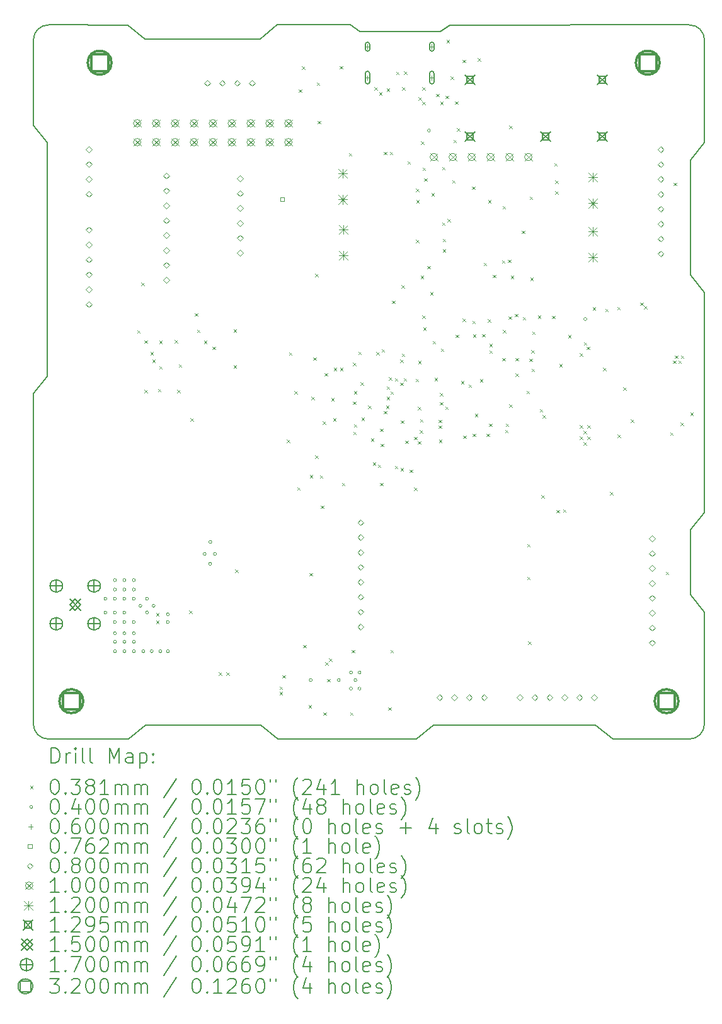
<source format=gbr>
%TF.GenerationSoftware,KiCad,Pcbnew,7.0.2-0*%
%TF.CreationDate,2024-03-08T20:06:55-08:00*%
%TF.ProjectId,mainboard,6d61696e-626f-4617-9264-2e6b69636164,rev?*%
%TF.SameCoordinates,Original*%
%TF.FileFunction,Drillmap*%
%TF.FilePolarity,Positive*%
%FSLAX45Y45*%
G04 Gerber Fmt 4.5, Leading zero omitted, Abs format (unit mm)*
G04 Created by KiCad (PCBNEW 7.0.2-0) date 2024-03-08 20:06:55*
%MOMM*%
%LPD*%
G01*
G04 APERTURE LIST*
%ADD10C,0.150000*%
%ADD11C,0.200000*%
%ADD12C,0.038100*%
%ADD13C,0.040000*%
%ADD14C,0.060000*%
%ADD15C,0.076200*%
%ADD16C,0.080000*%
%ADD17C,0.100000*%
%ADD18C,0.120000*%
%ADD19C,0.129540*%
%ADD20C,0.170000*%
%ADD21C,0.320000*%
G04 APERTURE END LIST*
D10*
X10033610Y-5248910D02*
G75*
G03*
X9833610Y-5448910I0J-200000D01*
G01*
X9833610Y-14637410D02*
G75*
G03*
X10033610Y-14837410I200000J0D01*
G01*
X18650610Y-14837410D02*
G75*
G03*
X18850610Y-14637410I0J200000D01*
G01*
X15427610Y-5249910D02*
X15300610Y-5338810D01*
X14221110Y-5338810D02*
X14093110Y-5248910D01*
X11100160Y-5249020D02*
X10033610Y-5248910D01*
X18850610Y-5448910D02*
G75*
G03*
X18650610Y-5248910I-200000J0D01*
G01*
X18650610Y-5248910D02*
X15427610Y-5249910D01*
X9834020Y-10200840D02*
X9833610Y-14637410D01*
X15300610Y-5338810D02*
X14221110Y-5338810D01*
X12887960Y-14650720D02*
X11343640Y-14650720D01*
X12887960Y-14650720D02*
X13121640Y-14838680D01*
X11343640Y-14650720D02*
X11109960Y-14838680D01*
X18850610Y-5448910D02*
X18851880Y-6827520D01*
X18851880Y-8839200D02*
X18851880Y-11795760D01*
X18851880Y-13131800D02*
X18850610Y-14637410D01*
X18650610Y-14837410D02*
X17620000Y-14837410D01*
X11109960Y-14838680D02*
X10033610Y-14837410D01*
X13121640Y-14838680D02*
X14977500Y-14838680D01*
X10021980Y-9967160D02*
X10023000Y-6832000D01*
X11333840Y-5436980D02*
X12878160Y-5436980D01*
X17384390Y-14650720D02*
X15211180Y-14650720D01*
X9833610Y-5448910D02*
X9833020Y-6598320D01*
X14093110Y-5248910D02*
X13111840Y-5247000D01*
X18663920Y-12029440D02*
X18851880Y-11795760D01*
X10023000Y-6832000D02*
X9833020Y-6598320D01*
X12878160Y-5436980D02*
X13111840Y-5247000D01*
X18663920Y-12898120D02*
X18851880Y-13131800D01*
X18663920Y-7061200D02*
X18851880Y-6827520D01*
X10021980Y-9967160D02*
X9834020Y-10200840D01*
X11333840Y-5436980D02*
X11100160Y-5249020D01*
X18663920Y-7061200D02*
X18663920Y-8605520D01*
X17384390Y-14650720D02*
X17620000Y-14837410D01*
X15211180Y-14650720D02*
X14977500Y-14838680D01*
X18663920Y-12029440D02*
X18663920Y-12898120D01*
X18663920Y-8605520D02*
X18851880Y-8839200D01*
D11*
D12*
X11226800Y-9347200D02*
X11264900Y-9385300D01*
X11264900Y-9347200D02*
X11226800Y-9385300D01*
X11280950Y-8710950D02*
X11319050Y-8749050D01*
X11319050Y-8710950D02*
X11280950Y-8749050D01*
X11324936Y-9482702D02*
X11363036Y-9520802D01*
X11363036Y-9482702D02*
X11324936Y-9520802D01*
X11325510Y-10147300D02*
X11363610Y-10185400D01*
X11363610Y-10147300D02*
X11325510Y-10185400D01*
X11404600Y-9639300D02*
X11442700Y-9677400D01*
X11442700Y-9639300D02*
X11404600Y-9677400D01*
X11430000Y-9740901D02*
X11468100Y-9779001D01*
X11468100Y-9740901D02*
X11430000Y-9779001D01*
X11480800Y-13144500D02*
X11518900Y-13182600D01*
X11518900Y-13144500D02*
X11480800Y-13182600D01*
X11480800Y-13248490D02*
X11518900Y-13286590D01*
X11518900Y-13248490D02*
X11480800Y-13286590D01*
X11506200Y-10134600D02*
X11544300Y-10172700D01*
X11544300Y-10134600D02*
X11506200Y-10172700D01*
X11524603Y-9490753D02*
X11562703Y-9528853D01*
X11562703Y-9490753D02*
X11524603Y-9528853D01*
X11524932Y-9829684D02*
X11563032Y-9867784D01*
X11563032Y-9829684D02*
X11524932Y-9867784D01*
X11730950Y-9480550D02*
X11769050Y-9518650D01*
X11769050Y-9480550D02*
X11730950Y-9518650D01*
X11765950Y-10148450D02*
X11804050Y-10186550D01*
X11804050Y-10148450D02*
X11765950Y-10186550D01*
X11785600Y-9804400D02*
X11823700Y-9842500D01*
X11823700Y-9804400D02*
X11785600Y-9842500D01*
X11927840Y-13114020D02*
X11965940Y-13152120D01*
X11965940Y-13114020D02*
X11927840Y-13152120D01*
X11944350Y-10530950D02*
X11982450Y-10569050D01*
X11982450Y-10530950D02*
X11944350Y-10569050D01*
X12001500Y-9118600D02*
X12039600Y-9156700D01*
X12039600Y-9118600D02*
X12001500Y-9156700D01*
X12034167Y-9338562D02*
X12072267Y-9376662D01*
X12072267Y-9338562D02*
X12034167Y-9376662D01*
X12125776Y-9487795D02*
X12163876Y-9525895D01*
X12163876Y-9487795D02*
X12125776Y-9525895D01*
X12240260Y-9570720D02*
X12278360Y-9608820D01*
X12278360Y-9570720D02*
X12240260Y-9608820D01*
X12323000Y-13943510D02*
X12361100Y-13981610D01*
X12361100Y-13943510D02*
X12323000Y-13981610D01*
X12425680Y-13943510D02*
X12463780Y-13981610D01*
X12463780Y-13943510D02*
X12425680Y-13981610D01*
X12522199Y-9334501D02*
X12560299Y-9372601D01*
X12560299Y-9334501D02*
X12522199Y-9372601D01*
X12524810Y-9817100D02*
X12562910Y-9855200D01*
X12562910Y-9817100D02*
X12524810Y-9855200D01*
X12545950Y-12559950D02*
X12584050Y-12598050D01*
X12584050Y-12559950D02*
X12545950Y-12598050D01*
X13140750Y-14130950D02*
X13178850Y-14169050D01*
X13178850Y-14130950D02*
X13140750Y-14169050D01*
X13140750Y-14205950D02*
X13178850Y-14244050D01*
X13178850Y-14205950D02*
X13140750Y-14244050D01*
X13180950Y-13980950D02*
X13219050Y-14019050D01*
X13219050Y-13980950D02*
X13180950Y-14019050D01*
X13239750Y-10816590D02*
X13277850Y-10854690D01*
X13277850Y-10816590D02*
X13239750Y-10854690D01*
X13269421Y-9645650D02*
X13307521Y-9683750D01*
X13307521Y-9645650D02*
X13269421Y-9683750D01*
X13341350Y-10166350D02*
X13379450Y-10204450D01*
X13379450Y-10166350D02*
X13341350Y-10204450D01*
X13377950Y-11457950D02*
X13416050Y-11496050D01*
X13416050Y-11457950D02*
X13377950Y-11496050D01*
X13400950Y-6115950D02*
X13439050Y-6154050D01*
X13439050Y-6115950D02*
X13400950Y-6154050D01*
X13440950Y-5803900D02*
X13479050Y-5842000D01*
X13479050Y-5803900D02*
X13440950Y-5842000D01*
X13460349Y-13574649D02*
X13498449Y-13612749D01*
X13498449Y-13574649D02*
X13460349Y-13612749D01*
X13530950Y-14380950D02*
X13569050Y-14419050D01*
X13569050Y-14380950D02*
X13530950Y-14419050D01*
X13544450Y-12608650D02*
X13582550Y-12646750D01*
X13582550Y-12608650D02*
X13544450Y-12646750D01*
X13547090Y-11294110D02*
X13585190Y-11332210D01*
X13585190Y-11294110D02*
X13547090Y-11332210D01*
X13569950Y-10242550D02*
X13608050Y-10280650D01*
X13608050Y-10242550D02*
X13569950Y-10280650D01*
X13595350Y-9712009D02*
X13633450Y-9750109D01*
X13633450Y-9712009D02*
X13595350Y-9750109D01*
X13620750Y-11029950D02*
X13658850Y-11068050D01*
X13658850Y-11029950D02*
X13620750Y-11068050D01*
X13620950Y-8590950D02*
X13659050Y-8629050D01*
X13659050Y-8590950D02*
X13620950Y-8629050D01*
X13640950Y-6023450D02*
X13679050Y-6061550D01*
X13679050Y-6023450D02*
X13640950Y-6061550D01*
X13653450Y-6535950D02*
X13691550Y-6574050D01*
X13691550Y-6535950D02*
X13653450Y-6574050D01*
X13684250Y-11296650D02*
X13722350Y-11334750D01*
X13722350Y-11296650D02*
X13684250Y-11334750D01*
X13696950Y-11703050D02*
X13735050Y-11741150D01*
X13735050Y-11703050D02*
X13696950Y-11741150D01*
X13722350Y-10572750D02*
X13760450Y-10610850D01*
X13760450Y-10572750D02*
X13722350Y-10610850D01*
X13730950Y-14480950D02*
X13769050Y-14519050D01*
X13769050Y-14480950D02*
X13730950Y-14519050D01*
X13747750Y-9925048D02*
X13785850Y-9963148D01*
X13785850Y-9925048D02*
X13747750Y-9963148D01*
X13755950Y-13805950D02*
X13794050Y-13844050D01*
X13794050Y-13805950D02*
X13755950Y-13844050D01*
X13780950Y-14030950D02*
X13819050Y-14069050D01*
X13819050Y-14030950D02*
X13780950Y-14069050D01*
X13805950Y-13755950D02*
X13844050Y-13794050D01*
X13844050Y-13755950D02*
X13805950Y-13794050D01*
X13834150Y-10258050D02*
X13872250Y-10296150D01*
X13872250Y-10258050D02*
X13834150Y-10296150D01*
X13860950Y-10530950D02*
X13899050Y-10569050D01*
X13899050Y-10530950D02*
X13860950Y-10569050D01*
X13870950Y-9850950D02*
X13909050Y-9889050D01*
X13909050Y-9850950D02*
X13870950Y-9889050D01*
X13950950Y-5800950D02*
X13989050Y-5839050D01*
X13989050Y-5800950D02*
X13950950Y-5839050D01*
X13953450Y-9850950D02*
X13991550Y-9889050D01*
X13991550Y-9850950D02*
X13953450Y-9889050D01*
X13981430Y-11397742D02*
X14019530Y-11435842D01*
X14019530Y-11397742D02*
X13981430Y-11435842D01*
X14070950Y-6970950D02*
X14109050Y-7009050D01*
X14109050Y-6970950D02*
X14070950Y-7009050D01*
X14090950Y-14480950D02*
X14129050Y-14519050D01*
X14129050Y-14480950D02*
X14090950Y-14519050D01*
X14110950Y-13640950D02*
X14149050Y-13679050D01*
X14149050Y-13640950D02*
X14110950Y-13679050D01*
X14128750Y-9785350D02*
X14166850Y-9823450D01*
X14166850Y-9785350D02*
X14128750Y-9823450D01*
X14128750Y-10306050D02*
X14166850Y-10344150D01*
X14166850Y-10306050D02*
X14128750Y-10344150D01*
X14130950Y-10710950D02*
X14169050Y-10749050D01*
X14169050Y-10710950D02*
X14130950Y-10749050D01*
X14140950Y-10610950D02*
X14179050Y-10649050D01*
X14179050Y-10610950D02*
X14140950Y-10649050D01*
X14141450Y-10166349D02*
X14179550Y-10204449D01*
X14179550Y-10166349D02*
X14141450Y-10204449D01*
X14198450Y-9638450D02*
X14236550Y-9676550D01*
X14236550Y-9638450D02*
X14198450Y-9676550D01*
X14228450Y-10048450D02*
X14266550Y-10086550D01*
X14266550Y-10048450D02*
X14228450Y-10086550D01*
X14240950Y-10520950D02*
X14279050Y-10559050D01*
X14279050Y-10520950D02*
X14240950Y-10559050D01*
X14330950Y-10360950D02*
X14369050Y-10399050D01*
X14369050Y-10360950D02*
X14330950Y-10399050D01*
X14370950Y-10800950D02*
X14409050Y-10839050D01*
X14409050Y-10800950D02*
X14370950Y-10839050D01*
X14392619Y-11124669D02*
X14430719Y-11162769D01*
X14430719Y-11124669D02*
X14392619Y-11162769D01*
X14416278Y-6083046D02*
X14454378Y-6121146D01*
X14454378Y-6083046D02*
X14416278Y-6121146D01*
X14440950Y-9640950D02*
X14479050Y-9679050D01*
X14479050Y-9640950D02*
X14440950Y-9679050D01*
X14460950Y-11150950D02*
X14499050Y-11189050D01*
X14499050Y-11150950D02*
X14460950Y-11189050D01*
X14479270Y-6153150D02*
X14517370Y-6191250D01*
X14517370Y-6153150D02*
X14479270Y-6191250D01*
X14490252Y-11397742D02*
X14528352Y-11435842D01*
X14528352Y-11397742D02*
X14490252Y-11435842D01*
X14491950Y-10667950D02*
X14530050Y-10706050D01*
X14530050Y-10667950D02*
X14491950Y-10706050D01*
X14500950Y-10870950D02*
X14539050Y-10909050D01*
X14539050Y-10870950D02*
X14500950Y-10909050D01*
X14510950Y-9600950D02*
X14549050Y-9639050D01*
X14549050Y-9600950D02*
X14510950Y-9639050D01*
X14540950Y-10430950D02*
X14579050Y-10469050D01*
X14579050Y-10430950D02*
X14540950Y-10469050D01*
X14541740Y-6950950D02*
X14579840Y-6989050D01*
X14579840Y-6950950D02*
X14541740Y-6989050D01*
X14570950Y-10360950D02*
X14609050Y-10399050D01*
X14609050Y-10360950D02*
X14570950Y-10399050D01*
X14580950Y-6102350D02*
X14619050Y-6140450D01*
X14619050Y-6102350D02*
X14580950Y-6140450D01*
X14580950Y-10104248D02*
X14619050Y-10142348D01*
X14619050Y-10104248D02*
X14580950Y-10142348D01*
X14580950Y-10240950D02*
X14619050Y-10279050D01*
X14619050Y-10240950D02*
X14580950Y-10279050D01*
X14600950Y-14410950D02*
X14639050Y-14449050D01*
X14639050Y-14410950D02*
X14600950Y-14449050D01*
X14608450Y-9980950D02*
X14646550Y-10019050D01*
X14646550Y-9980950D02*
X14608450Y-10019050D01*
X14625160Y-6950950D02*
X14663260Y-6989050D01*
X14663260Y-6950950D02*
X14625160Y-6989050D01*
X14630950Y-13640950D02*
X14669050Y-13679050D01*
X14669050Y-13640950D02*
X14630950Y-13679050D01*
X14631249Y-10168156D02*
X14669349Y-10206256D01*
X14669349Y-10168156D02*
X14631249Y-10206256D01*
X14650950Y-8950950D02*
X14689050Y-8989050D01*
X14689050Y-8950950D02*
X14650950Y-8989050D01*
X14690950Y-9990950D02*
X14729050Y-10029050D01*
X14729050Y-9990950D02*
X14690950Y-10029050D01*
X14690950Y-11170950D02*
X14729050Y-11209050D01*
X14729050Y-11170950D02*
X14690950Y-11209050D01*
X14707869Y-5878830D02*
X14745969Y-5916930D01*
X14745969Y-5878830D02*
X14707869Y-5916930D01*
X14760950Y-9740950D02*
X14799050Y-9779050D01*
X14799050Y-9740950D02*
X14760950Y-9779050D01*
X14760950Y-10050950D02*
X14799050Y-10089050D01*
X14799050Y-10050950D02*
X14760950Y-10089050D01*
X14768830Y-11200130D02*
X14806930Y-11238230D01*
X14806930Y-11200130D02*
X14768830Y-11238230D01*
X14770100Y-10560050D02*
X14808200Y-10598150D01*
X14808200Y-10560050D02*
X14770100Y-10598150D01*
X14778736Y-8743696D02*
X14816836Y-8781796D01*
X14816836Y-8743696D02*
X14778736Y-8781796D01*
X14785950Y-9660950D02*
X14824050Y-9699050D01*
X14824050Y-9660950D02*
X14785950Y-9699050D01*
X14786610Y-6087110D02*
X14824710Y-6125210D01*
X14824710Y-6087110D02*
X14786610Y-6125210D01*
X14810950Y-9991160D02*
X14849050Y-10029260D01*
X14849050Y-9991160D02*
X14810950Y-10029260D01*
X14814550Y-5873750D02*
X14852650Y-5911850D01*
X14852650Y-5873750D02*
X14814550Y-5911850D01*
X14830950Y-10830950D02*
X14869050Y-10869050D01*
X14869050Y-10830950D02*
X14830950Y-10869050D01*
X14860950Y-7080950D02*
X14899050Y-7119050D01*
X14899050Y-7080950D02*
X14860950Y-7119050D01*
X14890750Y-11220450D02*
X14928850Y-11258550D01*
X14928850Y-11220450D02*
X14890750Y-11258550D01*
X14950950Y-10780950D02*
X14989050Y-10819050D01*
X14989050Y-10780950D02*
X14950950Y-10819050D01*
X14950950Y-11463234D02*
X14989050Y-11501334D01*
X14989050Y-11463234D02*
X14950950Y-11501334D01*
X14970950Y-10000950D02*
X15009050Y-10039050D01*
X15009050Y-10000950D02*
X14970950Y-10039050D01*
X14973300Y-7448550D02*
X15011400Y-7486650D01*
X15011400Y-7448550D02*
X14973300Y-7486650D01*
X14973300Y-8134350D02*
X15011400Y-8172450D01*
X15011400Y-8134350D02*
X14973300Y-8172450D01*
X14979650Y-7600950D02*
X15017750Y-7639050D01*
X15017750Y-7600950D02*
X14979650Y-7639050D01*
X15000950Y-10840950D02*
X15039050Y-10879050D01*
X15039050Y-10840950D02*
X15000950Y-10879050D01*
X15001950Y-10375950D02*
X15040050Y-10414050D01*
X15040050Y-10375950D02*
X15001950Y-10414050D01*
X15005050Y-9759949D02*
X15043150Y-9798049D01*
X15043150Y-9759949D02*
X15005050Y-9798049D01*
X15010130Y-6219190D02*
X15048230Y-6257290D01*
X15048230Y-6219190D02*
X15010130Y-6257290D01*
X15025370Y-10692130D02*
X15063470Y-10730230D01*
X15063470Y-10692130D02*
X15025370Y-10730230D01*
X15030450Y-10542269D02*
X15068550Y-10580369D01*
X15068550Y-10542269D02*
X15030450Y-10580369D01*
X15036800Y-8616950D02*
X15074900Y-8655050D01*
X15074900Y-8616950D02*
X15036800Y-8655050D01*
X15043150Y-6813550D02*
X15081250Y-6851650D01*
X15081250Y-6813550D02*
X15043150Y-6851650D01*
X15058390Y-6084570D02*
X15096490Y-6122670D01*
X15096490Y-6084570D02*
X15058390Y-6122670D01*
X15060950Y-6280950D02*
X15099050Y-6319050D01*
X15099050Y-6280950D02*
X15060950Y-6319050D01*
X15060950Y-9150950D02*
X15099050Y-9189050D01*
X15099050Y-9150950D02*
X15060950Y-9189050D01*
X15063433Y-7164107D02*
X15101533Y-7202207D01*
X15101533Y-7164107D02*
X15063433Y-7202207D01*
X15070950Y-9310950D02*
X15109050Y-9349050D01*
X15109050Y-9310950D02*
X15070950Y-9349050D01*
X15083790Y-7308850D02*
X15121890Y-7346950D01*
X15121890Y-7308850D02*
X15083790Y-7346950D01*
X15125700Y-8483600D02*
X15163800Y-8521700D01*
X15163800Y-8483600D02*
X15125700Y-8521700D01*
X15164950Y-8835950D02*
X15203050Y-8874050D01*
X15203050Y-8835950D02*
X15164950Y-8874050D01*
X15182850Y-7505700D02*
X15220950Y-7543800D01*
X15220950Y-7505700D02*
X15182850Y-7543800D01*
X15200950Y-9490950D02*
X15239050Y-9529050D01*
X15239050Y-9490950D02*
X15200950Y-9529050D01*
X15223490Y-9988550D02*
X15261590Y-10026650D01*
X15261590Y-9988550D02*
X15223490Y-10026650D01*
X15243810Y-6176010D02*
X15281910Y-6214110D01*
X15281910Y-6176010D02*
X15243810Y-6214110D01*
X15278100Y-10550950D02*
X15316200Y-10589050D01*
X15316200Y-10550950D02*
X15278100Y-10589050D01*
X15279370Y-10627950D02*
X15317470Y-10666050D01*
X15317470Y-10627950D02*
X15279370Y-10666050D01*
X15284450Y-10817950D02*
X15322550Y-10856050D01*
X15322550Y-10817950D02*
X15284450Y-10856050D01*
X15295070Y-10314125D02*
X15333170Y-10352225D01*
X15333170Y-10314125D02*
X15295070Y-10352225D01*
X15297150Y-10191750D02*
X15335250Y-10229850D01*
X15335250Y-10191750D02*
X15297150Y-10229850D01*
X15300950Y-6280950D02*
X15339050Y-6319050D01*
X15339050Y-6280950D02*
X15300950Y-6319050D01*
X15309850Y-9594850D02*
X15347950Y-9632950D01*
X15347950Y-9594850D02*
X15309850Y-9632950D01*
X15325090Y-7156450D02*
X15363190Y-7194550D01*
X15363190Y-7156450D02*
X15325090Y-7194550D01*
X15325950Y-7900950D02*
X15364050Y-7939050D01*
X15364050Y-7900950D02*
X15325950Y-7939050D01*
X15333450Y-8260950D02*
X15371550Y-8299050D01*
X15371550Y-8260950D02*
X15333450Y-8299050D01*
X15335950Y-8120950D02*
X15374050Y-8159050D01*
X15374050Y-8120950D02*
X15335950Y-8159050D01*
X15367950Y-10371950D02*
X15406050Y-10410050D01*
X15406050Y-10371950D02*
X15367950Y-10410050D01*
X15370950Y-6200950D02*
X15409050Y-6239050D01*
X15409050Y-6200950D02*
X15370950Y-6239050D01*
X15387065Y-5449937D02*
X15425165Y-5488037D01*
X15425165Y-5449937D02*
X15387065Y-5488037D01*
X15398750Y-7854955D02*
X15436850Y-7893055D01*
X15436850Y-7854955D02*
X15398750Y-7893055D01*
X15440950Y-5940950D02*
X15479050Y-5979050D01*
X15479050Y-5940950D02*
X15440950Y-5979050D01*
X15462250Y-7334250D02*
X15500350Y-7372350D01*
X15500350Y-7334250D02*
X15462250Y-7372350D01*
X15477490Y-6793230D02*
X15515590Y-6831330D01*
X15515590Y-6793230D02*
X15477490Y-6831330D01*
X15500350Y-6275070D02*
X15538450Y-6313170D01*
X15538450Y-6275070D02*
X15500350Y-6313170D01*
X15505950Y-9407950D02*
X15544050Y-9446050D01*
X15544050Y-9407950D02*
X15505950Y-9446050D01*
X15525750Y-6635750D02*
X15563850Y-6673850D01*
X15563850Y-6635750D02*
X15525750Y-6673850D01*
X15580950Y-10030950D02*
X15619050Y-10069050D01*
X15619050Y-10030950D02*
X15580950Y-10069050D01*
X15600950Y-9190950D02*
X15639050Y-9229050D01*
X15639050Y-9190950D02*
X15600950Y-9229050D01*
X15601950Y-5715000D02*
X15640050Y-5753100D01*
X15640050Y-5715000D02*
X15601950Y-5753100D01*
X15610950Y-10760950D02*
X15649050Y-10799050D01*
X15649050Y-10760950D02*
X15610950Y-10799050D01*
X15681950Y-10078950D02*
X15720050Y-10117050D01*
X15720050Y-10078950D02*
X15681950Y-10117050D01*
X15728949Y-7416801D02*
X15767049Y-7454901D01*
X15767049Y-7416801D02*
X15728949Y-7454901D01*
X15730950Y-9220950D02*
X15769050Y-9259050D01*
X15769050Y-9220950D02*
X15730950Y-9259050D01*
X15736817Y-10736388D02*
X15774917Y-10774488D01*
X15774917Y-10736388D02*
X15736817Y-10774488D01*
X15740950Y-9403450D02*
X15779050Y-9441550D01*
X15779050Y-9403450D02*
X15740950Y-9441550D01*
X15767050Y-10471150D02*
X15805150Y-10509250D01*
X15805150Y-10471150D02*
X15767050Y-10509250D01*
X15805150Y-5695950D02*
X15843250Y-5734050D01*
X15843250Y-5695950D02*
X15805150Y-5734050D01*
X15835950Y-10005950D02*
X15874050Y-10044050D01*
X15874050Y-10005950D02*
X15835950Y-10044050D01*
X15864197Y-9397950D02*
X15902297Y-9436050D01*
X15902297Y-9397950D02*
X15864197Y-9436050D01*
X15883450Y-8440950D02*
X15921550Y-8479050D01*
X15921550Y-8440950D02*
X15883450Y-8479050D01*
X15921950Y-10736950D02*
X15960050Y-10775050D01*
X15960050Y-10736950D02*
X15921950Y-10775050D01*
X15940950Y-9200950D02*
X15979050Y-9239050D01*
X15979050Y-9200950D02*
X15940950Y-9239050D01*
X15944850Y-7600955D02*
X15982950Y-7639055D01*
X15982950Y-7600955D02*
X15944850Y-7639055D01*
X15957550Y-10601641D02*
X15995650Y-10639741D01*
X15995650Y-10601641D02*
X15957550Y-10639741D01*
X15959950Y-9617950D02*
X15998050Y-9656050D01*
X15998050Y-9617950D02*
X15959950Y-9656050D01*
X15960950Y-9530950D02*
X15999050Y-9569050D01*
X15999050Y-9530950D02*
X15960950Y-9569050D01*
X16008350Y-8604250D02*
X16046450Y-8642350D01*
X16046450Y-8604250D02*
X16008350Y-8642350D01*
X16130950Y-8410950D02*
X16169050Y-8449050D01*
X16169050Y-8410950D02*
X16130950Y-8449050D01*
X16135350Y-9721850D02*
X16173450Y-9759950D01*
X16173450Y-9721850D02*
X16135350Y-9759950D01*
X16140430Y-7682230D02*
X16178530Y-7720330D01*
X16178530Y-7682230D02*
X16140430Y-7720330D01*
X16142950Y-9342950D02*
X16181050Y-9381050D01*
X16181050Y-9342950D02*
X16142950Y-9381050D01*
X16173450Y-10687050D02*
X16211550Y-10725150D01*
X16211550Y-10687050D02*
X16173450Y-10725150D01*
X16180950Y-10600950D02*
X16219050Y-10639050D01*
X16219050Y-10600950D02*
X16180950Y-10639050D01*
X16210950Y-8400950D02*
X16249050Y-8439050D01*
X16249050Y-8400950D02*
X16210950Y-8439050D01*
X16219424Y-9162542D02*
X16257524Y-9200642D01*
X16257524Y-9162542D02*
X16219424Y-9200642D01*
X16227990Y-10342950D02*
X16266090Y-10381050D01*
X16266090Y-10342950D02*
X16227990Y-10381050D01*
X16229550Y-6600190D02*
X16267650Y-6638290D01*
X16267650Y-6600190D02*
X16229550Y-6638290D01*
X16249650Y-8616954D02*
X16287750Y-8655054D01*
X16287750Y-8616954D02*
X16249650Y-8655054D01*
X16303752Y-9129522D02*
X16341852Y-9167622D01*
X16341852Y-9129522D02*
X16303752Y-9167622D01*
X16310950Y-9930950D02*
X16349050Y-9969050D01*
X16349050Y-9930950D02*
X16310950Y-9969050D01*
X16311880Y-9720834D02*
X16349980Y-9758934D01*
X16349980Y-9720834D02*
X16311880Y-9758934D01*
X16398450Y-8010950D02*
X16436550Y-8049050D01*
X16436550Y-8010950D02*
X16398450Y-8049050D01*
X16407638Y-9170162D02*
X16445738Y-9208262D01*
X16445738Y-9170162D02*
X16407638Y-9208262D01*
X16460950Y-10160950D02*
X16499050Y-10199050D01*
X16499050Y-10160950D02*
X16460950Y-10199050D01*
X16466950Y-12659950D02*
X16505050Y-12698050D01*
X16505050Y-12659950D02*
X16466950Y-12698050D01*
X16469950Y-12218950D02*
X16508050Y-12257050D01*
X16508050Y-12218950D02*
X16469950Y-12257050D01*
X16480950Y-13527950D02*
X16519050Y-13566050D01*
X16519050Y-13527950D02*
X16480950Y-13566050D01*
X16497300Y-9728200D02*
X16535400Y-9766300D01*
X16535400Y-9728200D02*
X16497300Y-9766300D01*
X16503650Y-7552690D02*
X16541750Y-7590790D01*
X16541750Y-7552690D02*
X16503650Y-7590790D01*
X16510000Y-8642350D02*
X16548100Y-8680450D01*
X16548100Y-8642350D02*
X16510000Y-8680450D01*
X16522700Y-9613900D02*
X16560800Y-9652000D01*
X16560800Y-9613900D02*
X16522700Y-9652000D01*
X16529370Y-9866289D02*
X16567470Y-9904389D01*
X16567470Y-9866289D02*
X16529370Y-9904389D01*
X16535908Y-9364980D02*
X16574008Y-9403080D01*
X16574008Y-9364980D02*
X16535908Y-9403080D01*
X16610950Y-9150950D02*
X16649050Y-9189050D01*
X16649050Y-9150950D02*
X16610950Y-9189050D01*
X16637950Y-10408950D02*
X16676050Y-10447050D01*
X16676050Y-10408950D02*
X16637950Y-10447050D01*
X16660950Y-11560950D02*
X16699050Y-11599050D01*
X16699050Y-11560950D02*
X16660950Y-11599050D01*
X16676950Y-10485950D02*
X16715050Y-10524050D01*
X16715050Y-10485950D02*
X16676950Y-10524050D01*
X16801950Y-9154950D02*
X16840050Y-9193050D01*
X16840050Y-9154950D02*
X16801950Y-9193050D01*
X16831300Y-7105650D02*
X16869400Y-7143750D01*
X16869400Y-7105650D02*
X16831300Y-7143750D01*
X16846550Y-7336800D02*
X16884650Y-7374900D01*
X16884650Y-7336800D02*
X16846550Y-7374900D01*
X16846550Y-7484100D02*
X16884650Y-7522200D01*
X16884650Y-7484100D02*
X16846550Y-7522200D01*
X16860950Y-11760950D02*
X16899050Y-11799050D01*
X16899050Y-11760950D02*
X16860950Y-11799050D01*
X16900950Y-9800950D02*
X16939050Y-9839050D01*
X16939050Y-9800950D02*
X16900950Y-9839050D01*
X16950950Y-11752928D02*
X16989050Y-11791028D01*
X16989050Y-11752928D02*
X16950950Y-11791028D01*
X17020950Y-9410950D02*
X17059050Y-9449050D01*
X17059050Y-9410950D02*
X17020950Y-9449050D01*
X17176750Y-9658350D02*
X17214850Y-9696450D01*
X17214850Y-9658350D02*
X17176750Y-9696450D01*
X17176750Y-10623550D02*
X17214850Y-10661650D01*
X17214850Y-10623550D02*
X17176750Y-10661650D01*
X17176750Y-10775950D02*
X17214850Y-10814050D01*
X17214850Y-10775950D02*
X17176750Y-10814050D01*
X17227550Y-10699750D02*
X17265650Y-10737850D01*
X17265650Y-10699750D02*
X17227550Y-10737850D01*
X17227550Y-10852150D02*
X17265650Y-10890250D01*
X17265650Y-10852150D02*
X17227550Y-10890250D01*
X17230950Y-9510950D02*
X17269050Y-9549050D01*
X17269050Y-9510950D02*
X17230950Y-9549050D01*
X17270950Y-9570950D02*
X17309050Y-9609050D01*
X17309050Y-9570950D02*
X17270950Y-9609050D01*
X17278350Y-10623550D02*
X17316450Y-10661650D01*
X17316450Y-10623550D02*
X17278350Y-10661650D01*
X17278350Y-10775950D02*
X17316450Y-10814050D01*
X17316450Y-10775950D02*
X17278350Y-10814050D01*
X17350950Y-9040950D02*
X17389050Y-9079050D01*
X17389050Y-9040950D02*
X17350950Y-9079050D01*
X17489170Y-9851390D02*
X17527270Y-9889490D01*
X17527270Y-9851390D02*
X17489170Y-9889490D01*
X17519650Y-9061450D02*
X17557750Y-9099550D01*
X17557750Y-9061450D02*
X17519650Y-9099550D01*
X17583950Y-11521950D02*
X17622050Y-11560050D01*
X17622050Y-11521950D02*
X17583950Y-11560050D01*
X17680950Y-9036049D02*
X17719050Y-9074149D01*
X17719050Y-9036049D02*
X17680950Y-9074149D01*
X17684750Y-10750550D02*
X17722850Y-10788650D01*
X17722850Y-10750550D02*
X17684750Y-10788650D01*
X17760950Y-10115550D02*
X17799050Y-10153650D01*
X17799050Y-10115550D02*
X17760950Y-10153650D01*
X17862550Y-10547350D02*
X17900650Y-10585450D01*
X17900650Y-10547350D02*
X17862550Y-10585450D01*
X17989950Y-8976950D02*
X18028050Y-9015050D01*
X18028050Y-8976950D02*
X17989950Y-9015050D01*
X18040350Y-9023350D02*
X18078450Y-9061450D01*
X18078450Y-9023350D02*
X18040350Y-9061450D01*
X18330950Y-12590950D02*
X18369050Y-12629050D01*
X18369050Y-12590950D02*
X18330950Y-12629050D01*
X18389950Y-10719950D02*
X18428050Y-10758050D01*
X18428050Y-10719950D02*
X18389950Y-10758050D01*
X18428450Y-9755950D02*
X18466550Y-9794050D01*
X18466550Y-9755950D02*
X18428450Y-9794050D01*
X18436590Y-7367270D02*
X18474690Y-7405370D01*
X18474690Y-7367270D02*
X18436590Y-7405370D01*
X18455950Y-9688450D02*
X18494050Y-9726550D01*
X18494050Y-9688450D02*
X18455950Y-9726550D01*
X18500950Y-9755950D02*
X18539050Y-9794050D01*
X18539050Y-9755950D02*
X18500950Y-9794050D01*
X18528950Y-10588950D02*
X18567050Y-10627050D01*
X18567050Y-10588950D02*
X18528950Y-10627050D01*
X18535950Y-9688450D02*
X18574050Y-9726550D01*
X18574050Y-9688450D02*
X18535950Y-9726550D01*
X18661950Y-10454950D02*
X18700050Y-10493050D01*
X18700050Y-10454950D02*
X18661950Y-10493050D01*
D13*
X10821350Y-13139750D02*
G75*
G03*
X10821350Y-13139750I-20000J0D01*
G01*
X10821858Y-12952806D02*
G75*
G03*
X10821858Y-12952806I-20000J0D01*
G01*
X10948350Y-13139750D02*
G75*
G03*
X10948350Y-13139750I-20000J0D01*
G01*
X10948350Y-13266750D02*
G75*
G03*
X10948350Y-13266750I-20000J0D01*
G01*
X10948350Y-13417550D02*
G75*
G03*
X10948350Y-13417550I-20000J0D01*
G01*
X10948350Y-13531850D02*
G75*
G03*
X10948350Y-13531850I-20000J0D01*
G01*
X10948350Y-13658850D02*
G75*
G03*
X10948350Y-13658850I-20000J0D01*
G01*
X10948858Y-12703886D02*
G75*
G03*
X10948858Y-12703886I-20000J0D01*
G01*
X10948858Y-12830886D02*
G75*
G03*
X10948858Y-12830886I-20000J0D01*
G01*
X10948858Y-12952806D02*
G75*
G03*
X10948858Y-12952806I-20000J0D01*
G01*
X11075350Y-13139750D02*
G75*
G03*
X11075350Y-13139750I-20000J0D01*
G01*
X11075350Y-13266750D02*
G75*
G03*
X11075350Y-13266750I-20000J0D01*
G01*
X11075350Y-13417550D02*
G75*
G03*
X11075350Y-13417550I-20000J0D01*
G01*
X11075350Y-13531850D02*
G75*
G03*
X11075350Y-13531850I-20000J0D01*
G01*
X11075350Y-13658850D02*
G75*
G03*
X11075350Y-13658850I-20000J0D01*
G01*
X11075858Y-12703886D02*
G75*
G03*
X11075858Y-12703886I-20000J0D01*
G01*
X11075858Y-12830886D02*
G75*
G03*
X11075858Y-12830886I-20000J0D01*
G01*
X11075858Y-12952806D02*
G75*
G03*
X11075858Y-12952806I-20000J0D01*
G01*
X11202350Y-13266750D02*
G75*
G03*
X11202350Y-13266750I-20000J0D01*
G01*
X11202350Y-13417550D02*
G75*
G03*
X11202350Y-13417550I-20000J0D01*
G01*
X11202350Y-13531850D02*
G75*
G03*
X11202350Y-13531850I-20000J0D01*
G01*
X11202350Y-13658850D02*
G75*
G03*
X11202350Y-13658850I-20000J0D01*
G01*
X11202858Y-12703886D02*
G75*
G03*
X11202858Y-12703886I-20000J0D01*
G01*
X11202858Y-12830886D02*
G75*
G03*
X11202858Y-12830886I-20000J0D01*
G01*
X11202858Y-12952806D02*
G75*
G03*
X11202858Y-12952806I-20000J0D01*
G01*
X11291250Y-13049250D02*
G75*
G03*
X11291250Y-13049250I-20000J0D01*
G01*
X11329350Y-13658850D02*
G75*
G03*
X11329350Y-13658850I-20000J0D01*
G01*
X11380150Y-12952806D02*
G75*
G03*
X11380150Y-12952806I-20000J0D01*
G01*
X11380150Y-13138150D02*
G75*
G03*
X11380150Y-13138150I-20000J0D01*
G01*
X11443650Y-13658850D02*
G75*
G03*
X11443650Y-13658850I-20000J0D01*
G01*
X11469050Y-13049250D02*
G75*
G03*
X11469050Y-13049250I-20000J0D01*
G01*
X11557950Y-13658850D02*
G75*
G03*
X11557950Y-13658850I-20000J0D01*
G01*
X11659550Y-13163550D02*
G75*
G03*
X11659550Y-13163550I-20000J0D01*
G01*
X11659550Y-13266750D02*
G75*
G03*
X11659550Y-13266750I-20000J0D01*
G01*
X11659550Y-13658850D02*
G75*
G03*
X11659550Y-13658850I-20000J0D01*
G01*
X12154000Y-12351000D02*
G75*
G03*
X12154000Y-12351000I-20000J0D01*
G01*
X12229490Y-12192250D02*
G75*
G03*
X12229490Y-12192250I-20000J0D01*
G01*
X12229490Y-12484350D02*
G75*
G03*
X12229490Y-12484350I-20000J0D01*
G01*
X12292990Y-12351000D02*
G75*
G03*
X12292990Y-12351000I-20000J0D01*
G01*
X13580000Y-14046200D02*
G75*
G03*
X13580000Y-14046200I-20000J0D01*
G01*
X13956200Y-14046200D02*
G75*
G03*
X13956200Y-14046200I-20000J0D01*
G01*
X14121300Y-13944600D02*
G75*
G03*
X14121300Y-13944600I-20000J0D01*
G01*
X14121300Y-14160500D02*
G75*
G03*
X14121300Y-14160500I-20000J0D01*
G01*
X14180000Y-14046200D02*
G75*
G03*
X14180000Y-14046200I-20000J0D01*
G01*
X14235600Y-13944600D02*
G75*
G03*
X14235600Y-13944600I-20000J0D01*
G01*
X14235600Y-14160500D02*
G75*
G03*
X14235600Y-14160500I-20000J0D01*
G01*
X15168560Y-6667500D02*
G75*
G03*
X15168560Y-6667500I-20000J0D01*
G01*
X17270000Y-9200000D02*
G75*
G03*
X17270000Y-9200000I-20000J0D01*
G01*
D14*
X14323200Y-5511300D02*
X14323200Y-5571300D01*
X14293200Y-5541300D02*
X14353200Y-5541300D01*
D11*
X14353200Y-5571300D02*
X14353200Y-5511300D01*
X14353200Y-5511300D02*
G75*
G03*
X14293200Y-5511300I-30000J0D01*
G01*
X14293200Y-5511300D02*
X14293200Y-5571300D01*
X14293200Y-5571300D02*
G75*
G03*
X14353200Y-5571300I30000J0D01*
G01*
D14*
X14323200Y-5926300D02*
X14323200Y-5986300D01*
X14293200Y-5956300D02*
X14353200Y-5956300D01*
D11*
X14353200Y-6011300D02*
X14353200Y-5901300D01*
X14353200Y-5901300D02*
G75*
G03*
X14293200Y-5901300I-30000J0D01*
G01*
X14293200Y-5901300D02*
X14293200Y-6011300D01*
X14293200Y-6011300D02*
G75*
G03*
X14353200Y-6011300I30000J0D01*
G01*
D14*
X15187200Y-5511300D02*
X15187200Y-5571300D01*
X15157200Y-5541300D02*
X15217200Y-5541300D01*
D11*
X15217200Y-5571300D02*
X15217200Y-5511300D01*
X15217200Y-5511300D02*
G75*
G03*
X15157200Y-5511300I-30000J0D01*
G01*
X15157200Y-5511300D02*
X15157200Y-5571300D01*
X15157200Y-5571300D02*
G75*
G03*
X15217200Y-5571300I30000J0D01*
G01*
D14*
X15187200Y-5926300D02*
X15187200Y-5986300D01*
X15157200Y-5956300D02*
X15217200Y-5956300D01*
D11*
X15217200Y-6011300D02*
X15217200Y-5901300D01*
X15217200Y-5901300D02*
G75*
G03*
X15157200Y-5901300I-30000J0D01*
G01*
X15157200Y-5901300D02*
X15157200Y-6011300D01*
X15157200Y-6011300D02*
G75*
G03*
X15217200Y-6011300I30000J0D01*
G01*
D15*
X13206941Y-7616941D02*
X13206941Y-7563059D01*
X13153059Y-7563059D01*
X13153059Y-7616941D01*
X13206941Y-7616941D01*
D16*
X10580000Y-6960000D02*
X10620000Y-6920000D01*
X10580000Y-6880000D01*
X10540000Y-6920000D01*
X10580000Y-6960000D01*
X10580000Y-7160000D02*
X10620000Y-7120000D01*
X10580000Y-7080000D01*
X10540000Y-7120000D01*
X10580000Y-7160000D01*
X10580000Y-7360000D02*
X10620000Y-7320000D01*
X10580000Y-7280000D01*
X10540000Y-7320000D01*
X10580000Y-7360000D01*
X10580000Y-7560000D02*
X10620000Y-7520000D01*
X10580000Y-7480000D01*
X10540000Y-7520000D01*
X10580000Y-7560000D01*
X10580000Y-8040000D02*
X10620000Y-8000000D01*
X10580000Y-7960000D01*
X10540000Y-8000000D01*
X10580000Y-8040000D01*
X10580000Y-8240000D02*
X10620000Y-8200000D01*
X10580000Y-8160000D01*
X10540000Y-8200000D01*
X10580000Y-8240000D01*
X10580000Y-8440000D02*
X10620000Y-8400000D01*
X10580000Y-8360000D01*
X10540000Y-8400000D01*
X10580000Y-8440000D01*
X10580000Y-8640000D02*
X10620000Y-8600000D01*
X10580000Y-8560000D01*
X10540000Y-8600000D01*
X10580000Y-8640000D01*
X10580000Y-8840000D02*
X10620000Y-8800000D01*
X10580000Y-8760000D01*
X10540000Y-8800000D01*
X10580000Y-8840000D01*
X10580000Y-9040000D02*
X10620000Y-9000000D01*
X10580000Y-8960000D01*
X10540000Y-9000000D01*
X10580000Y-9040000D01*
X11620500Y-7314000D02*
X11660500Y-7274000D01*
X11620500Y-7234000D01*
X11580500Y-7274000D01*
X11620500Y-7314000D01*
X11620500Y-7514000D02*
X11660500Y-7474000D01*
X11620500Y-7434000D01*
X11580500Y-7474000D01*
X11620500Y-7514000D01*
X11620500Y-7714000D02*
X11660500Y-7674000D01*
X11620500Y-7634000D01*
X11580500Y-7674000D01*
X11620500Y-7714000D01*
X11620500Y-7914000D02*
X11660500Y-7874000D01*
X11620500Y-7834000D01*
X11580500Y-7874000D01*
X11620500Y-7914000D01*
X11620500Y-8114000D02*
X11660500Y-8074000D01*
X11620500Y-8034000D01*
X11580500Y-8074000D01*
X11620500Y-8114000D01*
X11620500Y-8314000D02*
X11660500Y-8274000D01*
X11620500Y-8234000D01*
X11580500Y-8274000D01*
X11620500Y-8314000D01*
X11620500Y-8514000D02*
X11660500Y-8474000D01*
X11620500Y-8434000D01*
X11580500Y-8474000D01*
X11620500Y-8514000D01*
X11620500Y-8714000D02*
X11660500Y-8674000D01*
X11620500Y-8634000D01*
X11580500Y-8674000D01*
X11620500Y-8714000D01*
X12170000Y-6070000D02*
X12210000Y-6030000D01*
X12170000Y-5990000D01*
X12130000Y-6030000D01*
X12170000Y-6070000D01*
X12370000Y-6070000D02*
X12410000Y-6030000D01*
X12370000Y-5990000D01*
X12330000Y-6030000D01*
X12370000Y-6070000D01*
X12570000Y-6070000D02*
X12610000Y-6030000D01*
X12570000Y-5990000D01*
X12530000Y-6030000D01*
X12570000Y-6070000D01*
X12610000Y-7350000D02*
X12650000Y-7310000D01*
X12610000Y-7270000D01*
X12570000Y-7310000D01*
X12610000Y-7350000D01*
X12610000Y-7550000D02*
X12650000Y-7510000D01*
X12610000Y-7470000D01*
X12570000Y-7510000D01*
X12610000Y-7550000D01*
X12610000Y-7750000D02*
X12650000Y-7710000D01*
X12610000Y-7670000D01*
X12570000Y-7710000D01*
X12610000Y-7750000D01*
X12610000Y-7950000D02*
X12650000Y-7910000D01*
X12610000Y-7870000D01*
X12570000Y-7910000D01*
X12610000Y-7950000D01*
X12610000Y-8150000D02*
X12650000Y-8110000D01*
X12610000Y-8070000D01*
X12570000Y-8110000D01*
X12610000Y-8150000D01*
X12610000Y-8350000D02*
X12650000Y-8310000D01*
X12610000Y-8270000D01*
X12570000Y-8310000D01*
X12610000Y-8350000D01*
X12770000Y-6070000D02*
X12810000Y-6030000D01*
X12770000Y-5990000D01*
X12730000Y-6030000D01*
X12770000Y-6070000D01*
X14230000Y-11970000D02*
X14270000Y-11930000D01*
X14230000Y-11890000D01*
X14190000Y-11930000D01*
X14230000Y-11970000D01*
X14230000Y-12170000D02*
X14270000Y-12130000D01*
X14230000Y-12090000D01*
X14190000Y-12130000D01*
X14230000Y-12170000D01*
X14230000Y-12370000D02*
X14270000Y-12330000D01*
X14230000Y-12290000D01*
X14190000Y-12330000D01*
X14230000Y-12370000D01*
X14230000Y-12570000D02*
X14270000Y-12530000D01*
X14230000Y-12490000D01*
X14190000Y-12530000D01*
X14230000Y-12570000D01*
X14230000Y-12770000D02*
X14270000Y-12730000D01*
X14230000Y-12690000D01*
X14190000Y-12730000D01*
X14230000Y-12770000D01*
X14230000Y-12970000D02*
X14270000Y-12930000D01*
X14230000Y-12890000D01*
X14190000Y-12930000D01*
X14230000Y-12970000D01*
X14230000Y-13170000D02*
X14270000Y-13130000D01*
X14230000Y-13090000D01*
X14190000Y-13130000D01*
X14230000Y-13170000D01*
X14230000Y-13370000D02*
X14270000Y-13330000D01*
X14230000Y-13290000D01*
X14190000Y-13330000D01*
X14230000Y-13370000D01*
X15290000Y-14320000D02*
X15330000Y-14280000D01*
X15290000Y-14240000D01*
X15250000Y-14280000D01*
X15290000Y-14320000D01*
X15490000Y-14320000D02*
X15530000Y-14280000D01*
X15490000Y-14240000D01*
X15450000Y-14280000D01*
X15490000Y-14320000D01*
X15690000Y-14320000D02*
X15730000Y-14280000D01*
X15690000Y-14240000D01*
X15650000Y-14280000D01*
X15690000Y-14320000D01*
X15890000Y-14320000D02*
X15930000Y-14280000D01*
X15890000Y-14240000D01*
X15850000Y-14280000D01*
X15890000Y-14320000D01*
X16370000Y-14320000D02*
X16410000Y-14280000D01*
X16370000Y-14240000D01*
X16330000Y-14280000D01*
X16370000Y-14320000D01*
X16570000Y-14320000D02*
X16610000Y-14280000D01*
X16570000Y-14240000D01*
X16530000Y-14280000D01*
X16570000Y-14320000D01*
X16770000Y-14320000D02*
X16810000Y-14280000D01*
X16770000Y-14240000D01*
X16730000Y-14280000D01*
X16770000Y-14320000D01*
X16970000Y-14320000D02*
X17010000Y-14280000D01*
X16970000Y-14240000D01*
X16930000Y-14280000D01*
X16970000Y-14320000D01*
X17170000Y-14320000D02*
X17210000Y-14280000D01*
X17170000Y-14240000D01*
X17130000Y-14280000D01*
X17170000Y-14320000D01*
X17370000Y-14320000D02*
X17410000Y-14280000D01*
X17370000Y-14240000D01*
X17330000Y-14280000D01*
X17370000Y-14320000D01*
X18149100Y-12184400D02*
X18189100Y-12144400D01*
X18149100Y-12104400D01*
X18109100Y-12144400D01*
X18149100Y-12184400D01*
X18149100Y-12384400D02*
X18189100Y-12344400D01*
X18149100Y-12304400D01*
X18109100Y-12344400D01*
X18149100Y-12384400D01*
X18149100Y-12584400D02*
X18189100Y-12544400D01*
X18149100Y-12504400D01*
X18109100Y-12544400D01*
X18149100Y-12584400D01*
X18149100Y-12784400D02*
X18189100Y-12744400D01*
X18149100Y-12704400D01*
X18109100Y-12744400D01*
X18149100Y-12784400D01*
X18149100Y-12984400D02*
X18189100Y-12944400D01*
X18149100Y-12904400D01*
X18109100Y-12944400D01*
X18149100Y-12984400D01*
X18149100Y-13184400D02*
X18189100Y-13144400D01*
X18149100Y-13104400D01*
X18109100Y-13144400D01*
X18149100Y-13184400D01*
X18149100Y-13384400D02*
X18189100Y-13344400D01*
X18149100Y-13304400D01*
X18109100Y-13344400D01*
X18149100Y-13384400D01*
X18149100Y-13584400D02*
X18189100Y-13544400D01*
X18149100Y-13504400D01*
X18109100Y-13544400D01*
X18149100Y-13584400D01*
X18262600Y-6960550D02*
X18302600Y-6920550D01*
X18262600Y-6880550D01*
X18222600Y-6920550D01*
X18262600Y-6960550D01*
X18262600Y-7160550D02*
X18302600Y-7120550D01*
X18262600Y-7080550D01*
X18222600Y-7120550D01*
X18262600Y-7160550D01*
X18262600Y-7360550D02*
X18302600Y-7320550D01*
X18262600Y-7280550D01*
X18222600Y-7320550D01*
X18262600Y-7360550D01*
X18262600Y-7560550D02*
X18302600Y-7520550D01*
X18262600Y-7480550D01*
X18222600Y-7520550D01*
X18262600Y-7560550D01*
X18262600Y-7760550D02*
X18302600Y-7720550D01*
X18262600Y-7680550D01*
X18222600Y-7720550D01*
X18262600Y-7760550D01*
X18262600Y-7960550D02*
X18302600Y-7920550D01*
X18262600Y-7880550D01*
X18222600Y-7920550D01*
X18262600Y-7960550D01*
X18262600Y-8160550D02*
X18302600Y-8120550D01*
X18262600Y-8080550D01*
X18222600Y-8120550D01*
X18262600Y-8160550D01*
X18262600Y-8360550D02*
X18302600Y-8320550D01*
X18262600Y-8280550D01*
X18222600Y-8320550D01*
X18262600Y-8360550D01*
D17*
X11178000Y-6520000D02*
X11278000Y-6620000D01*
X11278000Y-6520000D02*
X11178000Y-6620000D01*
X11278000Y-6570000D02*
G75*
G03*
X11278000Y-6570000I-50000J0D01*
G01*
X11178000Y-6774000D02*
X11278000Y-6874000D01*
X11278000Y-6774000D02*
X11178000Y-6874000D01*
X11278000Y-6824000D02*
G75*
G03*
X11278000Y-6824000I-50000J0D01*
G01*
X11432000Y-6520000D02*
X11532000Y-6620000D01*
X11532000Y-6520000D02*
X11432000Y-6620000D01*
X11532000Y-6570000D02*
G75*
G03*
X11532000Y-6570000I-50000J0D01*
G01*
X11432000Y-6774000D02*
X11532000Y-6874000D01*
X11532000Y-6774000D02*
X11432000Y-6874000D01*
X11532000Y-6824000D02*
G75*
G03*
X11532000Y-6824000I-50000J0D01*
G01*
X11686000Y-6520000D02*
X11786000Y-6620000D01*
X11786000Y-6520000D02*
X11686000Y-6620000D01*
X11786000Y-6570000D02*
G75*
G03*
X11786000Y-6570000I-50000J0D01*
G01*
X11686000Y-6774000D02*
X11786000Y-6874000D01*
X11786000Y-6774000D02*
X11686000Y-6874000D01*
X11786000Y-6824000D02*
G75*
G03*
X11786000Y-6824000I-50000J0D01*
G01*
X11940000Y-6520000D02*
X12040000Y-6620000D01*
X12040000Y-6520000D02*
X11940000Y-6620000D01*
X12040000Y-6570000D02*
G75*
G03*
X12040000Y-6570000I-50000J0D01*
G01*
X11940000Y-6774000D02*
X12040000Y-6874000D01*
X12040000Y-6774000D02*
X11940000Y-6874000D01*
X12040000Y-6824000D02*
G75*
G03*
X12040000Y-6824000I-50000J0D01*
G01*
X12194000Y-6520000D02*
X12294000Y-6620000D01*
X12294000Y-6520000D02*
X12194000Y-6620000D01*
X12294000Y-6570000D02*
G75*
G03*
X12294000Y-6570000I-50000J0D01*
G01*
X12194000Y-6774000D02*
X12294000Y-6874000D01*
X12294000Y-6774000D02*
X12194000Y-6874000D01*
X12294000Y-6824000D02*
G75*
G03*
X12294000Y-6824000I-50000J0D01*
G01*
X12448000Y-6520000D02*
X12548000Y-6620000D01*
X12548000Y-6520000D02*
X12448000Y-6620000D01*
X12548000Y-6570000D02*
G75*
G03*
X12548000Y-6570000I-50000J0D01*
G01*
X12448000Y-6774000D02*
X12548000Y-6874000D01*
X12548000Y-6774000D02*
X12448000Y-6874000D01*
X12548000Y-6824000D02*
G75*
G03*
X12548000Y-6824000I-50000J0D01*
G01*
X12702000Y-6520000D02*
X12802000Y-6620000D01*
X12802000Y-6520000D02*
X12702000Y-6620000D01*
X12802000Y-6570000D02*
G75*
G03*
X12802000Y-6570000I-50000J0D01*
G01*
X12702000Y-6774000D02*
X12802000Y-6874000D01*
X12802000Y-6774000D02*
X12702000Y-6874000D01*
X12802000Y-6824000D02*
G75*
G03*
X12802000Y-6824000I-50000J0D01*
G01*
X12956000Y-6520000D02*
X13056000Y-6620000D01*
X13056000Y-6520000D02*
X12956000Y-6620000D01*
X13056000Y-6570000D02*
G75*
G03*
X13056000Y-6570000I-50000J0D01*
G01*
X12956000Y-6774000D02*
X13056000Y-6874000D01*
X13056000Y-6774000D02*
X12956000Y-6874000D01*
X13056000Y-6824000D02*
G75*
G03*
X13056000Y-6824000I-50000J0D01*
G01*
X13210000Y-6520000D02*
X13310000Y-6620000D01*
X13310000Y-6520000D02*
X13210000Y-6620000D01*
X13310000Y-6570000D02*
G75*
G03*
X13310000Y-6570000I-50000J0D01*
G01*
X13210000Y-6774000D02*
X13310000Y-6874000D01*
X13310000Y-6774000D02*
X13210000Y-6874000D01*
X13310000Y-6824000D02*
G75*
G03*
X13310000Y-6824000I-50000J0D01*
G01*
X15164600Y-6973100D02*
X15264600Y-7073100D01*
X15264600Y-6973100D02*
X15164600Y-7073100D01*
X15264600Y-7023100D02*
G75*
G03*
X15264600Y-7023100I-50000J0D01*
G01*
X15418600Y-6973100D02*
X15518600Y-7073100D01*
X15518600Y-6973100D02*
X15418600Y-7073100D01*
X15518600Y-7023100D02*
G75*
G03*
X15518600Y-7023100I-50000J0D01*
G01*
X15672600Y-6973100D02*
X15772600Y-7073100D01*
X15772600Y-6973100D02*
X15672600Y-7073100D01*
X15772600Y-7023100D02*
G75*
G03*
X15772600Y-7023100I-50000J0D01*
G01*
X15926600Y-6973100D02*
X16026600Y-7073100D01*
X16026600Y-6973100D02*
X15926600Y-7073100D01*
X16026600Y-7023100D02*
G75*
G03*
X16026600Y-7023100I-50000J0D01*
G01*
X16180600Y-6973100D02*
X16280600Y-7073100D01*
X16280600Y-6973100D02*
X16180600Y-7073100D01*
X16280600Y-7023100D02*
G75*
G03*
X16280600Y-7023100I-50000J0D01*
G01*
X16434600Y-6973100D02*
X16534600Y-7073100D01*
X16534600Y-6973100D02*
X16434600Y-7073100D01*
X16534600Y-7023100D02*
G75*
G03*
X16534600Y-7023100I-50000J0D01*
G01*
D18*
X13930320Y-7184080D02*
X14050320Y-7304080D01*
X14050320Y-7184080D02*
X13930320Y-7304080D01*
X13990320Y-7184080D02*
X13990320Y-7304080D01*
X13930320Y-7244080D02*
X14050320Y-7244080D01*
X13930320Y-7534080D02*
X14050320Y-7654080D01*
X14050320Y-7534080D02*
X13930320Y-7654080D01*
X13990320Y-7534080D02*
X13990320Y-7654080D01*
X13930320Y-7594080D02*
X14050320Y-7594080D01*
X13935400Y-7935920D02*
X14055400Y-8055920D01*
X14055400Y-7935920D02*
X13935400Y-8055920D01*
X13995400Y-7935920D02*
X13995400Y-8055920D01*
X13935400Y-7995920D02*
X14055400Y-7995920D01*
X13935400Y-8285920D02*
X14055400Y-8405920D01*
X14055400Y-8285920D02*
X13935400Y-8405920D01*
X13995400Y-8285920D02*
X13995400Y-8405920D01*
X13935400Y-8345920D02*
X14055400Y-8345920D01*
X17293280Y-7234880D02*
X17413280Y-7354880D01*
X17413280Y-7234880D02*
X17293280Y-7354880D01*
X17353280Y-7234880D02*
X17353280Y-7354880D01*
X17293280Y-7294880D02*
X17413280Y-7294880D01*
X17293280Y-7584880D02*
X17413280Y-7704880D01*
X17413280Y-7584880D02*
X17293280Y-7704880D01*
X17353280Y-7584880D02*
X17353280Y-7704880D01*
X17293280Y-7644880D02*
X17413280Y-7644880D01*
X17293280Y-7961320D02*
X17413280Y-8081320D01*
X17413280Y-7961320D02*
X17293280Y-8081320D01*
X17353280Y-7961320D02*
X17353280Y-8081320D01*
X17293280Y-8021320D02*
X17413280Y-8021320D01*
X17293280Y-8311320D02*
X17413280Y-8431320D01*
X17413280Y-8311320D02*
X17293280Y-8431320D01*
X17353280Y-8311320D02*
X17353280Y-8431320D01*
X17293280Y-8371320D02*
X17413280Y-8371320D01*
D19*
X15635230Y-5923230D02*
X15764770Y-6052770D01*
X15764770Y-5923230D02*
X15635230Y-6052770D01*
X15745800Y-6033800D02*
X15745800Y-5942200D01*
X15654200Y-5942200D01*
X15654200Y-6033800D01*
X15745800Y-6033800D01*
X15635230Y-6685230D02*
X15764770Y-6814770D01*
X15764770Y-6685230D02*
X15635230Y-6814770D01*
X15745800Y-6795800D02*
X15745800Y-6704200D01*
X15654200Y-6704200D01*
X15654200Y-6795800D01*
X15745800Y-6795800D01*
X16651230Y-6685230D02*
X16780770Y-6814770D01*
X16780770Y-6685230D02*
X16651230Y-6814770D01*
X16761800Y-6795800D02*
X16761800Y-6704200D01*
X16670200Y-6704200D01*
X16670200Y-6795800D01*
X16761800Y-6795800D01*
X17413230Y-5923230D02*
X17542770Y-6052770D01*
X17542770Y-5923230D02*
X17413230Y-6052770D01*
X17523800Y-6033800D02*
X17523800Y-5942200D01*
X17432200Y-5942200D01*
X17432200Y-6033800D01*
X17523800Y-6033800D01*
X17413230Y-6685230D02*
X17542770Y-6814770D01*
X17542770Y-6685230D02*
X17413230Y-6814770D01*
X17523800Y-6795800D02*
X17523800Y-6704200D01*
X17432200Y-6704200D01*
X17432200Y-6795800D01*
X17523800Y-6795800D01*
D10*
X10319950Y-12961550D02*
X10469950Y-13111550D01*
X10469950Y-12961550D02*
X10319950Y-13111550D01*
X10394950Y-13111550D02*
X10469950Y-13036550D01*
X10394950Y-12961550D01*
X10319950Y-13036550D01*
X10394950Y-13111550D01*
D20*
X10140950Y-12697550D02*
X10140950Y-12867550D01*
X10055950Y-12782550D02*
X10225950Y-12782550D01*
X10225950Y-12782550D02*
G75*
G03*
X10225950Y-12782550I-85000J0D01*
G01*
X10140950Y-13205550D02*
X10140950Y-13375550D01*
X10055950Y-13290550D02*
X10225950Y-13290550D01*
X10225950Y-13290550D02*
G75*
G03*
X10225950Y-13290550I-85000J0D01*
G01*
X10648950Y-12697550D02*
X10648950Y-12867550D01*
X10563950Y-12782550D02*
X10733950Y-12782550D01*
X10733950Y-12782550D02*
G75*
G03*
X10733950Y-12782550I-85000J0D01*
G01*
X10648950Y-13205550D02*
X10648950Y-13375550D01*
X10563950Y-13290550D02*
X10733950Y-13290550D01*
X10733950Y-13290550D02*
G75*
G03*
X10733950Y-13290550I-85000J0D01*
G01*
D21*
X10455748Y-14442548D02*
X10455748Y-14216272D01*
X10229472Y-14216272D01*
X10229472Y-14442548D01*
X10455748Y-14442548D01*
X10502610Y-14329410D02*
G75*
G03*
X10502610Y-14329410I-160000J0D01*
G01*
X10836748Y-5869548D02*
X10836748Y-5643272D01*
X10610472Y-5643272D01*
X10610472Y-5869548D01*
X10836748Y-5869548D01*
X10883610Y-5756410D02*
G75*
G03*
X10883610Y-5756410I-160000J0D01*
G01*
X18202748Y-5869548D02*
X18202748Y-5643272D01*
X17976472Y-5643272D01*
X17976472Y-5869548D01*
X18202748Y-5869548D01*
X18249610Y-5756410D02*
G75*
G03*
X18249610Y-5756410I-160000J0D01*
G01*
X18455748Y-14442548D02*
X18455748Y-14216272D01*
X18229472Y-14216272D01*
X18229472Y-14442548D01*
X18455748Y-14442548D01*
X18502610Y-14329410D02*
G75*
G03*
X18502610Y-14329410I-160000J0D01*
G01*
D11*
X10073139Y-15158704D02*
X10073139Y-14958704D01*
X10073139Y-14958704D02*
X10120758Y-14958704D01*
X10120758Y-14958704D02*
X10149330Y-14968228D01*
X10149330Y-14968228D02*
X10168377Y-14987275D01*
X10168377Y-14987275D02*
X10177901Y-15006323D01*
X10177901Y-15006323D02*
X10187425Y-15044418D01*
X10187425Y-15044418D02*
X10187425Y-15072989D01*
X10187425Y-15072989D02*
X10177901Y-15111085D01*
X10177901Y-15111085D02*
X10168377Y-15130132D01*
X10168377Y-15130132D02*
X10149330Y-15149180D01*
X10149330Y-15149180D02*
X10120758Y-15158704D01*
X10120758Y-15158704D02*
X10073139Y-15158704D01*
X10273139Y-15158704D02*
X10273139Y-15025370D01*
X10273139Y-15063466D02*
X10282663Y-15044418D01*
X10282663Y-15044418D02*
X10292187Y-15034894D01*
X10292187Y-15034894D02*
X10311234Y-15025370D01*
X10311234Y-15025370D02*
X10330282Y-15025370D01*
X10396949Y-15158704D02*
X10396949Y-15025370D01*
X10396949Y-14958704D02*
X10387425Y-14968228D01*
X10387425Y-14968228D02*
X10396949Y-14977751D01*
X10396949Y-14977751D02*
X10406472Y-14968228D01*
X10406472Y-14968228D02*
X10396949Y-14958704D01*
X10396949Y-14958704D02*
X10396949Y-14977751D01*
X10520758Y-15158704D02*
X10501710Y-15149180D01*
X10501710Y-15149180D02*
X10492187Y-15130132D01*
X10492187Y-15130132D02*
X10492187Y-14958704D01*
X10625520Y-15158704D02*
X10606472Y-15149180D01*
X10606472Y-15149180D02*
X10596949Y-15130132D01*
X10596949Y-15130132D02*
X10596949Y-14958704D01*
X10854091Y-15158704D02*
X10854091Y-14958704D01*
X10854091Y-14958704D02*
X10920758Y-15101561D01*
X10920758Y-15101561D02*
X10987425Y-14958704D01*
X10987425Y-14958704D02*
X10987425Y-15158704D01*
X11168377Y-15158704D02*
X11168377Y-15053942D01*
X11168377Y-15053942D02*
X11158853Y-15034894D01*
X11158853Y-15034894D02*
X11139806Y-15025370D01*
X11139806Y-15025370D02*
X11101710Y-15025370D01*
X11101710Y-15025370D02*
X11082663Y-15034894D01*
X11168377Y-15149180D02*
X11149330Y-15158704D01*
X11149330Y-15158704D02*
X11101710Y-15158704D01*
X11101710Y-15158704D02*
X11082663Y-15149180D01*
X11082663Y-15149180D02*
X11073139Y-15130132D01*
X11073139Y-15130132D02*
X11073139Y-15111085D01*
X11073139Y-15111085D02*
X11082663Y-15092037D01*
X11082663Y-15092037D02*
X11101710Y-15082513D01*
X11101710Y-15082513D02*
X11149330Y-15082513D01*
X11149330Y-15082513D02*
X11168377Y-15072989D01*
X11263615Y-15025370D02*
X11263615Y-15225370D01*
X11263615Y-15034894D02*
X11282663Y-15025370D01*
X11282663Y-15025370D02*
X11320758Y-15025370D01*
X11320758Y-15025370D02*
X11339806Y-15034894D01*
X11339806Y-15034894D02*
X11349329Y-15044418D01*
X11349329Y-15044418D02*
X11358853Y-15063466D01*
X11358853Y-15063466D02*
X11358853Y-15120608D01*
X11358853Y-15120608D02*
X11349329Y-15139656D01*
X11349329Y-15139656D02*
X11339806Y-15149180D01*
X11339806Y-15149180D02*
X11320758Y-15158704D01*
X11320758Y-15158704D02*
X11282663Y-15158704D01*
X11282663Y-15158704D02*
X11263615Y-15149180D01*
X11444568Y-15139656D02*
X11454091Y-15149180D01*
X11454091Y-15149180D02*
X11444568Y-15158704D01*
X11444568Y-15158704D02*
X11435044Y-15149180D01*
X11435044Y-15149180D02*
X11444568Y-15139656D01*
X11444568Y-15139656D02*
X11444568Y-15158704D01*
X11444568Y-15034894D02*
X11454091Y-15044418D01*
X11454091Y-15044418D02*
X11444568Y-15053942D01*
X11444568Y-15053942D02*
X11435044Y-15044418D01*
X11435044Y-15044418D02*
X11444568Y-15034894D01*
X11444568Y-15034894D02*
X11444568Y-15053942D01*
D12*
X9787420Y-15467130D02*
X9825520Y-15505230D01*
X9825520Y-15467130D02*
X9787420Y-15505230D01*
D11*
X10111234Y-15378704D02*
X10130282Y-15378704D01*
X10130282Y-15378704D02*
X10149330Y-15388228D01*
X10149330Y-15388228D02*
X10158853Y-15397751D01*
X10158853Y-15397751D02*
X10168377Y-15416799D01*
X10168377Y-15416799D02*
X10177901Y-15454894D01*
X10177901Y-15454894D02*
X10177901Y-15502513D01*
X10177901Y-15502513D02*
X10168377Y-15540608D01*
X10168377Y-15540608D02*
X10158853Y-15559656D01*
X10158853Y-15559656D02*
X10149330Y-15569180D01*
X10149330Y-15569180D02*
X10130282Y-15578704D01*
X10130282Y-15578704D02*
X10111234Y-15578704D01*
X10111234Y-15578704D02*
X10092187Y-15569180D01*
X10092187Y-15569180D02*
X10082663Y-15559656D01*
X10082663Y-15559656D02*
X10073139Y-15540608D01*
X10073139Y-15540608D02*
X10063615Y-15502513D01*
X10063615Y-15502513D02*
X10063615Y-15454894D01*
X10063615Y-15454894D02*
X10073139Y-15416799D01*
X10073139Y-15416799D02*
X10082663Y-15397751D01*
X10082663Y-15397751D02*
X10092187Y-15388228D01*
X10092187Y-15388228D02*
X10111234Y-15378704D01*
X10263615Y-15559656D02*
X10273139Y-15569180D01*
X10273139Y-15569180D02*
X10263615Y-15578704D01*
X10263615Y-15578704D02*
X10254091Y-15569180D01*
X10254091Y-15569180D02*
X10263615Y-15559656D01*
X10263615Y-15559656D02*
X10263615Y-15578704D01*
X10339806Y-15378704D02*
X10463615Y-15378704D01*
X10463615Y-15378704D02*
X10396949Y-15454894D01*
X10396949Y-15454894D02*
X10425520Y-15454894D01*
X10425520Y-15454894D02*
X10444568Y-15464418D01*
X10444568Y-15464418D02*
X10454091Y-15473942D01*
X10454091Y-15473942D02*
X10463615Y-15492989D01*
X10463615Y-15492989D02*
X10463615Y-15540608D01*
X10463615Y-15540608D02*
X10454091Y-15559656D01*
X10454091Y-15559656D02*
X10444568Y-15569180D01*
X10444568Y-15569180D02*
X10425520Y-15578704D01*
X10425520Y-15578704D02*
X10368377Y-15578704D01*
X10368377Y-15578704D02*
X10349330Y-15569180D01*
X10349330Y-15569180D02*
X10339806Y-15559656D01*
X10577901Y-15464418D02*
X10558853Y-15454894D01*
X10558853Y-15454894D02*
X10549330Y-15445370D01*
X10549330Y-15445370D02*
X10539806Y-15426323D01*
X10539806Y-15426323D02*
X10539806Y-15416799D01*
X10539806Y-15416799D02*
X10549330Y-15397751D01*
X10549330Y-15397751D02*
X10558853Y-15388228D01*
X10558853Y-15388228D02*
X10577901Y-15378704D01*
X10577901Y-15378704D02*
X10615996Y-15378704D01*
X10615996Y-15378704D02*
X10635044Y-15388228D01*
X10635044Y-15388228D02*
X10644568Y-15397751D01*
X10644568Y-15397751D02*
X10654091Y-15416799D01*
X10654091Y-15416799D02*
X10654091Y-15426323D01*
X10654091Y-15426323D02*
X10644568Y-15445370D01*
X10644568Y-15445370D02*
X10635044Y-15454894D01*
X10635044Y-15454894D02*
X10615996Y-15464418D01*
X10615996Y-15464418D02*
X10577901Y-15464418D01*
X10577901Y-15464418D02*
X10558853Y-15473942D01*
X10558853Y-15473942D02*
X10549330Y-15483466D01*
X10549330Y-15483466D02*
X10539806Y-15502513D01*
X10539806Y-15502513D02*
X10539806Y-15540608D01*
X10539806Y-15540608D02*
X10549330Y-15559656D01*
X10549330Y-15559656D02*
X10558853Y-15569180D01*
X10558853Y-15569180D02*
X10577901Y-15578704D01*
X10577901Y-15578704D02*
X10615996Y-15578704D01*
X10615996Y-15578704D02*
X10635044Y-15569180D01*
X10635044Y-15569180D02*
X10644568Y-15559656D01*
X10644568Y-15559656D02*
X10654091Y-15540608D01*
X10654091Y-15540608D02*
X10654091Y-15502513D01*
X10654091Y-15502513D02*
X10644568Y-15483466D01*
X10644568Y-15483466D02*
X10635044Y-15473942D01*
X10635044Y-15473942D02*
X10615996Y-15464418D01*
X10844568Y-15578704D02*
X10730282Y-15578704D01*
X10787425Y-15578704D02*
X10787425Y-15378704D01*
X10787425Y-15378704D02*
X10768377Y-15407275D01*
X10768377Y-15407275D02*
X10749330Y-15426323D01*
X10749330Y-15426323D02*
X10730282Y-15435847D01*
X10930282Y-15578704D02*
X10930282Y-15445370D01*
X10930282Y-15464418D02*
X10939806Y-15454894D01*
X10939806Y-15454894D02*
X10958853Y-15445370D01*
X10958853Y-15445370D02*
X10987425Y-15445370D01*
X10987425Y-15445370D02*
X11006472Y-15454894D01*
X11006472Y-15454894D02*
X11015996Y-15473942D01*
X11015996Y-15473942D02*
X11015996Y-15578704D01*
X11015996Y-15473942D02*
X11025520Y-15454894D01*
X11025520Y-15454894D02*
X11044568Y-15445370D01*
X11044568Y-15445370D02*
X11073139Y-15445370D01*
X11073139Y-15445370D02*
X11092187Y-15454894D01*
X11092187Y-15454894D02*
X11101711Y-15473942D01*
X11101711Y-15473942D02*
X11101711Y-15578704D01*
X11196949Y-15578704D02*
X11196949Y-15445370D01*
X11196949Y-15464418D02*
X11206472Y-15454894D01*
X11206472Y-15454894D02*
X11225520Y-15445370D01*
X11225520Y-15445370D02*
X11254091Y-15445370D01*
X11254091Y-15445370D02*
X11273139Y-15454894D01*
X11273139Y-15454894D02*
X11282663Y-15473942D01*
X11282663Y-15473942D02*
X11282663Y-15578704D01*
X11282663Y-15473942D02*
X11292187Y-15454894D01*
X11292187Y-15454894D02*
X11311234Y-15445370D01*
X11311234Y-15445370D02*
X11339806Y-15445370D01*
X11339806Y-15445370D02*
X11358853Y-15454894D01*
X11358853Y-15454894D02*
X11368377Y-15473942D01*
X11368377Y-15473942D02*
X11368377Y-15578704D01*
X11758853Y-15369180D02*
X11587425Y-15626323D01*
X12015996Y-15378704D02*
X12035044Y-15378704D01*
X12035044Y-15378704D02*
X12054092Y-15388228D01*
X12054092Y-15388228D02*
X12063615Y-15397751D01*
X12063615Y-15397751D02*
X12073139Y-15416799D01*
X12073139Y-15416799D02*
X12082663Y-15454894D01*
X12082663Y-15454894D02*
X12082663Y-15502513D01*
X12082663Y-15502513D02*
X12073139Y-15540608D01*
X12073139Y-15540608D02*
X12063615Y-15559656D01*
X12063615Y-15559656D02*
X12054092Y-15569180D01*
X12054092Y-15569180D02*
X12035044Y-15578704D01*
X12035044Y-15578704D02*
X12015996Y-15578704D01*
X12015996Y-15578704D02*
X11996949Y-15569180D01*
X11996949Y-15569180D02*
X11987425Y-15559656D01*
X11987425Y-15559656D02*
X11977901Y-15540608D01*
X11977901Y-15540608D02*
X11968377Y-15502513D01*
X11968377Y-15502513D02*
X11968377Y-15454894D01*
X11968377Y-15454894D02*
X11977901Y-15416799D01*
X11977901Y-15416799D02*
X11987425Y-15397751D01*
X11987425Y-15397751D02*
X11996949Y-15388228D01*
X11996949Y-15388228D02*
X12015996Y-15378704D01*
X12168377Y-15559656D02*
X12177901Y-15569180D01*
X12177901Y-15569180D02*
X12168377Y-15578704D01*
X12168377Y-15578704D02*
X12158853Y-15569180D01*
X12158853Y-15569180D02*
X12168377Y-15559656D01*
X12168377Y-15559656D02*
X12168377Y-15578704D01*
X12301711Y-15378704D02*
X12320758Y-15378704D01*
X12320758Y-15378704D02*
X12339806Y-15388228D01*
X12339806Y-15388228D02*
X12349330Y-15397751D01*
X12349330Y-15397751D02*
X12358853Y-15416799D01*
X12358853Y-15416799D02*
X12368377Y-15454894D01*
X12368377Y-15454894D02*
X12368377Y-15502513D01*
X12368377Y-15502513D02*
X12358853Y-15540608D01*
X12358853Y-15540608D02*
X12349330Y-15559656D01*
X12349330Y-15559656D02*
X12339806Y-15569180D01*
X12339806Y-15569180D02*
X12320758Y-15578704D01*
X12320758Y-15578704D02*
X12301711Y-15578704D01*
X12301711Y-15578704D02*
X12282663Y-15569180D01*
X12282663Y-15569180D02*
X12273139Y-15559656D01*
X12273139Y-15559656D02*
X12263615Y-15540608D01*
X12263615Y-15540608D02*
X12254092Y-15502513D01*
X12254092Y-15502513D02*
X12254092Y-15454894D01*
X12254092Y-15454894D02*
X12263615Y-15416799D01*
X12263615Y-15416799D02*
X12273139Y-15397751D01*
X12273139Y-15397751D02*
X12282663Y-15388228D01*
X12282663Y-15388228D02*
X12301711Y-15378704D01*
X12558853Y-15578704D02*
X12444568Y-15578704D01*
X12501711Y-15578704D02*
X12501711Y-15378704D01*
X12501711Y-15378704D02*
X12482663Y-15407275D01*
X12482663Y-15407275D02*
X12463615Y-15426323D01*
X12463615Y-15426323D02*
X12444568Y-15435847D01*
X12739806Y-15378704D02*
X12644568Y-15378704D01*
X12644568Y-15378704D02*
X12635044Y-15473942D01*
X12635044Y-15473942D02*
X12644568Y-15464418D01*
X12644568Y-15464418D02*
X12663615Y-15454894D01*
X12663615Y-15454894D02*
X12711234Y-15454894D01*
X12711234Y-15454894D02*
X12730282Y-15464418D01*
X12730282Y-15464418D02*
X12739806Y-15473942D01*
X12739806Y-15473942D02*
X12749330Y-15492989D01*
X12749330Y-15492989D02*
X12749330Y-15540608D01*
X12749330Y-15540608D02*
X12739806Y-15559656D01*
X12739806Y-15559656D02*
X12730282Y-15569180D01*
X12730282Y-15569180D02*
X12711234Y-15578704D01*
X12711234Y-15578704D02*
X12663615Y-15578704D01*
X12663615Y-15578704D02*
X12644568Y-15569180D01*
X12644568Y-15569180D02*
X12635044Y-15559656D01*
X12873139Y-15378704D02*
X12892187Y-15378704D01*
X12892187Y-15378704D02*
X12911234Y-15388228D01*
X12911234Y-15388228D02*
X12920758Y-15397751D01*
X12920758Y-15397751D02*
X12930282Y-15416799D01*
X12930282Y-15416799D02*
X12939806Y-15454894D01*
X12939806Y-15454894D02*
X12939806Y-15502513D01*
X12939806Y-15502513D02*
X12930282Y-15540608D01*
X12930282Y-15540608D02*
X12920758Y-15559656D01*
X12920758Y-15559656D02*
X12911234Y-15569180D01*
X12911234Y-15569180D02*
X12892187Y-15578704D01*
X12892187Y-15578704D02*
X12873139Y-15578704D01*
X12873139Y-15578704D02*
X12854092Y-15569180D01*
X12854092Y-15569180D02*
X12844568Y-15559656D01*
X12844568Y-15559656D02*
X12835044Y-15540608D01*
X12835044Y-15540608D02*
X12825520Y-15502513D01*
X12825520Y-15502513D02*
X12825520Y-15454894D01*
X12825520Y-15454894D02*
X12835044Y-15416799D01*
X12835044Y-15416799D02*
X12844568Y-15397751D01*
X12844568Y-15397751D02*
X12854092Y-15388228D01*
X12854092Y-15388228D02*
X12873139Y-15378704D01*
X13015996Y-15378704D02*
X13015996Y-15416799D01*
X13092187Y-15378704D02*
X13092187Y-15416799D01*
X13387425Y-15654894D02*
X13377901Y-15645370D01*
X13377901Y-15645370D02*
X13358854Y-15616799D01*
X13358854Y-15616799D02*
X13349330Y-15597751D01*
X13349330Y-15597751D02*
X13339806Y-15569180D01*
X13339806Y-15569180D02*
X13330282Y-15521561D01*
X13330282Y-15521561D02*
X13330282Y-15483466D01*
X13330282Y-15483466D02*
X13339806Y-15435847D01*
X13339806Y-15435847D02*
X13349330Y-15407275D01*
X13349330Y-15407275D02*
X13358854Y-15388228D01*
X13358854Y-15388228D02*
X13377901Y-15359656D01*
X13377901Y-15359656D02*
X13387425Y-15350132D01*
X13454092Y-15397751D02*
X13463615Y-15388228D01*
X13463615Y-15388228D02*
X13482663Y-15378704D01*
X13482663Y-15378704D02*
X13530282Y-15378704D01*
X13530282Y-15378704D02*
X13549330Y-15388228D01*
X13549330Y-15388228D02*
X13558854Y-15397751D01*
X13558854Y-15397751D02*
X13568377Y-15416799D01*
X13568377Y-15416799D02*
X13568377Y-15435847D01*
X13568377Y-15435847D02*
X13558854Y-15464418D01*
X13558854Y-15464418D02*
X13444568Y-15578704D01*
X13444568Y-15578704D02*
X13568377Y-15578704D01*
X13739806Y-15445370D02*
X13739806Y-15578704D01*
X13692187Y-15369180D02*
X13644568Y-15512037D01*
X13644568Y-15512037D02*
X13768377Y-15512037D01*
X13949330Y-15578704D02*
X13835044Y-15578704D01*
X13892187Y-15578704D02*
X13892187Y-15378704D01*
X13892187Y-15378704D02*
X13873139Y-15407275D01*
X13873139Y-15407275D02*
X13854092Y-15426323D01*
X13854092Y-15426323D02*
X13835044Y-15435847D01*
X14187425Y-15578704D02*
X14187425Y-15378704D01*
X14273139Y-15578704D02*
X14273139Y-15473942D01*
X14273139Y-15473942D02*
X14263616Y-15454894D01*
X14263616Y-15454894D02*
X14244568Y-15445370D01*
X14244568Y-15445370D02*
X14215996Y-15445370D01*
X14215996Y-15445370D02*
X14196949Y-15454894D01*
X14196949Y-15454894D02*
X14187425Y-15464418D01*
X14396949Y-15578704D02*
X14377901Y-15569180D01*
X14377901Y-15569180D02*
X14368377Y-15559656D01*
X14368377Y-15559656D02*
X14358854Y-15540608D01*
X14358854Y-15540608D02*
X14358854Y-15483466D01*
X14358854Y-15483466D02*
X14368377Y-15464418D01*
X14368377Y-15464418D02*
X14377901Y-15454894D01*
X14377901Y-15454894D02*
X14396949Y-15445370D01*
X14396949Y-15445370D02*
X14425520Y-15445370D01*
X14425520Y-15445370D02*
X14444568Y-15454894D01*
X14444568Y-15454894D02*
X14454092Y-15464418D01*
X14454092Y-15464418D02*
X14463616Y-15483466D01*
X14463616Y-15483466D02*
X14463616Y-15540608D01*
X14463616Y-15540608D02*
X14454092Y-15559656D01*
X14454092Y-15559656D02*
X14444568Y-15569180D01*
X14444568Y-15569180D02*
X14425520Y-15578704D01*
X14425520Y-15578704D02*
X14396949Y-15578704D01*
X14577901Y-15578704D02*
X14558854Y-15569180D01*
X14558854Y-15569180D02*
X14549330Y-15550132D01*
X14549330Y-15550132D02*
X14549330Y-15378704D01*
X14730282Y-15569180D02*
X14711235Y-15578704D01*
X14711235Y-15578704D02*
X14673139Y-15578704D01*
X14673139Y-15578704D02*
X14654092Y-15569180D01*
X14654092Y-15569180D02*
X14644568Y-15550132D01*
X14644568Y-15550132D02*
X14644568Y-15473942D01*
X14644568Y-15473942D02*
X14654092Y-15454894D01*
X14654092Y-15454894D02*
X14673139Y-15445370D01*
X14673139Y-15445370D02*
X14711235Y-15445370D01*
X14711235Y-15445370D02*
X14730282Y-15454894D01*
X14730282Y-15454894D02*
X14739806Y-15473942D01*
X14739806Y-15473942D02*
X14739806Y-15492989D01*
X14739806Y-15492989D02*
X14644568Y-15512037D01*
X14815997Y-15569180D02*
X14835044Y-15578704D01*
X14835044Y-15578704D02*
X14873139Y-15578704D01*
X14873139Y-15578704D02*
X14892187Y-15569180D01*
X14892187Y-15569180D02*
X14901711Y-15550132D01*
X14901711Y-15550132D02*
X14901711Y-15540608D01*
X14901711Y-15540608D02*
X14892187Y-15521561D01*
X14892187Y-15521561D02*
X14873139Y-15512037D01*
X14873139Y-15512037D02*
X14844568Y-15512037D01*
X14844568Y-15512037D02*
X14825520Y-15502513D01*
X14825520Y-15502513D02*
X14815997Y-15483466D01*
X14815997Y-15483466D02*
X14815997Y-15473942D01*
X14815997Y-15473942D02*
X14825520Y-15454894D01*
X14825520Y-15454894D02*
X14844568Y-15445370D01*
X14844568Y-15445370D02*
X14873139Y-15445370D01*
X14873139Y-15445370D02*
X14892187Y-15454894D01*
X14968378Y-15654894D02*
X14977901Y-15645370D01*
X14977901Y-15645370D02*
X14996949Y-15616799D01*
X14996949Y-15616799D02*
X15006473Y-15597751D01*
X15006473Y-15597751D02*
X15015997Y-15569180D01*
X15015997Y-15569180D02*
X15025520Y-15521561D01*
X15025520Y-15521561D02*
X15025520Y-15483466D01*
X15025520Y-15483466D02*
X15015997Y-15435847D01*
X15015997Y-15435847D02*
X15006473Y-15407275D01*
X15006473Y-15407275D02*
X14996949Y-15388228D01*
X14996949Y-15388228D02*
X14977901Y-15359656D01*
X14977901Y-15359656D02*
X14968378Y-15350132D01*
D13*
X9825520Y-15750180D02*
G75*
G03*
X9825520Y-15750180I-20000J0D01*
G01*
D11*
X10111234Y-15642704D02*
X10130282Y-15642704D01*
X10130282Y-15642704D02*
X10149330Y-15652228D01*
X10149330Y-15652228D02*
X10158853Y-15661751D01*
X10158853Y-15661751D02*
X10168377Y-15680799D01*
X10168377Y-15680799D02*
X10177901Y-15718894D01*
X10177901Y-15718894D02*
X10177901Y-15766513D01*
X10177901Y-15766513D02*
X10168377Y-15804608D01*
X10168377Y-15804608D02*
X10158853Y-15823656D01*
X10158853Y-15823656D02*
X10149330Y-15833180D01*
X10149330Y-15833180D02*
X10130282Y-15842704D01*
X10130282Y-15842704D02*
X10111234Y-15842704D01*
X10111234Y-15842704D02*
X10092187Y-15833180D01*
X10092187Y-15833180D02*
X10082663Y-15823656D01*
X10082663Y-15823656D02*
X10073139Y-15804608D01*
X10073139Y-15804608D02*
X10063615Y-15766513D01*
X10063615Y-15766513D02*
X10063615Y-15718894D01*
X10063615Y-15718894D02*
X10073139Y-15680799D01*
X10073139Y-15680799D02*
X10082663Y-15661751D01*
X10082663Y-15661751D02*
X10092187Y-15652228D01*
X10092187Y-15652228D02*
X10111234Y-15642704D01*
X10263615Y-15823656D02*
X10273139Y-15833180D01*
X10273139Y-15833180D02*
X10263615Y-15842704D01*
X10263615Y-15842704D02*
X10254091Y-15833180D01*
X10254091Y-15833180D02*
X10263615Y-15823656D01*
X10263615Y-15823656D02*
X10263615Y-15842704D01*
X10444568Y-15709370D02*
X10444568Y-15842704D01*
X10396949Y-15633180D02*
X10349330Y-15776037D01*
X10349330Y-15776037D02*
X10473139Y-15776037D01*
X10587425Y-15642704D02*
X10606472Y-15642704D01*
X10606472Y-15642704D02*
X10625520Y-15652228D01*
X10625520Y-15652228D02*
X10635044Y-15661751D01*
X10635044Y-15661751D02*
X10644568Y-15680799D01*
X10644568Y-15680799D02*
X10654091Y-15718894D01*
X10654091Y-15718894D02*
X10654091Y-15766513D01*
X10654091Y-15766513D02*
X10644568Y-15804608D01*
X10644568Y-15804608D02*
X10635044Y-15823656D01*
X10635044Y-15823656D02*
X10625520Y-15833180D01*
X10625520Y-15833180D02*
X10606472Y-15842704D01*
X10606472Y-15842704D02*
X10587425Y-15842704D01*
X10587425Y-15842704D02*
X10568377Y-15833180D01*
X10568377Y-15833180D02*
X10558853Y-15823656D01*
X10558853Y-15823656D02*
X10549330Y-15804608D01*
X10549330Y-15804608D02*
X10539806Y-15766513D01*
X10539806Y-15766513D02*
X10539806Y-15718894D01*
X10539806Y-15718894D02*
X10549330Y-15680799D01*
X10549330Y-15680799D02*
X10558853Y-15661751D01*
X10558853Y-15661751D02*
X10568377Y-15652228D01*
X10568377Y-15652228D02*
X10587425Y-15642704D01*
X10777901Y-15642704D02*
X10796949Y-15642704D01*
X10796949Y-15642704D02*
X10815996Y-15652228D01*
X10815996Y-15652228D02*
X10825520Y-15661751D01*
X10825520Y-15661751D02*
X10835044Y-15680799D01*
X10835044Y-15680799D02*
X10844568Y-15718894D01*
X10844568Y-15718894D02*
X10844568Y-15766513D01*
X10844568Y-15766513D02*
X10835044Y-15804608D01*
X10835044Y-15804608D02*
X10825520Y-15823656D01*
X10825520Y-15823656D02*
X10815996Y-15833180D01*
X10815996Y-15833180D02*
X10796949Y-15842704D01*
X10796949Y-15842704D02*
X10777901Y-15842704D01*
X10777901Y-15842704D02*
X10758853Y-15833180D01*
X10758853Y-15833180D02*
X10749330Y-15823656D01*
X10749330Y-15823656D02*
X10739806Y-15804608D01*
X10739806Y-15804608D02*
X10730282Y-15766513D01*
X10730282Y-15766513D02*
X10730282Y-15718894D01*
X10730282Y-15718894D02*
X10739806Y-15680799D01*
X10739806Y-15680799D02*
X10749330Y-15661751D01*
X10749330Y-15661751D02*
X10758853Y-15652228D01*
X10758853Y-15652228D02*
X10777901Y-15642704D01*
X10930282Y-15842704D02*
X10930282Y-15709370D01*
X10930282Y-15728418D02*
X10939806Y-15718894D01*
X10939806Y-15718894D02*
X10958853Y-15709370D01*
X10958853Y-15709370D02*
X10987425Y-15709370D01*
X10987425Y-15709370D02*
X11006472Y-15718894D01*
X11006472Y-15718894D02*
X11015996Y-15737942D01*
X11015996Y-15737942D02*
X11015996Y-15842704D01*
X11015996Y-15737942D02*
X11025520Y-15718894D01*
X11025520Y-15718894D02*
X11044568Y-15709370D01*
X11044568Y-15709370D02*
X11073139Y-15709370D01*
X11073139Y-15709370D02*
X11092187Y-15718894D01*
X11092187Y-15718894D02*
X11101711Y-15737942D01*
X11101711Y-15737942D02*
X11101711Y-15842704D01*
X11196949Y-15842704D02*
X11196949Y-15709370D01*
X11196949Y-15728418D02*
X11206472Y-15718894D01*
X11206472Y-15718894D02*
X11225520Y-15709370D01*
X11225520Y-15709370D02*
X11254091Y-15709370D01*
X11254091Y-15709370D02*
X11273139Y-15718894D01*
X11273139Y-15718894D02*
X11282663Y-15737942D01*
X11282663Y-15737942D02*
X11282663Y-15842704D01*
X11282663Y-15737942D02*
X11292187Y-15718894D01*
X11292187Y-15718894D02*
X11311234Y-15709370D01*
X11311234Y-15709370D02*
X11339806Y-15709370D01*
X11339806Y-15709370D02*
X11358853Y-15718894D01*
X11358853Y-15718894D02*
X11368377Y-15737942D01*
X11368377Y-15737942D02*
X11368377Y-15842704D01*
X11758853Y-15633180D02*
X11587425Y-15890323D01*
X12015996Y-15642704D02*
X12035044Y-15642704D01*
X12035044Y-15642704D02*
X12054092Y-15652228D01*
X12054092Y-15652228D02*
X12063615Y-15661751D01*
X12063615Y-15661751D02*
X12073139Y-15680799D01*
X12073139Y-15680799D02*
X12082663Y-15718894D01*
X12082663Y-15718894D02*
X12082663Y-15766513D01*
X12082663Y-15766513D02*
X12073139Y-15804608D01*
X12073139Y-15804608D02*
X12063615Y-15823656D01*
X12063615Y-15823656D02*
X12054092Y-15833180D01*
X12054092Y-15833180D02*
X12035044Y-15842704D01*
X12035044Y-15842704D02*
X12015996Y-15842704D01*
X12015996Y-15842704D02*
X11996949Y-15833180D01*
X11996949Y-15833180D02*
X11987425Y-15823656D01*
X11987425Y-15823656D02*
X11977901Y-15804608D01*
X11977901Y-15804608D02*
X11968377Y-15766513D01*
X11968377Y-15766513D02*
X11968377Y-15718894D01*
X11968377Y-15718894D02*
X11977901Y-15680799D01*
X11977901Y-15680799D02*
X11987425Y-15661751D01*
X11987425Y-15661751D02*
X11996949Y-15652228D01*
X11996949Y-15652228D02*
X12015996Y-15642704D01*
X12168377Y-15823656D02*
X12177901Y-15833180D01*
X12177901Y-15833180D02*
X12168377Y-15842704D01*
X12168377Y-15842704D02*
X12158853Y-15833180D01*
X12158853Y-15833180D02*
X12168377Y-15823656D01*
X12168377Y-15823656D02*
X12168377Y-15842704D01*
X12301711Y-15642704D02*
X12320758Y-15642704D01*
X12320758Y-15642704D02*
X12339806Y-15652228D01*
X12339806Y-15652228D02*
X12349330Y-15661751D01*
X12349330Y-15661751D02*
X12358853Y-15680799D01*
X12358853Y-15680799D02*
X12368377Y-15718894D01*
X12368377Y-15718894D02*
X12368377Y-15766513D01*
X12368377Y-15766513D02*
X12358853Y-15804608D01*
X12358853Y-15804608D02*
X12349330Y-15823656D01*
X12349330Y-15823656D02*
X12339806Y-15833180D01*
X12339806Y-15833180D02*
X12320758Y-15842704D01*
X12320758Y-15842704D02*
X12301711Y-15842704D01*
X12301711Y-15842704D02*
X12282663Y-15833180D01*
X12282663Y-15833180D02*
X12273139Y-15823656D01*
X12273139Y-15823656D02*
X12263615Y-15804608D01*
X12263615Y-15804608D02*
X12254092Y-15766513D01*
X12254092Y-15766513D02*
X12254092Y-15718894D01*
X12254092Y-15718894D02*
X12263615Y-15680799D01*
X12263615Y-15680799D02*
X12273139Y-15661751D01*
X12273139Y-15661751D02*
X12282663Y-15652228D01*
X12282663Y-15652228D02*
X12301711Y-15642704D01*
X12558853Y-15842704D02*
X12444568Y-15842704D01*
X12501711Y-15842704D02*
X12501711Y-15642704D01*
X12501711Y-15642704D02*
X12482663Y-15671275D01*
X12482663Y-15671275D02*
X12463615Y-15690323D01*
X12463615Y-15690323D02*
X12444568Y-15699847D01*
X12739806Y-15642704D02*
X12644568Y-15642704D01*
X12644568Y-15642704D02*
X12635044Y-15737942D01*
X12635044Y-15737942D02*
X12644568Y-15728418D01*
X12644568Y-15728418D02*
X12663615Y-15718894D01*
X12663615Y-15718894D02*
X12711234Y-15718894D01*
X12711234Y-15718894D02*
X12730282Y-15728418D01*
X12730282Y-15728418D02*
X12739806Y-15737942D01*
X12739806Y-15737942D02*
X12749330Y-15756989D01*
X12749330Y-15756989D02*
X12749330Y-15804608D01*
X12749330Y-15804608D02*
X12739806Y-15823656D01*
X12739806Y-15823656D02*
X12730282Y-15833180D01*
X12730282Y-15833180D02*
X12711234Y-15842704D01*
X12711234Y-15842704D02*
X12663615Y-15842704D01*
X12663615Y-15842704D02*
X12644568Y-15833180D01*
X12644568Y-15833180D02*
X12635044Y-15823656D01*
X12815996Y-15642704D02*
X12949330Y-15642704D01*
X12949330Y-15642704D02*
X12863615Y-15842704D01*
X13015996Y-15642704D02*
X13015996Y-15680799D01*
X13092187Y-15642704D02*
X13092187Y-15680799D01*
X13387425Y-15918894D02*
X13377901Y-15909370D01*
X13377901Y-15909370D02*
X13358854Y-15880799D01*
X13358854Y-15880799D02*
X13349330Y-15861751D01*
X13349330Y-15861751D02*
X13339806Y-15833180D01*
X13339806Y-15833180D02*
X13330282Y-15785561D01*
X13330282Y-15785561D02*
X13330282Y-15747466D01*
X13330282Y-15747466D02*
X13339806Y-15699847D01*
X13339806Y-15699847D02*
X13349330Y-15671275D01*
X13349330Y-15671275D02*
X13358854Y-15652228D01*
X13358854Y-15652228D02*
X13377901Y-15623656D01*
X13377901Y-15623656D02*
X13387425Y-15614132D01*
X13549330Y-15709370D02*
X13549330Y-15842704D01*
X13501711Y-15633180D02*
X13454092Y-15776037D01*
X13454092Y-15776037D02*
X13577901Y-15776037D01*
X13682663Y-15728418D02*
X13663615Y-15718894D01*
X13663615Y-15718894D02*
X13654092Y-15709370D01*
X13654092Y-15709370D02*
X13644568Y-15690323D01*
X13644568Y-15690323D02*
X13644568Y-15680799D01*
X13644568Y-15680799D02*
X13654092Y-15661751D01*
X13654092Y-15661751D02*
X13663615Y-15652228D01*
X13663615Y-15652228D02*
X13682663Y-15642704D01*
X13682663Y-15642704D02*
X13720758Y-15642704D01*
X13720758Y-15642704D02*
X13739806Y-15652228D01*
X13739806Y-15652228D02*
X13749330Y-15661751D01*
X13749330Y-15661751D02*
X13758854Y-15680799D01*
X13758854Y-15680799D02*
X13758854Y-15690323D01*
X13758854Y-15690323D02*
X13749330Y-15709370D01*
X13749330Y-15709370D02*
X13739806Y-15718894D01*
X13739806Y-15718894D02*
X13720758Y-15728418D01*
X13720758Y-15728418D02*
X13682663Y-15728418D01*
X13682663Y-15728418D02*
X13663615Y-15737942D01*
X13663615Y-15737942D02*
X13654092Y-15747466D01*
X13654092Y-15747466D02*
X13644568Y-15766513D01*
X13644568Y-15766513D02*
X13644568Y-15804608D01*
X13644568Y-15804608D02*
X13654092Y-15823656D01*
X13654092Y-15823656D02*
X13663615Y-15833180D01*
X13663615Y-15833180D02*
X13682663Y-15842704D01*
X13682663Y-15842704D02*
X13720758Y-15842704D01*
X13720758Y-15842704D02*
X13739806Y-15833180D01*
X13739806Y-15833180D02*
X13749330Y-15823656D01*
X13749330Y-15823656D02*
X13758854Y-15804608D01*
X13758854Y-15804608D02*
X13758854Y-15766513D01*
X13758854Y-15766513D02*
X13749330Y-15747466D01*
X13749330Y-15747466D02*
X13739806Y-15737942D01*
X13739806Y-15737942D02*
X13720758Y-15728418D01*
X13996949Y-15842704D02*
X13996949Y-15642704D01*
X14082663Y-15842704D02*
X14082663Y-15737942D01*
X14082663Y-15737942D02*
X14073139Y-15718894D01*
X14073139Y-15718894D02*
X14054092Y-15709370D01*
X14054092Y-15709370D02*
X14025520Y-15709370D01*
X14025520Y-15709370D02*
X14006473Y-15718894D01*
X14006473Y-15718894D02*
X13996949Y-15728418D01*
X14206473Y-15842704D02*
X14187425Y-15833180D01*
X14187425Y-15833180D02*
X14177901Y-15823656D01*
X14177901Y-15823656D02*
X14168377Y-15804608D01*
X14168377Y-15804608D02*
X14168377Y-15747466D01*
X14168377Y-15747466D02*
X14177901Y-15728418D01*
X14177901Y-15728418D02*
X14187425Y-15718894D01*
X14187425Y-15718894D02*
X14206473Y-15709370D01*
X14206473Y-15709370D02*
X14235044Y-15709370D01*
X14235044Y-15709370D02*
X14254092Y-15718894D01*
X14254092Y-15718894D02*
X14263616Y-15728418D01*
X14263616Y-15728418D02*
X14273139Y-15747466D01*
X14273139Y-15747466D02*
X14273139Y-15804608D01*
X14273139Y-15804608D02*
X14263616Y-15823656D01*
X14263616Y-15823656D02*
X14254092Y-15833180D01*
X14254092Y-15833180D02*
X14235044Y-15842704D01*
X14235044Y-15842704D02*
X14206473Y-15842704D01*
X14387425Y-15842704D02*
X14368377Y-15833180D01*
X14368377Y-15833180D02*
X14358854Y-15814132D01*
X14358854Y-15814132D02*
X14358854Y-15642704D01*
X14539806Y-15833180D02*
X14520758Y-15842704D01*
X14520758Y-15842704D02*
X14482663Y-15842704D01*
X14482663Y-15842704D02*
X14463616Y-15833180D01*
X14463616Y-15833180D02*
X14454092Y-15814132D01*
X14454092Y-15814132D02*
X14454092Y-15737942D01*
X14454092Y-15737942D02*
X14463616Y-15718894D01*
X14463616Y-15718894D02*
X14482663Y-15709370D01*
X14482663Y-15709370D02*
X14520758Y-15709370D01*
X14520758Y-15709370D02*
X14539806Y-15718894D01*
X14539806Y-15718894D02*
X14549330Y-15737942D01*
X14549330Y-15737942D02*
X14549330Y-15756989D01*
X14549330Y-15756989D02*
X14454092Y-15776037D01*
X14625520Y-15833180D02*
X14644568Y-15842704D01*
X14644568Y-15842704D02*
X14682663Y-15842704D01*
X14682663Y-15842704D02*
X14701711Y-15833180D01*
X14701711Y-15833180D02*
X14711235Y-15814132D01*
X14711235Y-15814132D02*
X14711235Y-15804608D01*
X14711235Y-15804608D02*
X14701711Y-15785561D01*
X14701711Y-15785561D02*
X14682663Y-15776037D01*
X14682663Y-15776037D02*
X14654092Y-15776037D01*
X14654092Y-15776037D02*
X14635044Y-15766513D01*
X14635044Y-15766513D02*
X14625520Y-15747466D01*
X14625520Y-15747466D02*
X14625520Y-15737942D01*
X14625520Y-15737942D02*
X14635044Y-15718894D01*
X14635044Y-15718894D02*
X14654092Y-15709370D01*
X14654092Y-15709370D02*
X14682663Y-15709370D01*
X14682663Y-15709370D02*
X14701711Y-15718894D01*
X14777901Y-15918894D02*
X14787425Y-15909370D01*
X14787425Y-15909370D02*
X14806473Y-15880799D01*
X14806473Y-15880799D02*
X14815997Y-15861751D01*
X14815997Y-15861751D02*
X14825520Y-15833180D01*
X14825520Y-15833180D02*
X14835044Y-15785561D01*
X14835044Y-15785561D02*
X14835044Y-15747466D01*
X14835044Y-15747466D02*
X14825520Y-15699847D01*
X14825520Y-15699847D02*
X14815997Y-15671275D01*
X14815997Y-15671275D02*
X14806473Y-15652228D01*
X14806473Y-15652228D02*
X14787425Y-15623656D01*
X14787425Y-15623656D02*
X14777901Y-15614132D01*
D14*
X9795520Y-15984180D02*
X9795520Y-16044180D01*
X9765520Y-16014180D02*
X9825520Y-16014180D01*
D11*
X10111234Y-15906704D02*
X10130282Y-15906704D01*
X10130282Y-15906704D02*
X10149330Y-15916228D01*
X10149330Y-15916228D02*
X10158853Y-15925751D01*
X10158853Y-15925751D02*
X10168377Y-15944799D01*
X10168377Y-15944799D02*
X10177901Y-15982894D01*
X10177901Y-15982894D02*
X10177901Y-16030513D01*
X10177901Y-16030513D02*
X10168377Y-16068608D01*
X10168377Y-16068608D02*
X10158853Y-16087656D01*
X10158853Y-16087656D02*
X10149330Y-16097180D01*
X10149330Y-16097180D02*
X10130282Y-16106704D01*
X10130282Y-16106704D02*
X10111234Y-16106704D01*
X10111234Y-16106704D02*
X10092187Y-16097180D01*
X10092187Y-16097180D02*
X10082663Y-16087656D01*
X10082663Y-16087656D02*
X10073139Y-16068608D01*
X10073139Y-16068608D02*
X10063615Y-16030513D01*
X10063615Y-16030513D02*
X10063615Y-15982894D01*
X10063615Y-15982894D02*
X10073139Y-15944799D01*
X10073139Y-15944799D02*
X10082663Y-15925751D01*
X10082663Y-15925751D02*
X10092187Y-15916228D01*
X10092187Y-15916228D02*
X10111234Y-15906704D01*
X10263615Y-16087656D02*
X10273139Y-16097180D01*
X10273139Y-16097180D02*
X10263615Y-16106704D01*
X10263615Y-16106704D02*
X10254091Y-16097180D01*
X10254091Y-16097180D02*
X10263615Y-16087656D01*
X10263615Y-16087656D02*
X10263615Y-16106704D01*
X10444568Y-15906704D02*
X10406472Y-15906704D01*
X10406472Y-15906704D02*
X10387425Y-15916228D01*
X10387425Y-15916228D02*
X10377901Y-15925751D01*
X10377901Y-15925751D02*
X10358853Y-15954323D01*
X10358853Y-15954323D02*
X10349330Y-15992418D01*
X10349330Y-15992418D02*
X10349330Y-16068608D01*
X10349330Y-16068608D02*
X10358853Y-16087656D01*
X10358853Y-16087656D02*
X10368377Y-16097180D01*
X10368377Y-16097180D02*
X10387425Y-16106704D01*
X10387425Y-16106704D02*
X10425520Y-16106704D01*
X10425520Y-16106704D02*
X10444568Y-16097180D01*
X10444568Y-16097180D02*
X10454091Y-16087656D01*
X10454091Y-16087656D02*
X10463615Y-16068608D01*
X10463615Y-16068608D02*
X10463615Y-16020989D01*
X10463615Y-16020989D02*
X10454091Y-16001942D01*
X10454091Y-16001942D02*
X10444568Y-15992418D01*
X10444568Y-15992418D02*
X10425520Y-15982894D01*
X10425520Y-15982894D02*
X10387425Y-15982894D01*
X10387425Y-15982894D02*
X10368377Y-15992418D01*
X10368377Y-15992418D02*
X10358853Y-16001942D01*
X10358853Y-16001942D02*
X10349330Y-16020989D01*
X10587425Y-15906704D02*
X10606472Y-15906704D01*
X10606472Y-15906704D02*
X10625520Y-15916228D01*
X10625520Y-15916228D02*
X10635044Y-15925751D01*
X10635044Y-15925751D02*
X10644568Y-15944799D01*
X10644568Y-15944799D02*
X10654091Y-15982894D01*
X10654091Y-15982894D02*
X10654091Y-16030513D01*
X10654091Y-16030513D02*
X10644568Y-16068608D01*
X10644568Y-16068608D02*
X10635044Y-16087656D01*
X10635044Y-16087656D02*
X10625520Y-16097180D01*
X10625520Y-16097180D02*
X10606472Y-16106704D01*
X10606472Y-16106704D02*
X10587425Y-16106704D01*
X10587425Y-16106704D02*
X10568377Y-16097180D01*
X10568377Y-16097180D02*
X10558853Y-16087656D01*
X10558853Y-16087656D02*
X10549330Y-16068608D01*
X10549330Y-16068608D02*
X10539806Y-16030513D01*
X10539806Y-16030513D02*
X10539806Y-15982894D01*
X10539806Y-15982894D02*
X10549330Y-15944799D01*
X10549330Y-15944799D02*
X10558853Y-15925751D01*
X10558853Y-15925751D02*
X10568377Y-15916228D01*
X10568377Y-15916228D02*
X10587425Y-15906704D01*
X10777901Y-15906704D02*
X10796949Y-15906704D01*
X10796949Y-15906704D02*
X10815996Y-15916228D01*
X10815996Y-15916228D02*
X10825520Y-15925751D01*
X10825520Y-15925751D02*
X10835044Y-15944799D01*
X10835044Y-15944799D02*
X10844568Y-15982894D01*
X10844568Y-15982894D02*
X10844568Y-16030513D01*
X10844568Y-16030513D02*
X10835044Y-16068608D01*
X10835044Y-16068608D02*
X10825520Y-16087656D01*
X10825520Y-16087656D02*
X10815996Y-16097180D01*
X10815996Y-16097180D02*
X10796949Y-16106704D01*
X10796949Y-16106704D02*
X10777901Y-16106704D01*
X10777901Y-16106704D02*
X10758853Y-16097180D01*
X10758853Y-16097180D02*
X10749330Y-16087656D01*
X10749330Y-16087656D02*
X10739806Y-16068608D01*
X10739806Y-16068608D02*
X10730282Y-16030513D01*
X10730282Y-16030513D02*
X10730282Y-15982894D01*
X10730282Y-15982894D02*
X10739806Y-15944799D01*
X10739806Y-15944799D02*
X10749330Y-15925751D01*
X10749330Y-15925751D02*
X10758853Y-15916228D01*
X10758853Y-15916228D02*
X10777901Y-15906704D01*
X10930282Y-16106704D02*
X10930282Y-15973370D01*
X10930282Y-15992418D02*
X10939806Y-15982894D01*
X10939806Y-15982894D02*
X10958853Y-15973370D01*
X10958853Y-15973370D02*
X10987425Y-15973370D01*
X10987425Y-15973370D02*
X11006472Y-15982894D01*
X11006472Y-15982894D02*
X11015996Y-16001942D01*
X11015996Y-16001942D02*
X11015996Y-16106704D01*
X11015996Y-16001942D02*
X11025520Y-15982894D01*
X11025520Y-15982894D02*
X11044568Y-15973370D01*
X11044568Y-15973370D02*
X11073139Y-15973370D01*
X11073139Y-15973370D02*
X11092187Y-15982894D01*
X11092187Y-15982894D02*
X11101711Y-16001942D01*
X11101711Y-16001942D02*
X11101711Y-16106704D01*
X11196949Y-16106704D02*
X11196949Y-15973370D01*
X11196949Y-15992418D02*
X11206472Y-15982894D01*
X11206472Y-15982894D02*
X11225520Y-15973370D01*
X11225520Y-15973370D02*
X11254091Y-15973370D01*
X11254091Y-15973370D02*
X11273139Y-15982894D01*
X11273139Y-15982894D02*
X11282663Y-16001942D01*
X11282663Y-16001942D02*
X11282663Y-16106704D01*
X11282663Y-16001942D02*
X11292187Y-15982894D01*
X11292187Y-15982894D02*
X11311234Y-15973370D01*
X11311234Y-15973370D02*
X11339806Y-15973370D01*
X11339806Y-15973370D02*
X11358853Y-15982894D01*
X11358853Y-15982894D02*
X11368377Y-16001942D01*
X11368377Y-16001942D02*
X11368377Y-16106704D01*
X11758853Y-15897180D02*
X11587425Y-16154323D01*
X12015996Y-15906704D02*
X12035044Y-15906704D01*
X12035044Y-15906704D02*
X12054092Y-15916228D01*
X12054092Y-15916228D02*
X12063615Y-15925751D01*
X12063615Y-15925751D02*
X12073139Y-15944799D01*
X12073139Y-15944799D02*
X12082663Y-15982894D01*
X12082663Y-15982894D02*
X12082663Y-16030513D01*
X12082663Y-16030513D02*
X12073139Y-16068608D01*
X12073139Y-16068608D02*
X12063615Y-16087656D01*
X12063615Y-16087656D02*
X12054092Y-16097180D01*
X12054092Y-16097180D02*
X12035044Y-16106704D01*
X12035044Y-16106704D02*
X12015996Y-16106704D01*
X12015996Y-16106704D02*
X11996949Y-16097180D01*
X11996949Y-16097180D02*
X11987425Y-16087656D01*
X11987425Y-16087656D02*
X11977901Y-16068608D01*
X11977901Y-16068608D02*
X11968377Y-16030513D01*
X11968377Y-16030513D02*
X11968377Y-15982894D01*
X11968377Y-15982894D02*
X11977901Y-15944799D01*
X11977901Y-15944799D02*
X11987425Y-15925751D01*
X11987425Y-15925751D02*
X11996949Y-15916228D01*
X11996949Y-15916228D02*
X12015996Y-15906704D01*
X12168377Y-16087656D02*
X12177901Y-16097180D01*
X12177901Y-16097180D02*
X12168377Y-16106704D01*
X12168377Y-16106704D02*
X12158853Y-16097180D01*
X12158853Y-16097180D02*
X12168377Y-16087656D01*
X12168377Y-16087656D02*
X12168377Y-16106704D01*
X12301711Y-15906704D02*
X12320758Y-15906704D01*
X12320758Y-15906704D02*
X12339806Y-15916228D01*
X12339806Y-15916228D02*
X12349330Y-15925751D01*
X12349330Y-15925751D02*
X12358853Y-15944799D01*
X12358853Y-15944799D02*
X12368377Y-15982894D01*
X12368377Y-15982894D02*
X12368377Y-16030513D01*
X12368377Y-16030513D02*
X12358853Y-16068608D01*
X12358853Y-16068608D02*
X12349330Y-16087656D01*
X12349330Y-16087656D02*
X12339806Y-16097180D01*
X12339806Y-16097180D02*
X12320758Y-16106704D01*
X12320758Y-16106704D02*
X12301711Y-16106704D01*
X12301711Y-16106704D02*
X12282663Y-16097180D01*
X12282663Y-16097180D02*
X12273139Y-16087656D01*
X12273139Y-16087656D02*
X12263615Y-16068608D01*
X12263615Y-16068608D02*
X12254092Y-16030513D01*
X12254092Y-16030513D02*
X12254092Y-15982894D01*
X12254092Y-15982894D02*
X12263615Y-15944799D01*
X12263615Y-15944799D02*
X12273139Y-15925751D01*
X12273139Y-15925751D02*
X12282663Y-15916228D01*
X12282663Y-15916228D02*
X12301711Y-15906704D01*
X12444568Y-15925751D02*
X12454092Y-15916228D01*
X12454092Y-15916228D02*
X12473139Y-15906704D01*
X12473139Y-15906704D02*
X12520758Y-15906704D01*
X12520758Y-15906704D02*
X12539806Y-15916228D01*
X12539806Y-15916228D02*
X12549330Y-15925751D01*
X12549330Y-15925751D02*
X12558853Y-15944799D01*
X12558853Y-15944799D02*
X12558853Y-15963847D01*
X12558853Y-15963847D02*
X12549330Y-15992418D01*
X12549330Y-15992418D02*
X12435044Y-16106704D01*
X12435044Y-16106704D02*
X12558853Y-16106704D01*
X12625520Y-15906704D02*
X12749330Y-15906704D01*
X12749330Y-15906704D02*
X12682663Y-15982894D01*
X12682663Y-15982894D02*
X12711234Y-15982894D01*
X12711234Y-15982894D02*
X12730282Y-15992418D01*
X12730282Y-15992418D02*
X12739806Y-16001942D01*
X12739806Y-16001942D02*
X12749330Y-16020989D01*
X12749330Y-16020989D02*
X12749330Y-16068608D01*
X12749330Y-16068608D02*
X12739806Y-16087656D01*
X12739806Y-16087656D02*
X12730282Y-16097180D01*
X12730282Y-16097180D02*
X12711234Y-16106704D01*
X12711234Y-16106704D02*
X12654092Y-16106704D01*
X12654092Y-16106704D02*
X12635044Y-16097180D01*
X12635044Y-16097180D02*
X12625520Y-16087656D01*
X12920758Y-15906704D02*
X12882663Y-15906704D01*
X12882663Y-15906704D02*
X12863615Y-15916228D01*
X12863615Y-15916228D02*
X12854092Y-15925751D01*
X12854092Y-15925751D02*
X12835044Y-15954323D01*
X12835044Y-15954323D02*
X12825520Y-15992418D01*
X12825520Y-15992418D02*
X12825520Y-16068608D01*
X12825520Y-16068608D02*
X12835044Y-16087656D01*
X12835044Y-16087656D02*
X12844568Y-16097180D01*
X12844568Y-16097180D02*
X12863615Y-16106704D01*
X12863615Y-16106704D02*
X12901711Y-16106704D01*
X12901711Y-16106704D02*
X12920758Y-16097180D01*
X12920758Y-16097180D02*
X12930282Y-16087656D01*
X12930282Y-16087656D02*
X12939806Y-16068608D01*
X12939806Y-16068608D02*
X12939806Y-16020989D01*
X12939806Y-16020989D02*
X12930282Y-16001942D01*
X12930282Y-16001942D02*
X12920758Y-15992418D01*
X12920758Y-15992418D02*
X12901711Y-15982894D01*
X12901711Y-15982894D02*
X12863615Y-15982894D01*
X12863615Y-15982894D02*
X12844568Y-15992418D01*
X12844568Y-15992418D02*
X12835044Y-16001942D01*
X12835044Y-16001942D02*
X12825520Y-16020989D01*
X13015996Y-15906704D02*
X13015996Y-15944799D01*
X13092187Y-15906704D02*
X13092187Y-15944799D01*
X13387425Y-16182894D02*
X13377901Y-16173370D01*
X13377901Y-16173370D02*
X13358854Y-16144799D01*
X13358854Y-16144799D02*
X13349330Y-16125751D01*
X13349330Y-16125751D02*
X13339806Y-16097180D01*
X13339806Y-16097180D02*
X13330282Y-16049561D01*
X13330282Y-16049561D02*
X13330282Y-16011466D01*
X13330282Y-16011466D02*
X13339806Y-15963847D01*
X13339806Y-15963847D02*
X13349330Y-15935275D01*
X13349330Y-15935275D02*
X13358854Y-15916228D01*
X13358854Y-15916228D02*
X13377901Y-15887656D01*
X13377901Y-15887656D02*
X13387425Y-15878132D01*
X13501711Y-15906704D02*
X13520758Y-15906704D01*
X13520758Y-15906704D02*
X13539806Y-15916228D01*
X13539806Y-15916228D02*
X13549330Y-15925751D01*
X13549330Y-15925751D02*
X13558854Y-15944799D01*
X13558854Y-15944799D02*
X13568377Y-15982894D01*
X13568377Y-15982894D02*
X13568377Y-16030513D01*
X13568377Y-16030513D02*
X13558854Y-16068608D01*
X13558854Y-16068608D02*
X13549330Y-16087656D01*
X13549330Y-16087656D02*
X13539806Y-16097180D01*
X13539806Y-16097180D02*
X13520758Y-16106704D01*
X13520758Y-16106704D02*
X13501711Y-16106704D01*
X13501711Y-16106704D02*
X13482663Y-16097180D01*
X13482663Y-16097180D02*
X13473139Y-16087656D01*
X13473139Y-16087656D02*
X13463615Y-16068608D01*
X13463615Y-16068608D02*
X13454092Y-16030513D01*
X13454092Y-16030513D02*
X13454092Y-15982894D01*
X13454092Y-15982894D02*
X13463615Y-15944799D01*
X13463615Y-15944799D02*
X13473139Y-15925751D01*
X13473139Y-15925751D02*
X13482663Y-15916228D01*
X13482663Y-15916228D02*
X13501711Y-15906704D01*
X13806473Y-16106704D02*
X13806473Y-15906704D01*
X13892187Y-16106704D02*
X13892187Y-16001942D01*
X13892187Y-16001942D02*
X13882663Y-15982894D01*
X13882663Y-15982894D02*
X13863616Y-15973370D01*
X13863616Y-15973370D02*
X13835044Y-15973370D01*
X13835044Y-15973370D02*
X13815996Y-15982894D01*
X13815996Y-15982894D02*
X13806473Y-15992418D01*
X14015996Y-16106704D02*
X13996949Y-16097180D01*
X13996949Y-16097180D02*
X13987425Y-16087656D01*
X13987425Y-16087656D02*
X13977901Y-16068608D01*
X13977901Y-16068608D02*
X13977901Y-16011466D01*
X13977901Y-16011466D02*
X13987425Y-15992418D01*
X13987425Y-15992418D02*
X13996949Y-15982894D01*
X13996949Y-15982894D02*
X14015996Y-15973370D01*
X14015996Y-15973370D02*
X14044568Y-15973370D01*
X14044568Y-15973370D02*
X14063616Y-15982894D01*
X14063616Y-15982894D02*
X14073139Y-15992418D01*
X14073139Y-15992418D02*
X14082663Y-16011466D01*
X14082663Y-16011466D02*
X14082663Y-16068608D01*
X14082663Y-16068608D02*
X14073139Y-16087656D01*
X14073139Y-16087656D02*
X14063616Y-16097180D01*
X14063616Y-16097180D02*
X14044568Y-16106704D01*
X14044568Y-16106704D02*
X14015996Y-16106704D01*
X14196949Y-16106704D02*
X14177901Y-16097180D01*
X14177901Y-16097180D02*
X14168377Y-16078132D01*
X14168377Y-16078132D02*
X14168377Y-15906704D01*
X14349330Y-16097180D02*
X14330282Y-16106704D01*
X14330282Y-16106704D02*
X14292187Y-16106704D01*
X14292187Y-16106704D02*
X14273139Y-16097180D01*
X14273139Y-16097180D02*
X14263616Y-16078132D01*
X14263616Y-16078132D02*
X14263616Y-16001942D01*
X14263616Y-16001942D02*
X14273139Y-15982894D01*
X14273139Y-15982894D02*
X14292187Y-15973370D01*
X14292187Y-15973370D02*
X14330282Y-15973370D01*
X14330282Y-15973370D02*
X14349330Y-15982894D01*
X14349330Y-15982894D02*
X14358854Y-16001942D01*
X14358854Y-16001942D02*
X14358854Y-16020989D01*
X14358854Y-16020989D02*
X14263616Y-16040037D01*
X14435044Y-16097180D02*
X14454092Y-16106704D01*
X14454092Y-16106704D02*
X14492187Y-16106704D01*
X14492187Y-16106704D02*
X14511235Y-16097180D01*
X14511235Y-16097180D02*
X14520758Y-16078132D01*
X14520758Y-16078132D02*
X14520758Y-16068608D01*
X14520758Y-16068608D02*
X14511235Y-16049561D01*
X14511235Y-16049561D02*
X14492187Y-16040037D01*
X14492187Y-16040037D02*
X14463616Y-16040037D01*
X14463616Y-16040037D02*
X14444568Y-16030513D01*
X14444568Y-16030513D02*
X14435044Y-16011466D01*
X14435044Y-16011466D02*
X14435044Y-16001942D01*
X14435044Y-16001942D02*
X14444568Y-15982894D01*
X14444568Y-15982894D02*
X14463616Y-15973370D01*
X14463616Y-15973370D02*
X14492187Y-15973370D01*
X14492187Y-15973370D02*
X14511235Y-15982894D01*
X14758854Y-16030513D02*
X14911235Y-16030513D01*
X14835044Y-16106704D02*
X14835044Y-15954323D01*
X15244568Y-15973370D02*
X15244568Y-16106704D01*
X15196949Y-15897180D02*
X15149330Y-16040037D01*
X15149330Y-16040037D02*
X15273139Y-16040037D01*
X15492187Y-16097180D02*
X15511235Y-16106704D01*
X15511235Y-16106704D02*
X15549330Y-16106704D01*
X15549330Y-16106704D02*
X15568378Y-16097180D01*
X15568378Y-16097180D02*
X15577901Y-16078132D01*
X15577901Y-16078132D02*
X15577901Y-16068608D01*
X15577901Y-16068608D02*
X15568378Y-16049561D01*
X15568378Y-16049561D02*
X15549330Y-16040037D01*
X15549330Y-16040037D02*
X15520759Y-16040037D01*
X15520759Y-16040037D02*
X15501711Y-16030513D01*
X15501711Y-16030513D02*
X15492187Y-16011466D01*
X15492187Y-16011466D02*
X15492187Y-16001942D01*
X15492187Y-16001942D02*
X15501711Y-15982894D01*
X15501711Y-15982894D02*
X15520759Y-15973370D01*
X15520759Y-15973370D02*
X15549330Y-15973370D01*
X15549330Y-15973370D02*
X15568378Y-15982894D01*
X15692187Y-16106704D02*
X15673140Y-16097180D01*
X15673140Y-16097180D02*
X15663616Y-16078132D01*
X15663616Y-16078132D02*
X15663616Y-15906704D01*
X15796949Y-16106704D02*
X15777901Y-16097180D01*
X15777901Y-16097180D02*
X15768378Y-16087656D01*
X15768378Y-16087656D02*
X15758854Y-16068608D01*
X15758854Y-16068608D02*
X15758854Y-16011466D01*
X15758854Y-16011466D02*
X15768378Y-15992418D01*
X15768378Y-15992418D02*
X15777901Y-15982894D01*
X15777901Y-15982894D02*
X15796949Y-15973370D01*
X15796949Y-15973370D02*
X15825521Y-15973370D01*
X15825521Y-15973370D02*
X15844568Y-15982894D01*
X15844568Y-15982894D02*
X15854092Y-15992418D01*
X15854092Y-15992418D02*
X15863616Y-16011466D01*
X15863616Y-16011466D02*
X15863616Y-16068608D01*
X15863616Y-16068608D02*
X15854092Y-16087656D01*
X15854092Y-16087656D02*
X15844568Y-16097180D01*
X15844568Y-16097180D02*
X15825521Y-16106704D01*
X15825521Y-16106704D02*
X15796949Y-16106704D01*
X15920759Y-15973370D02*
X15996949Y-15973370D01*
X15949330Y-15906704D02*
X15949330Y-16078132D01*
X15949330Y-16078132D02*
X15958854Y-16097180D01*
X15958854Y-16097180D02*
X15977901Y-16106704D01*
X15977901Y-16106704D02*
X15996949Y-16106704D01*
X16054092Y-16097180D02*
X16073140Y-16106704D01*
X16073140Y-16106704D02*
X16111235Y-16106704D01*
X16111235Y-16106704D02*
X16130282Y-16097180D01*
X16130282Y-16097180D02*
X16139806Y-16078132D01*
X16139806Y-16078132D02*
X16139806Y-16068608D01*
X16139806Y-16068608D02*
X16130282Y-16049561D01*
X16130282Y-16049561D02*
X16111235Y-16040037D01*
X16111235Y-16040037D02*
X16082663Y-16040037D01*
X16082663Y-16040037D02*
X16063616Y-16030513D01*
X16063616Y-16030513D02*
X16054092Y-16011466D01*
X16054092Y-16011466D02*
X16054092Y-16001942D01*
X16054092Y-16001942D02*
X16063616Y-15982894D01*
X16063616Y-15982894D02*
X16082663Y-15973370D01*
X16082663Y-15973370D02*
X16111235Y-15973370D01*
X16111235Y-15973370D02*
X16130282Y-15982894D01*
X16206473Y-16182894D02*
X16215997Y-16173370D01*
X16215997Y-16173370D02*
X16235044Y-16144799D01*
X16235044Y-16144799D02*
X16244568Y-16125751D01*
X16244568Y-16125751D02*
X16254092Y-16097180D01*
X16254092Y-16097180D02*
X16263616Y-16049561D01*
X16263616Y-16049561D02*
X16263616Y-16011466D01*
X16263616Y-16011466D02*
X16254092Y-15963847D01*
X16254092Y-15963847D02*
X16244568Y-15935275D01*
X16244568Y-15935275D02*
X16235044Y-15916228D01*
X16235044Y-15916228D02*
X16215997Y-15887656D01*
X16215997Y-15887656D02*
X16206473Y-15878132D01*
D15*
X9814361Y-16305121D02*
X9814361Y-16251239D01*
X9760479Y-16251239D01*
X9760479Y-16305121D01*
X9814361Y-16305121D01*
D11*
X10111234Y-16170704D02*
X10130282Y-16170704D01*
X10130282Y-16170704D02*
X10149330Y-16180228D01*
X10149330Y-16180228D02*
X10158853Y-16189751D01*
X10158853Y-16189751D02*
X10168377Y-16208799D01*
X10168377Y-16208799D02*
X10177901Y-16246894D01*
X10177901Y-16246894D02*
X10177901Y-16294513D01*
X10177901Y-16294513D02*
X10168377Y-16332608D01*
X10168377Y-16332608D02*
X10158853Y-16351656D01*
X10158853Y-16351656D02*
X10149330Y-16361180D01*
X10149330Y-16361180D02*
X10130282Y-16370704D01*
X10130282Y-16370704D02*
X10111234Y-16370704D01*
X10111234Y-16370704D02*
X10092187Y-16361180D01*
X10092187Y-16361180D02*
X10082663Y-16351656D01*
X10082663Y-16351656D02*
X10073139Y-16332608D01*
X10073139Y-16332608D02*
X10063615Y-16294513D01*
X10063615Y-16294513D02*
X10063615Y-16246894D01*
X10063615Y-16246894D02*
X10073139Y-16208799D01*
X10073139Y-16208799D02*
X10082663Y-16189751D01*
X10082663Y-16189751D02*
X10092187Y-16180228D01*
X10092187Y-16180228D02*
X10111234Y-16170704D01*
X10263615Y-16351656D02*
X10273139Y-16361180D01*
X10273139Y-16361180D02*
X10263615Y-16370704D01*
X10263615Y-16370704D02*
X10254091Y-16361180D01*
X10254091Y-16361180D02*
X10263615Y-16351656D01*
X10263615Y-16351656D02*
X10263615Y-16370704D01*
X10339806Y-16170704D02*
X10473139Y-16170704D01*
X10473139Y-16170704D02*
X10387425Y-16370704D01*
X10635044Y-16170704D02*
X10596949Y-16170704D01*
X10596949Y-16170704D02*
X10577901Y-16180228D01*
X10577901Y-16180228D02*
X10568377Y-16189751D01*
X10568377Y-16189751D02*
X10549330Y-16218323D01*
X10549330Y-16218323D02*
X10539806Y-16256418D01*
X10539806Y-16256418D02*
X10539806Y-16332608D01*
X10539806Y-16332608D02*
X10549330Y-16351656D01*
X10549330Y-16351656D02*
X10558853Y-16361180D01*
X10558853Y-16361180D02*
X10577901Y-16370704D01*
X10577901Y-16370704D02*
X10615996Y-16370704D01*
X10615996Y-16370704D02*
X10635044Y-16361180D01*
X10635044Y-16361180D02*
X10644568Y-16351656D01*
X10644568Y-16351656D02*
X10654091Y-16332608D01*
X10654091Y-16332608D02*
X10654091Y-16284989D01*
X10654091Y-16284989D02*
X10644568Y-16265942D01*
X10644568Y-16265942D02*
X10635044Y-16256418D01*
X10635044Y-16256418D02*
X10615996Y-16246894D01*
X10615996Y-16246894D02*
X10577901Y-16246894D01*
X10577901Y-16246894D02*
X10558853Y-16256418D01*
X10558853Y-16256418D02*
X10549330Y-16265942D01*
X10549330Y-16265942D02*
X10539806Y-16284989D01*
X10730282Y-16189751D02*
X10739806Y-16180228D01*
X10739806Y-16180228D02*
X10758853Y-16170704D01*
X10758853Y-16170704D02*
X10806472Y-16170704D01*
X10806472Y-16170704D02*
X10825520Y-16180228D01*
X10825520Y-16180228D02*
X10835044Y-16189751D01*
X10835044Y-16189751D02*
X10844568Y-16208799D01*
X10844568Y-16208799D02*
X10844568Y-16227847D01*
X10844568Y-16227847D02*
X10835044Y-16256418D01*
X10835044Y-16256418D02*
X10720758Y-16370704D01*
X10720758Y-16370704D02*
X10844568Y-16370704D01*
X10930282Y-16370704D02*
X10930282Y-16237370D01*
X10930282Y-16256418D02*
X10939806Y-16246894D01*
X10939806Y-16246894D02*
X10958853Y-16237370D01*
X10958853Y-16237370D02*
X10987425Y-16237370D01*
X10987425Y-16237370D02*
X11006472Y-16246894D01*
X11006472Y-16246894D02*
X11015996Y-16265942D01*
X11015996Y-16265942D02*
X11015996Y-16370704D01*
X11015996Y-16265942D02*
X11025520Y-16246894D01*
X11025520Y-16246894D02*
X11044568Y-16237370D01*
X11044568Y-16237370D02*
X11073139Y-16237370D01*
X11073139Y-16237370D02*
X11092187Y-16246894D01*
X11092187Y-16246894D02*
X11101711Y-16265942D01*
X11101711Y-16265942D02*
X11101711Y-16370704D01*
X11196949Y-16370704D02*
X11196949Y-16237370D01*
X11196949Y-16256418D02*
X11206472Y-16246894D01*
X11206472Y-16246894D02*
X11225520Y-16237370D01*
X11225520Y-16237370D02*
X11254091Y-16237370D01*
X11254091Y-16237370D02*
X11273139Y-16246894D01*
X11273139Y-16246894D02*
X11282663Y-16265942D01*
X11282663Y-16265942D02*
X11282663Y-16370704D01*
X11282663Y-16265942D02*
X11292187Y-16246894D01*
X11292187Y-16246894D02*
X11311234Y-16237370D01*
X11311234Y-16237370D02*
X11339806Y-16237370D01*
X11339806Y-16237370D02*
X11358853Y-16246894D01*
X11358853Y-16246894D02*
X11368377Y-16265942D01*
X11368377Y-16265942D02*
X11368377Y-16370704D01*
X11758853Y-16161180D02*
X11587425Y-16418323D01*
X12015996Y-16170704D02*
X12035044Y-16170704D01*
X12035044Y-16170704D02*
X12054092Y-16180228D01*
X12054092Y-16180228D02*
X12063615Y-16189751D01*
X12063615Y-16189751D02*
X12073139Y-16208799D01*
X12073139Y-16208799D02*
X12082663Y-16246894D01*
X12082663Y-16246894D02*
X12082663Y-16294513D01*
X12082663Y-16294513D02*
X12073139Y-16332608D01*
X12073139Y-16332608D02*
X12063615Y-16351656D01*
X12063615Y-16351656D02*
X12054092Y-16361180D01*
X12054092Y-16361180D02*
X12035044Y-16370704D01*
X12035044Y-16370704D02*
X12015996Y-16370704D01*
X12015996Y-16370704D02*
X11996949Y-16361180D01*
X11996949Y-16361180D02*
X11987425Y-16351656D01*
X11987425Y-16351656D02*
X11977901Y-16332608D01*
X11977901Y-16332608D02*
X11968377Y-16294513D01*
X11968377Y-16294513D02*
X11968377Y-16246894D01*
X11968377Y-16246894D02*
X11977901Y-16208799D01*
X11977901Y-16208799D02*
X11987425Y-16189751D01*
X11987425Y-16189751D02*
X11996949Y-16180228D01*
X11996949Y-16180228D02*
X12015996Y-16170704D01*
X12168377Y-16351656D02*
X12177901Y-16361180D01*
X12177901Y-16361180D02*
X12168377Y-16370704D01*
X12168377Y-16370704D02*
X12158853Y-16361180D01*
X12158853Y-16361180D02*
X12168377Y-16351656D01*
X12168377Y-16351656D02*
X12168377Y-16370704D01*
X12301711Y-16170704D02*
X12320758Y-16170704D01*
X12320758Y-16170704D02*
X12339806Y-16180228D01*
X12339806Y-16180228D02*
X12349330Y-16189751D01*
X12349330Y-16189751D02*
X12358853Y-16208799D01*
X12358853Y-16208799D02*
X12368377Y-16246894D01*
X12368377Y-16246894D02*
X12368377Y-16294513D01*
X12368377Y-16294513D02*
X12358853Y-16332608D01*
X12358853Y-16332608D02*
X12349330Y-16351656D01*
X12349330Y-16351656D02*
X12339806Y-16361180D01*
X12339806Y-16361180D02*
X12320758Y-16370704D01*
X12320758Y-16370704D02*
X12301711Y-16370704D01*
X12301711Y-16370704D02*
X12282663Y-16361180D01*
X12282663Y-16361180D02*
X12273139Y-16351656D01*
X12273139Y-16351656D02*
X12263615Y-16332608D01*
X12263615Y-16332608D02*
X12254092Y-16294513D01*
X12254092Y-16294513D02*
X12254092Y-16246894D01*
X12254092Y-16246894D02*
X12263615Y-16208799D01*
X12263615Y-16208799D02*
X12273139Y-16189751D01*
X12273139Y-16189751D02*
X12282663Y-16180228D01*
X12282663Y-16180228D02*
X12301711Y-16170704D01*
X12435044Y-16170704D02*
X12558853Y-16170704D01*
X12558853Y-16170704D02*
X12492187Y-16246894D01*
X12492187Y-16246894D02*
X12520758Y-16246894D01*
X12520758Y-16246894D02*
X12539806Y-16256418D01*
X12539806Y-16256418D02*
X12549330Y-16265942D01*
X12549330Y-16265942D02*
X12558853Y-16284989D01*
X12558853Y-16284989D02*
X12558853Y-16332608D01*
X12558853Y-16332608D02*
X12549330Y-16351656D01*
X12549330Y-16351656D02*
X12539806Y-16361180D01*
X12539806Y-16361180D02*
X12520758Y-16370704D01*
X12520758Y-16370704D02*
X12463615Y-16370704D01*
X12463615Y-16370704D02*
X12444568Y-16361180D01*
X12444568Y-16361180D02*
X12435044Y-16351656D01*
X12682663Y-16170704D02*
X12701711Y-16170704D01*
X12701711Y-16170704D02*
X12720758Y-16180228D01*
X12720758Y-16180228D02*
X12730282Y-16189751D01*
X12730282Y-16189751D02*
X12739806Y-16208799D01*
X12739806Y-16208799D02*
X12749330Y-16246894D01*
X12749330Y-16246894D02*
X12749330Y-16294513D01*
X12749330Y-16294513D02*
X12739806Y-16332608D01*
X12739806Y-16332608D02*
X12730282Y-16351656D01*
X12730282Y-16351656D02*
X12720758Y-16361180D01*
X12720758Y-16361180D02*
X12701711Y-16370704D01*
X12701711Y-16370704D02*
X12682663Y-16370704D01*
X12682663Y-16370704D02*
X12663615Y-16361180D01*
X12663615Y-16361180D02*
X12654092Y-16351656D01*
X12654092Y-16351656D02*
X12644568Y-16332608D01*
X12644568Y-16332608D02*
X12635044Y-16294513D01*
X12635044Y-16294513D02*
X12635044Y-16246894D01*
X12635044Y-16246894D02*
X12644568Y-16208799D01*
X12644568Y-16208799D02*
X12654092Y-16189751D01*
X12654092Y-16189751D02*
X12663615Y-16180228D01*
X12663615Y-16180228D02*
X12682663Y-16170704D01*
X12873139Y-16170704D02*
X12892187Y-16170704D01*
X12892187Y-16170704D02*
X12911234Y-16180228D01*
X12911234Y-16180228D02*
X12920758Y-16189751D01*
X12920758Y-16189751D02*
X12930282Y-16208799D01*
X12930282Y-16208799D02*
X12939806Y-16246894D01*
X12939806Y-16246894D02*
X12939806Y-16294513D01*
X12939806Y-16294513D02*
X12930282Y-16332608D01*
X12930282Y-16332608D02*
X12920758Y-16351656D01*
X12920758Y-16351656D02*
X12911234Y-16361180D01*
X12911234Y-16361180D02*
X12892187Y-16370704D01*
X12892187Y-16370704D02*
X12873139Y-16370704D01*
X12873139Y-16370704D02*
X12854092Y-16361180D01*
X12854092Y-16361180D02*
X12844568Y-16351656D01*
X12844568Y-16351656D02*
X12835044Y-16332608D01*
X12835044Y-16332608D02*
X12825520Y-16294513D01*
X12825520Y-16294513D02*
X12825520Y-16246894D01*
X12825520Y-16246894D02*
X12835044Y-16208799D01*
X12835044Y-16208799D02*
X12844568Y-16189751D01*
X12844568Y-16189751D02*
X12854092Y-16180228D01*
X12854092Y-16180228D02*
X12873139Y-16170704D01*
X13015996Y-16170704D02*
X13015996Y-16208799D01*
X13092187Y-16170704D02*
X13092187Y-16208799D01*
X13387425Y-16446894D02*
X13377901Y-16437370D01*
X13377901Y-16437370D02*
X13358854Y-16408799D01*
X13358854Y-16408799D02*
X13349330Y-16389751D01*
X13349330Y-16389751D02*
X13339806Y-16361180D01*
X13339806Y-16361180D02*
X13330282Y-16313561D01*
X13330282Y-16313561D02*
X13330282Y-16275466D01*
X13330282Y-16275466D02*
X13339806Y-16227847D01*
X13339806Y-16227847D02*
X13349330Y-16199275D01*
X13349330Y-16199275D02*
X13358854Y-16180228D01*
X13358854Y-16180228D02*
X13377901Y-16151656D01*
X13377901Y-16151656D02*
X13387425Y-16142132D01*
X13568377Y-16370704D02*
X13454092Y-16370704D01*
X13511234Y-16370704D02*
X13511234Y-16170704D01*
X13511234Y-16170704D02*
X13492187Y-16199275D01*
X13492187Y-16199275D02*
X13473139Y-16218323D01*
X13473139Y-16218323D02*
X13454092Y-16227847D01*
X13806473Y-16370704D02*
X13806473Y-16170704D01*
X13892187Y-16370704D02*
X13892187Y-16265942D01*
X13892187Y-16265942D02*
X13882663Y-16246894D01*
X13882663Y-16246894D02*
X13863616Y-16237370D01*
X13863616Y-16237370D02*
X13835044Y-16237370D01*
X13835044Y-16237370D02*
X13815996Y-16246894D01*
X13815996Y-16246894D02*
X13806473Y-16256418D01*
X14015996Y-16370704D02*
X13996949Y-16361180D01*
X13996949Y-16361180D02*
X13987425Y-16351656D01*
X13987425Y-16351656D02*
X13977901Y-16332608D01*
X13977901Y-16332608D02*
X13977901Y-16275466D01*
X13977901Y-16275466D02*
X13987425Y-16256418D01*
X13987425Y-16256418D02*
X13996949Y-16246894D01*
X13996949Y-16246894D02*
X14015996Y-16237370D01*
X14015996Y-16237370D02*
X14044568Y-16237370D01*
X14044568Y-16237370D02*
X14063616Y-16246894D01*
X14063616Y-16246894D02*
X14073139Y-16256418D01*
X14073139Y-16256418D02*
X14082663Y-16275466D01*
X14082663Y-16275466D02*
X14082663Y-16332608D01*
X14082663Y-16332608D02*
X14073139Y-16351656D01*
X14073139Y-16351656D02*
X14063616Y-16361180D01*
X14063616Y-16361180D02*
X14044568Y-16370704D01*
X14044568Y-16370704D02*
X14015996Y-16370704D01*
X14196949Y-16370704D02*
X14177901Y-16361180D01*
X14177901Y-16361180D02*
X14168377Y-16342132D01*
X14168377Y-16342132D02*
X14168377Y-16170704D01*
X14349330Y-16361180D02*
X14330282Y-16370704D01*
X14330282Y-16370704D02*
X14292187Y-16370704D01*
X14292187Y-16370704D02*
X14273139Y-16361180D01*
X14273139Y-16361180D02*
X14263616Y-16342132D01*
X14263616Y-16342132D02*
X14263616Y-16265942D01*
X14263616Y-16265942D02*
X14273139Y-16246894D01*
X14273139Y-16246894D02*
X14292187Y-16237370D01*
X14292187Y-16237370D02*
X14330282Y-16237370D01*
X14330282Y-16237370D02*
X14349330Y-16246894D01*
X14349330Y-16246894D02*
X14358854Y-16265942D01*
X14358854Y-16265942D02*
X14358854Y-16284989D01*
X14358854Y-16284989D02*
X14263616Y-16304037D01*
X14425520Y-16446894D02*
X14435044Y-16437370D01*
X14435044Y-16437370D02*
X14454092Y-16408799D01*
X14454092Y-16408799D02*
X14463616Y-16389751D01*
X14463616Y-16389751D02*
X14473139Y-16361180D01*
X14473139Y-16361180D02*
X14482663Y-16313561D01*
X14482663Y-16313561D02*
X14482663Y-16275466D01*
X14482663Y-16275466D02*
X14473139Y-16227847D01*
X14473139Y-16227847D02*
X14463616Y-16199275D01*
X14463616Y-16199275D02*
X14454092Y-16180228D01*
X14454092Y-16180228D02*
X14435044Y-16151656D01*
X14435044Y-16151656D02*
X14425520Y-16142132D01*
D16*
X9785520Y-16582180D02*
X9825520Y-16542180D01*
X9785520Y-16502180D01*
X9745520Y-16542180D01*
X9785520Y-16582180D01*
D11*
X10111234Y-16434704D02*
X10130282Y-16434704D01*
X10130282Y-16434704D02*
X10149330Y-16444228D01*
X10149330Y-16444228D02*
X10158853Y-16453751D01*
X10158853Y-16453751D02*
X10168377Y-16472799D01*
X10168377Y-16472799D02*
X10177901Y-16510894D01*
X10177901Y-16510894D02*
X10177901Y-16558513D01*
X10177901Y-16558513D02*
X10168377Y-16596608D01*
X10168377Y-16596608D02*
X10158853Y-16615656D01*
X10158853Y-16615656D02*
X10149330Y-16625180D01*
X10149330Y-16625180D02*
X10130282Y-16634704D01*
X10130282Y-16634704D02*
X10111234Y-16634704D01*
X10111234Y-16634704D02*
X10092187Y-16625180D01*
X10092187Y-16625180D02*
X10082663Y-16615656D01*
X10082663Y-16615656D02*
X10073139Y-16596608D01*
X10073139Y-16596608D02*
X10063615Y-16558513D01*
X10063615Y-16558513D02*
X10063615Y-16510894D01*
X10063615Y-16510894D02*
X10073139Y-16472799D01*
X10073139Y-16472799D02*
X10082663Y-16453751D01*
X10082663Y-16453751D02*
X10092187Y-16444228D01*
X10092187Y-16444228D02*
X10111234Y-16434704D01*
X10263615Y-16615656D02*
X10273139Y-16625180D01*
X10273139Y-16625180D02*
X10263615Y-16634704D01*
X10263615Y-16634704D02*
X10254091Y-16625180D01*
X10254091Y-16625180D02*
X10263615Y-16615656D01*
X10263615Y-16615656D02*
X10263615Y-16634704D01*
X10387425Y-16520418D02*
X10368377Y-16510894D01*
X10368377Y-16510894D02*
X10358853Y-16501370D01*
X10358853Y-16501370D02*
X10349330Y-16482323D01*
X10349330Y-16482323D02*
X10349330Y-16472799D01*
X10349330Y-16472799D02*
X10358853Y-16453751D01*
X10358853Y-16453751D02*
X10368377Y-16444228D01*
X10368377Y-16444228D02*
X10387425Y-16434704D01*
X10387425Y-16434704D02*
X10425520Y-16434704D01*
X10425520Y-16434704D02*
X10444568Y-16444228D01*
X10444568Y-16444228D02*
X10454091Y-16453751D01*
X10454091Y-16453751D02*
X10463615Y-16472799D01*
X10463615Y-16472799D02*
X10463615Y-16482323D01*
X10463615Y-16482323D02*
X10454091Y-16501370D01*
X10454091Y-16501370D02*
X10444568Y-16510894D01*
X10444568Y-16510894D02*
X10425520Y-16520418D01*
X10425520Y-16520418D02*
X10387425Y-16520418D01*
X10387425Y-16520418D02*
X10368377Y-16529942D01*
X10368377Y-16529942D02*
X10358853Y-16539466D01*
X10358853Y-16539466D02*
X10349330Y-16558513D01*
X10349330Y-16558513D02*
X10349330Y-16596608D01*
X10349330Y-16596608D02*
X10358853Y-16615656D01*
X10358853Y-16615656D02*
X10368377Y-16625180D01*
X10368377Y-16625180D02*
X10387425Y-16634704D01*
X10387425Y-16634704D02*
X10425520Y-16634704D01*
X10425520Y-16634704D02*
X10444568Y-16625180D01*
X10444568Y-16625180D02*
X10454091Y-16615656D01*
X10454091Y-16615656D02*
X10463615Y-16596608D01*
X10463615Y-16596608D02*
X10463615Y-16558513D01*
X10463615Y-16558513D02*
X10454091Y-16539466D01*
X10454091Y-16539466D02*
X10444568Y-16529942D01*
X10444568Y-16529942D02*
X10425520Y-16520418D01*
X10587425Y-16434704D02*
X10606472Y-16434704D01*
X10606472Y-16434704D02*
X10625520Y-16444228D01*
X10625520Y-16444228D02*
X10635044Y-16453751D01*
X10635044Y-16453751D02*
X10644568Y-16472799D01*
X10644568Y-16472799D02*
X10654091Y-16510894D01*
X10654091Y-16510894D02*
X10654091Y-16558513D01*
X10654091Y-16558513D02*
X10644568Y-16596608D01*
X10644568Y-16596608D02*
X10635044Y-16615656D01*
X10635044Y-16615656D02*
X10625520Y-16625180D01*
X10625520Y-16625180D02*
X10606472Y-16634704D01*
X10606472Y-16634704D02*
X10587425Y-16634704D01*
X10587425Y-16634704D02*
X10568377Y-16625180D01*
X10568377Y-16625180D02*
X10558853Y-16615656D01*
X10558853Y-16615656D02*
X10549330Y-16596608D01*
X10549330Y-16596608D02*
X10539806Y-16558513D01*
X10539806Y-16558513D02*
X10539806Y-16510894D01*
X10539806Y-16510894D02*
X10549330Y-16472799D01*
X10549330Y-16472799D02*
X10558853Y-16453751D01*
X10558853Y-16453751D02*
X10568377Y-16444228D01*
X10568377Y-16444228D02*
X10587425Y-16434704D01*
X10777901Y-16434704D02*
X10796949Y-16434704D01*
X10796949Y-16434704D02*
X10815996Y-16444228D01*
X10815996Y-16444228D02*
X10825520Y-16453751D01*
X10825520Y-16453751D02*
X10835044Y-16472799D01*
X10835044Y-16472799D02*
X10844568Y-16510894D01*
X10844568Y-16510894D02*
X10844568Y-16558513D01*
X10844568Y-16558513D02*
X10835044Y-16596608D01*
X10835044Y-16596608D02*
X10825520Y-16615656D01*
X10825520Y-16615656D02*
X10815996Y-16625180D01*
X10815996Y-16625180D02*
X10796949Y-16634704D01*
X10796949Y-16634704D02*
X10777901Y-16634704D01*
X10777901Y-16634704D02*
X10758853Y-16625180D01*
X10758853Y-16625180D02*
X10749330Y-16615656D01*
X10749330Y-16615656D02*
X10739806Y-16596608D01*
X10739806Y-16596608D02*
X10730282Y-16558513D01*
X10730282Y-16558513D02*
X10730282Y-16510894D01*
X10730282Y-16510894D02*
X10739806Y-16472799D01*
X10739806Y-16472799D02*
X10749330Y-16453751D01*
X10749330Y-16453751D02*
X10758853Y-16444228D01*
X10758853Y-16444228D02*
X10777901Y-16434704D01*
X10930282Y-16634704D02*
X10930282Y-16501370D01*
X10930282Y-16520418D02*
X10939806Y-16510894D01*
X10939806Y-16510894D02*
X10958853Y-16501370D01*
X10958853Y-16501370D02*
X10987425Y-16501370D01*
X10987425Y-16501370D02*
X11006472Y-16510894D01*
X11006472Y-16510894D02*
X11015996Y-16529942D01*
X11015996Y-16529942D02*
X11015996Y-16634704D01*
X11015996Y-16529942D02*
X11025520Y-16510894D01*
X11025520Y-16510894D02*
X11044568Y-16501370D01*
X11044568Y-16501370D02*
X11073139Y-16501370D01*
X11073139Y-16501370D02*
X11092187Y-16510894D01*
X11092187Y-16510894D02*
X11101711Y-16529942D01*
X11101711Y-16529942D02*
X11101711Y-16634704D01*
X11196949Y-16634704D02*
X11196949Y-16501370D01*
X11196949Y-16520418D02*
X11206472Y-16510894D01*
X11206472Y-16510894D02*
X11225520Y-16501370D01*
X11225520Y-16501370D02*
X11254091Y-16501370D01*
X11254091Y-16501370D02*
X11273139Y-16510894D01*
X11273139Y-16510894D02*
X11282663Y-16529942D01*
X11282663Y-16529942D02*
X11282663Y-16634704D01*
X11282663Y-16529942D02*
X11292187Y-16510894D01*
X11292187Y-16510894D02*
X11311234Y-16501370D01*
X11311234Y-16501370D02*
X11339806Y-16501370D01*
X11339806Y-16501370D02*
X11358853Y-16510894D01*
X11358853Y-16510894D02*
X11368377Y-16529942D01*
X11368377Y-16529942D02*
X11368377Y-16634704D01*
X11758853Y-16425180D02*
X11587425Y-16682323D01*
X12015996Y-16434704D02*
X12035044Y-16434704D01*
X12035044Y-16434704D02*
X12054092Y-16444228D01*
X12054092Y-16444228D02*
X12063615Y-16453751D01*
X12063615Y-16453751D02*
X12073139Y-16472799D01*
X12073139Y-16472799D02*
X12082663Y-16510894D01*
X12082663Y-16510894D02*
X12082663Y-16558513D01*
X12082663Y-16558513D02*
X12073139Y-16596608D01*
X12073139Y-16596608D02*
X12063615Y-16615656D01*
X12063615Y-16615656D02*
X12054092Y-16625180D01*
X12054092Y-16625180D02*
X12035044Y-16634704D01*
X12035044Y-16634704D02*
X12015996Y-16634704D01*
X12015996Y-16634704D02*
X11996949Y-16625180D01*
X11996949Y-16625180D02*
X11987425Y-16615656D01*
X11987425Y-16615656D02*
X11977901Y-16596608D01*
X11977901Y-16596608D02*
X11968377Y-16558513D01*
X11968377Y-16558513D02*
X11968377Y-16510894D01*
X11968377Y-16510894D02*
X11977901Y-16472799D01*
X11977901Y-16472799D02*
X11987425Y-16453751D01*
X11987425Y-16453751D02*
X11996949Y-16444228D01*
X11996949Y-16444228D02*
X12015996Y-16434704D01*
X12168377Y-16615656D02*
X12177901Y-16625180D01*
X12177901Y-16625180D02*
X12168377Y-16634704D01*
X12168377Y-16634704D02*
X12158853Y-16625180D01*
X12158853Y-16625180D02*
X12168377Y-16615656D01*
X12168377Y-16615656D02*
X12168377Y-16634704D01*
X12301711Y-16434704D02*
X12320758Y-16434704D01*
X12320758Y-16434704D02*
X12339806Y-16444228D01*
X12339806Y-16444228D02*
X12349330Y-16453751D01*
X12349330Y-16453751D02*
X12358853Y-16472799D01*
X12358853Y-16472799D02*
X12368377Y-16510894D01*
X12368377Y-16510894D02*
X12368377Y-16558513D01*
X12368377Y-16558513D02*
X12358853Y-16596608D01*
X12358853Y-16596608D02*
X12349330Y-16615656D01*
X12349330Y-16615656D02*
X12339806Y-16625180D01*
X12339806Y-16625180D02*
X12320758Y-16634704D01*
X12320758Y-16634704D02*
X12301711Y-16634704D01*
X12301711Y-16634704D02*
X12282663Y-16625180D01*
X12282663Y-16625180D02*
X12273139Y-16615656D01*
X12273139Y-16615656D02*
X12263615Y-16596608D01*
X12263615Y-16596608D02*
X12254092Y-16558513D01*
X12254092Y-16558513D02*
X12254092Y-16510894D01*
X12254092Y-16510894D02*
X12263615Y-16472799D01*
X12263615Y-16472799D02*
X12273139Y-16453751D01*
X12273139Y-16453751D02*
X12282663Y-16444228D01*
X12282663Y-16444228D02*
X12301711Y-16434704D01*
X12435044Y-16434704D02*
X12558853Y-16434704D01*
X12558853Y-16434704D02*
X12492187Y-16510894D01*
X12492187Y-16510894D02*
X12520758Y-16510894D01*
X12520758Y-16510894D02*
X12539806Y-16520418D01*
X12539806Y-16520418D02*
X12549330Y-16529942D01*
X12549330Y-16529942D02*
X12558853Y-16548989D01*
X12558853Y-16548989D02*
X12558853Y-16596608D01*
X12558853Y-16596608D02*
X12549330Y-16615656D01*
X12549330Y-16615656D02*
X12539806Y-16625180D01*
X12539806Y-16625180D02*
X12520758Y-16634704D01*
X12520758Y-16634704D02*
X12463615Y-16634704D01*
X12463615Y-16634704D02*
X12444568Y-16625180D01*
X12444568Y-16625180D02*
X12435044Y-16615656D01*
X12749330Y-16634704D02*
X12635044Y-16634704D01*
X12692187Y-16634704D02*
X12692187Y-16434704D01*
X12692187Y-16434704D02*
X12673139Y-16463275D01*
X12673139Y-16463275D02*
X12654092Y-16482323D01*
X12654092Y-16482323D02*
X12635044Y-16491847D01*
X12930282Y-16434704D02*
X12835044Y-16434704D01*
X12835044Y-16434704D02*
X12825520Y-16529942D01*
X12825520Y-16529942D02*
X12835044Y-16520418D01*
X12835044Y-16520418D02*
X12854092Y-16510894D01*
X12854092Y-16510894D02*
X12901711Y-16510894D01*
X12901711Y-16510894D02*
X12920758Y-16520418D01*
X12920758Y-16520418D02*
X12930282Y-16529942D01*
X12930282Y-16529942D02*
X12939806Y-16548989D01*
X12939806Y-16548989D02*
X12939806Y-16596608D01*
X12939806Y-16596608D02*
X12930282Y-16615656D01*
X12930282Y-16615656D02*
X12920758Y-16625180D01*
X12920758Y-16625180D02*
X12901711Y-16634704D01*
X12901711Y-16634704D02*
X12854092Y-16634704D01*
X12854092Y-16634704D02*
X12835044Y-16625180D01*
X12835044Y-16625180D02*
X12825520Y-16615656D01*
X13015996Y-16434704D02*
X13015996Y-16472799D01*
X13092187Y-16434704D02*
X13092187Y-16472799D01*
X13387425Y-16710894D02*
X13377901Y-16701370D01*
X13377901Y-16701370D02*
X13358854Y-16672799D01*
X13358854Y-16672799D02*
X13349330Y-16653751D01*
X13349330Y-16653751D02*
X13339806Y-16625180D01*
X13339806Y-16625180D02*
X13330282Y-16577561D01*
X13330282Y-16577561D02*
X13330282Y-16539466D01*
X13330282Y-16539466D02*
X13339806Y-16491847D01*
X13339806Y-16491847D02*
X13349330Y-16463275D01*
X13349330Y-16463275D02*
X13358854Y-16444228D01*
X13358854Y-16444228D02*
X13377901Y-16415656D01*
X13377901Y-16415656D02*
X13387425Y-16406132D01*
X13549330Y-16434704D02*
X13511234Y-16434704D01*
X13511234Y-16434704D02*
X13492187Y-16444228D01*
X13492187Y-16444228D02*
X13482663Y-16453751D01*
X13482663Y-16453751D02*
X13463615Y-16482323D01*
X13463615Y-16482323D02*
X13454092Y-16520418D01*
X13454092Y-16520418D02*
X13454092Y-16596608D01*
X13454092Y-16596608D02*
X13463615Y-16615656D01*
X13463615Y-16615656D02*
X13473139Y-16625180D01*
X13473139Y-16625180D02*
X13492187Y-16634704D01*
X13492187Y-16634704D02*
X13530282Y-16634704D01*
X13530282Y-16634704D02*
X13549330Y-16625180D01*
X13549330Y-16625180D02*
X13558854Y-16615656D01*
X13558854Y-16615656D02*
X13568377Y-16596608D01*
X13568377Y-16596608D02*
X13568377Y-16548989D01*
X13568377Y-16548989D02*
X13558854Y-16529942D01*
X13558854Y-16529942D02*
X13549330Y-16520418D01*
X13549330Y-16520418D02*
X13530282Y-16510894D01*
X13530282Y-16510894D02*
X13492187Y-16510894D01*
X13492187Y-16510894D02*
X13473139Y-16520418D01*
X13473139Y-16520418D02*
X13463615Y-16529942D01*
X13463615Y-16529942D02*
X13454092Y-16548989D01*
X13644568Y-16453751D02*
X13654092Y-16444228D01*
X13654092Y-16444228D02*
X13673139Y-16434704D01*
X13673139Y-16434704D02*
X13720758Y-16434704D01*
X13720758Y-16434704D02*
X13739806Y-16444228D01*
X13739806Y-16444228D02*
X13749330Y-16453751D01*
X13749330Y-16453751D02*
X13758854Y-16472799D01*
X13758854Y-16472799D02*
X13758854Y-16491847D01*
X13758854Y-16491847D02*
X13749330Y-16520418D01*
X13749330Y-16520418D02*
X13635044Y-16634704D01*
X13635044Y-16634704D02*
X13758854Y-16634704D01*
X13996949Y-16634704D02*
X13996949Y-16434704D01*
X14082663Y-16634704D02*
X14082663Y-16529942D01*
X14082663Y-16529942D02*
X14073139Y-16510894D01*
X14073139Y-16510894D02*
X14054092Y-16501370D01*
X14054092Y-16501370D02*
X14025520Y-16501370D01*
X14025520Y-16501370D02*
X14006473Y-16510894D01*
X14006473Y-16510894D02*
X13996949Y-16520418D01*
X14206473Y-16634704D02*
X14187425Y-16625180D01*
X14187425Y-16625180D02*
X14177901Y-16615656D01*
X14177901Y-16615656D02*
X14168377Y-16596608D01*
X14168377Y-16596608D02*
X14168377Y-16539466D01*
X14168377Y-16539466D02*
X14177901Y-16520418D01*
X14177901Y-16520418D02*
X14187425Y-16510894D01*
X14187425Y-16510894D02*
X14206473Y-16501370D01*
X14206473Y-16501370D02*
X14235044Y-16501370D01*
X14235044Y-16501370D02*
X14254092Y-16510894D01*
X14254092Y-16510894D02*
X14263616Y-16520418D01*
X14263616Y-16520418D02*
X14273139Y-16539466D01*
X14273139Y-16539466D02*
X14273139Y-16596608D01*
X14273139Y-16596608D02*
X14263616Y-16615656D01*
X14263616Y-16615656D02*
X14254092Y-16625180D01*
X14254092Y-16625180D02*
X14235044Y-16634704D01*
X14235044Y-16634704D02*
X14206473Y-16634704D01*
X14387425Y-16634704D02*
X14368377Y-16625180D01*
X14368377Y-16625180D02*
X14358854Y-16606132D01*
X14358854Y-16606132D02*
X14358854Y-16434704D01*
X14539806Y-16625180D02*
X14520758Y-16634704D01*
X14520758Y-16634704D02*
X14482663Y-16634704D01*
X14482663Y-16634704D02*
X14463616Y-16625180D01*
X14463616Y-16625180D02*
X14454092Y-16606132D01*
X14454092Y-16606132D02*
X14454092Y-16529942D01*
X14454092Y-16529942D02*
X14463616Y-16510894D01*
X14463616Y-16510894D02*
X14482663Y-16501370D01*
X14482663Y-16501370D02*
X14520758Y-16501370D01*
X14520758Y-16501370D02*
X14539806Y-16510894D01*
X14539806Y-16510894D02*
X14549330Y-16529942D01*
X14549330Y-16529942D02*
X14549330Y-16548989D01*
X14549330Y-16548989D02*
X14454092Y-16568037D01*
X14625520Y-16625180D02*
X14644568Y-16634704D01*
X14644568Y-16634704D02*
X14682663Y-16634704D01*
X14682663Y-16634704D02*
X14701711Y-16625180D01*
X14701711Y-16625180D02*
X14711235Y-16606132D01*
X14711235Y-16606132D02*
X14711235Y-16596608D01*
X14711235Y-16596608D02*
X14701711Y-16577561D01*
X14701711Y-16577561D02*
X14682663Y-16568037D01*
X14682663Y-16568037D02*
X14654092Y-16568037D01*
X14654092Y-16568037D02*
X14635044Y-16558513D01*
X14635044Y-16558513D02*
X14625520Y-16539466D01*
X14625520Y-16539466D02*
X14625520Y-16529942D01*
X14625520Y-16529942D02*
X14635044Y-16510894D01*
X14635044Y-16510894D02*
X14654092Y-16501370D01*
X14654092Y-16501370D02*
X14682663Y-16501370D01*
X14682663Y-16501370D02*
X14701711Y-16510894D01*
X14777901Y-16710894D02*
X14787425Y-16701370D01*
X14787425Y-16701370D02*
X14806473Y-16672799D01*
X14806473Y-16672799D02*
X14815997Y-16653751D01*
X14815997Y-16653751D02*
X14825520Y-16625180D01*
X14825520Y-16625180D02*
X14835044Y-16577561D01*
X14835044Y-16577561D02*
X14835044Y-16539466D01*
X14835044Y-16539466D02*
X14825520Y-16491847D01*
X14825520Y-16491847D02*
X14815997Y-16463275D01*
X14815997Y-16463275D02*
X14806473Y-16444228D01*
X14806473Y-16444228D02*
X14787425Y-16415656D01*
X14787425Y-16415656D02*
X14777901Y-16406132D01*
D17*
X9725520Y-16756180D02*
X9825520Y-16856180D01*
X9825520Y-16756180D02*
X9725520Y-16856180D01*
X9825520Y-16806180D02*
G75*
G03*
X9825520Y-16806180I-50000J0D01*
G01*
D11*
X10177901Y-16898704D02*
X10063615Y-16898704D01*
X10120758Y-16898704D02*
X10120758Y-16698704D01*
X10120758Y-16698704D02*
X10101710Y-16727275D01*
X10101710Y-16727275D02*
X10082663Y-16746323D01*
X10082663Y-16746323D02*
X10063615Y-16755847D01*
X10263615Y-16879656D02*
X10273139Y-16889180D01*
X10273139Y-16889180D02*
X10263615Y-16898704D01*
X10263615Y-16898704D02*
X10254091Y-16889180D01*
X10254091Y-16889180D02*
X10263615Y-16879656D01*
X10263615Y-16879656D02*
X10263615Y-16898704D01*
X10396949Y-16698704D02*
X10415996Y-16698704D01*
X10415996Y-16698704D02*
X10435044Y-16708228D01*
X10435044Y-16708228D02*
X10444568Y-16717751D01*
X10444568Y-16717751D02*
X10454091Y-16736799D01*
X10454091Y-16736799D02*
X10463615Y-16774894D01*
X10463615Y-16774894D02*
X10463615Y-16822513D01*
X10463615Y-16822513D02*
X10454091Y-16860609D01*
X10454091Y-16860609D02*
X10444568Y-16879656D01*
X10444568Y-16879656D02*
X10435044Y-16889180D01*
X10435044Y-16889180D02*
X10415996Y-16898704D01*
X10415996Y-16898704D02*
X10396949Y-16898704D01*
X10396949Y-16898704D02*
X10377901Y-16889180D01*
X10377901Y-16889180D02*
X10368377Y-16879656D01*
X10368377Y-16879656D02*
X10358853Y-16860609D01*
X10358853Y-16860609D02*
X10349330Y-16822513D01*
X10349330Y-16822513D02*
X10349330Y-16774894D01*
X10349330Y-16774894D02*
X10358853Y-16736799D01*
X10358853Y-16736799D02*
X10368377Y-16717751D01*
X10368377Y-16717751D02*
X10377901Y-16708228D01*
X10377901Y-16708228D02*
X10396949Y-16698704D01*
X10587425Y-16698704D02*
X10606472Y-16698704D01*
X10606472Y-16698704D02*
X10625520Y-16708228D01*
X10625520Y-16708228D02*
X10635044Y-16717751D01*
X10635044Y-16717751D02*
X10644568Y-16736799D01*
X10644568Y-16736799D02*
X10654091Y-16774894D01*
X10654091Y-16774894D02*
X10654091Y-16822513D01*
X10654091Y-16822513D02*
X10644568Y-16860609D01*
X10644568Y-16860609D02*
X10635044Y-16879656D01*
X10635044Y-16879656D02*
X10625520Y-16889180D01*
X10625520Y-16889180D02*
X10606472Y-16898704D01*
X10606472Y-16898704D02*
X10587425Y-16898704D01*
X10587425Y-16898704D02*
X10568377Y-16889180D01*
X10568377Y-16889180D02*
X10558853Y-16879656D01*
X10558853Y-16879656D02*
X10549330Y-16860609D01*
X10549330Y-16860609D02*
X10539806Y-16822513D01*
X10539806Y-16822513D02*
X10539806Y-16774894D01*
X10539806Y-16774894D02*
X10549330Y-16736799D01*
X10549330Y-16736799D02*
X10558853Y-16717751D01*
X10558853Y-16717751D02*
X10568377Y-16708228D01*
X10568377Y-16708228D02*
X10587425Y-16698704D01*
X10777901Y-16698704D02*
X10796949Y-16698704D01*
X10796949Y-16698704D02*
X10815996Y-16708228D01*
X10815996Y-16708228D02*
X10825520Y-16717751D01*
X10825520Y-16717751D02*
X10835044Y-16736799D01*
X10835044Y-16736799D02*
X10844568Y-16774894D01*
X10844568Y-16774894D02*
X10844568Y-16822513D01*
X10844568Y-16822513D02*
X10835044Y-16860609D01*
X10835044Y-16860609D02*
X10825520Y-16879656D01*
X10825520Y-16879656D02*
X10815996Y-16889180D01*
X10815996Y-16889180D02*
X10796949Y-16898704D01*
X10796949Y-16898704D02*
X10777901Y-16898704D01*
X10777901Y-16898704D02*
X10758853Y-16889180D01*
X10758853Y-16889180D02*
X10749330Y-16879656D01*
X10749330Y-16879656D02*
X10739806Y-16860609D01*
X10739806Y-16860609D02*
X10730282Y-16822513D01*
X10730282Y-16822513D02*
X10730282Y-16774894D01*
X10730282Y-16774894D02*
X10739806Y-16736799D01*
X10739806Y-16736799D02*
X10749330Y-16717751D01*
X10749330Y-16717751D02*
X10758853Y-16708228D01*
X10758853Y-16708228D02*
X10777901Y-16698704D01*
X10930282Y-16898704D02*
X10930282Y-16765370D01*
X10930282Y-16784418D02*
X10939806Y-16774894D01*
X10939806Y-16774894D02*
X10958853Y-16765370D01*
X10958853Y-16765370D02*
X10987425Y-16765370D01*
X10987425Y-16765370D02*
X11006472Y-16774894D01*
X11006472Y-16774894D02*
X11015996Y-16793942D01*
X11015996Y-16793942D02*
X11015996Y-16898704D01*
X11015996Y-16793942D02*
X11025520Y-16774894D01*
X11025520Y-16774894D02*
X11044568Y-16765370D01*
X11044568Y-16765370D02*
X11073139Y-16765370D01*
X11073139Y-16765370D02*
X11092187Y-16774894D01*
X11092187Y-16774894D02*
X11101711Y-16793942D01*
X11101711Y-16793942D02*
X11101711Y-16898704D01*
X11196949Y-16898704D02*
X11196949Y-16765370D01*
X11196949Y-16784418D02*
X11206472Y-16774894D01*
X11206472Y-16774894D02*
X11225520Y-16765370D01*
X11225520Y-16765370D02*
X11254091Y-16765370D01*
X11254091Y-16765370D02*
X11273139Y-16774894D01*
X11273139Y-16774894D02*
X11282663Y-16793942D01*
X11282663Y-16793942D02*
X11282663Y-16898704D01*
X11282663Y-16793942D02*
X11292187Y-16774894D01*
X11292187Y-16774894D02*
X11311234Y-16765370D01*
X11311234Y-16765370D02*
X11339806Y-16765370D01*
X11339806Y-16765370D02*
X11358853Y-16774894D01*
X11358853Y-16774894D02*
X11368377Y-16793942D01*
X11368377Y-16793942D02*
X11368377Y-16898704D01*
X11758853Y-16689180D02*
X11587425Y-16946323D01*
X12015996Y-16698704D02*
X12035044Y-16698704D01*
X12035044Y-16698704D02*
X12054092Y-16708228D01*
X12054092Y-16708228D02*
X12063615Y-16717751D01*
X12063615Y-16717751D02*
X12073139Y-16736799D01*
X12073139Y-16736799D02*
X12082663Y-16774894D01*
X12082663Y-16774894D02*
X12082663Y-16822513D01*
X12082663Y-16822513D02*
X12073139Y-16860609D01*
X12073139Y-16860609D02*
X12063615Y-16879656D01*
X12063615Y-16879656D02*
X12054092Y-16889180D01*
X12054092Y-16889180D02*
X12035044Y-16898704D01*
X12035044Y-16898704D02*
X12015996Y-16898704D01*
X12015996Y-16898704D02*
X11996949Y-16889180D01*
X11996949Y-16889180D02*
X11987425Y-16879656D01*
X11987425Y-16879656D02*
X11977901Y-16860609D01*
X11977901Y-16860609D02*
X11968377Y-16822513D01*
X11968377Y-16822513D02*
X11968377Y-16774894D01*
X11968377Y-16774894D02*
X11977901Y-16736799D01*
X11977901Y-16736799D02*
X11987425Y-16717751D01*
X11987425Y-16717751D02*
X11996949Y-16708228D01*
X11996949Y-16708228D02*
X12015996Y-16698704D01*
X12168377Y-16879656D02*
X12177901Y-16889180D01*
X12177901Y-16889180D02*
X12168377Y-16898704D01*
X12168377Y-16898704D02*
X12158853Y-16889180D01*
X12158853Y-16889180D02*
X12168377Y-16879656D01*
X12168377Y-16879656D02*
X12168377Y-16898704D01*
X12301711Y-16698704D02*
X12320758Y-16698704D01*
X12320758Y-16698704D02*
X12339806Y-16708228D01*
X12339806Y-16708228D02*
X12349330Y-16717751D01*
X12349330Y-16717751D02*
X12358853Y-16736799D01*
X12358853Y-16736799D02*
X12368377Y-16774894D01*
X12368377Y-16774894D02*
X12368377Y-16822513D01*
X12368377Y-16822513D02*
X12358853Y-16860609D01*
X12358853Y-16860609D02*
X12349330Y-16879656D01*
X12349330Y-16879656D02*
X12339806Y-16889180D01*
X12339806Y-16889180D02*
X12320758Y-16898704D01*
X12320758Y-16898704D02*
X12301711Y-16898704D01*
X12301711Y-16898704D02*
X12282663Y-16889180D01*
X12282663Y-16889180D02*
X12273139Y-16879656D01*
X12273139Y-16879656D02*
X12263615Y-16860609D01*
X12263615Y-16860609D02*
X12254092Y-16822513D01*
X12254092Y-16822513D02*
X12254092Y-16774894D01*
X12254092Y-16774894D02*
X12263615Y-16736799D01*
X12263615Y-16736799D02*
X12273139Y-16717751D01*
X12273139Y-16717751D02*
X12282663Y-16708228D01*
X12282663Y-16708228D02*
X12301711Y-16698704D01*
X12435044Y-16698704D02*
X12558853Y-16698704D01*
X12558853Y-16698704D02*
X12492187Y-16774894D01*
X12492187Y-16774894D02*
X12520758Y-16774894D01*
X12520758Y-16774894D02*
X12539806Y-16784418D01*
X12539806Y-16784418D02*
X12549330Y-16793942D01*
X12549330Y-16793942D02*
X12558853Y-16812990D01*
X12558853Y-16812990D02*
X12558853Y-16860609D01*
X12558853Y-16860609D02*
X12549330Y-16879656D01*
X12549330Y-16879656D02*
X12539806Y-16889180D01*
X12539806Y-16889180D02*
X12520758Y-16898704D01*
X12520758Y-16898704D02*
X12463615Y-16898704D01*
X12463615Y-16898704D02*
X12444568Y-16889180D01*
X12444568Y-16889180D02*
X12435044Y-16879656D01*
X12654092Y-16898704D02*
X12692187Y-16898704D01*
X12692187Y-16898704D02*
X12711234Y-16889180D01*
X12711234Y-16889180D02*
X12720758Y-16879656D01*
X12720758Y-16879656D02*
X12739806Y-16851085D01*
X12739806Y-16851085D02*
X12749330Y-16812990D01*
X12749330Y-16812990D02*
X12749330Y-16736799D01*
X12749330Y-16736799D02*
X12739806Y-16717751D01*
X12739806Y-16717751D02*
X12730282Y-16708228D01*
X12730282Y-16708228D02*
X12711234Y-16698704D01*
X12711234Y-16698704D02*
X12673139Y-16698704D01*
X12673139Y-16698704D02*
X12654092Y-16708228D01*
X12654092Y-16708228D02*
X12644568Y-16717751D01*
X12644568Y-16717751D02*
X12635044Y-16736799D01*
X12635044Y-16736799D02*
X12635044Y-16784418D01*
X12635044Y-16784418D02*
X12644568Y-16803466D01*
X12644568Y-16803466D02*
X12654092Y-16812990D01*
X12654092Y-16812990D02*
X12673139Y-16822513D01*
X12673139Y-16822513D02*
X12711234Y-16822513D01*
X12711234Y-16822513D02*
X12730282Y-16812990D01*
X12730282Y-16812990D02*
X12739806Y-16803466D01*
X12739806Y-16803466D02*
X12749330Y-16784418D01*
X12920758Y-16765370D02*
X12920758Y-16898704D01*
X12873139Y-16689180D02*
X12825520Y-16832037D01*
X12825520Y-16832037D02*
X12949330Y-16832037D01*
X13015996Y-16698704D02*
X13015996Y-16736799D01*
X13092187Y-16698704D02*
X13092187Y-16736799D01*
X13387425Y-16974894D02*
X13377901Y-16965370D01*
X13377901Y-16965370D02*
X13358854Y-16936799D01*
X13358854Y-16936799D02*
X13349330Y-16917751D01*
X13349330Y-16917751D02*
X13339806Y-16889180D01*
X13339806Y-16889180D02*
X13330282Y-16841561D01*
X13330282Y-16841561D02*
X13330282Y-16803466D01*
X13330282Y-16803466D02*
X13339806Y-16755847D01*
X13339806Y-16755847D02*
X13349330Y-16727275D01*
X13349330Y-16727275D02*
X13358854Y-16708228D01*
X13358854Y-16708228D02*
X13377901Y-16679656D01*
X13377901Y-16679656D02*
X13387425Y-16670132D01*
X13454092Y-16717751D02*
X13463615Y-16708228D01*
X13463615Y-16708228D02*
X13482663Y-16698704D01*
X13482663Y-16698704D02*
X13530282Y-16698704D01*
X13530282Y-16698704D02*
X13549330Y-16708228D01*
X13549330Y-16708228D02*
X13558854Y-16717751D01*
X13558854Y-16717751D02*
X13568377Y-16736799D01*
X13568377Y-16736799D02*
X13568377Y-16755847D01*
X13568377Y-16755847D02*
X13558854Y-16784418D01*
X13558854Y-16784418D02*
X13444568Y-16898704D01*
X13444568Y-16898704D02*
X13568377Y-16898704D01*
X13739806Y-16765370D02*
X13739806Y-16898704D01*
X13692187Y-16689180D02*
X13644568Y-16832037D01*
X13644568Y-16832037D02*
X13768377Y-16832037D01*
X13996949Y-16898704D02*
X13996949Y-16698704D01*
X14082663Y-16898704D02*
X14082663Y-16793942D01*
X14082663Y-16793942D02*
X14073139Y-16774894D01*
X14073139Y-16774894D02*
X14054092Y-16765370D01*
X14054092Y-16765370D02*
X14025520Y-16765370D01*
X14025520Y-16765370D02*
X14006473Y-16774894D01*
X14006473Y-16774894D02*
X13996949Y-16784418D01*
X14206473Y-16898704D02*
X14187425Y-16889180D01*
X14187425Y-16889180D02*
X14177901Y-16879656D01*
X14177901Y-16879656D02*
X14168377Y-16860609D01*
X14168377Y-16860609D02*
X14168377Y-16803466D01*
X14168377Y-16803466D02*
X14177901Y-16784418D01*
X14177901Y-16784418D02*
X14187425Y-16774894D01*
X14187425Y-16774894D02*
X14206473Y-16765370D01*
X14206473Y-16765370D02*
X14235044Y-16765370D01*
X14235044Y-16765370D02*
X14254092Y-16774894D01*
X14254092Y-16774894D02*
X14263616Y-16784418D01*
X14263616Y-16784418D02*
X14273139Y-16803466D01*
X14273139Y-16803466D02*
X14273139Y-16860609D01*
X14273139Y-16860609D02*
X14263616Y-16879656D01*
X14263616Y-16879656D02*
X14254092Y-16889180D01*
X14254092Y-16889180D02*
X14235044Y-16898704D01*
X14235044Y-16898704D02*
X14206473Y-16898704D01*
X14387425Y-16898704D02*
X14368377Y-16889180D01*
X14368377Y-16889180D02*
X14358854Y-16870132D01*
X14358854Y-16870132D02*
X14358854Y-16698704D01*
X14539806Y-16889180D02*
X14520758Y-16898704D01*
X14520758Y-16898704D02*
X14482663Y-16898704D01*
X14482663Y-16898704D02*
X14463616Y-16889180D01*
X14463616Y-16889180D02*
X14454092Y-16870132D01*
X14454092Y-16870132D02*
X14454092Y-16793942D01*
X14454092Y-16793942D02*
X14463616Y-16774894D01*
X14463616Y-16774894D02*
X14482663Y-16765370D01*
X14482663Y-16765370D02*
X14520758Y-16765370D01*
X14520758Y-16765370D02*
X14539806Y-16774894D01*
X14539806Y-16774894D02*
X14549330Y-16793942D01*
X14549330Y-16793942D02*
X14549330Y-16812990D01*
X14549330Y-16812990D02*
X14454092Y-16832037D01*
X14625520Y-16889180D02*
X14644568Y-16898704D01*
X14644568Y-16898704D02*
X14682663Y-16898704D01*
X14682663Y-16898704D02*
X14701711Y-16889180D01*
X14701711Y-16889180D02*
X14711235Y-16870132D01*
X14711235Y-16870132D02*
X14711235Y-16860609D01*
X14711235Y-16860609D02*
X14701711Y-16841561D01*
X14701711Y-16841561D02*
X14682663Y-16832037D01*
X14682663Y-16832037D02*
X14654092Y-16832037D01*
X14654092Y-16832037D02*
X14635044Y-16822513D01*
X14635044Y-16822513D02*
X14625520Y-16803466D01*
X14625520Y-16803466D02*
X14625520Y-16793942D01*
X14625520Y-16793942D02*
X14635044Y-16774894D01*
X14635044Y-16774894D02*
X14654092Y-16765370D01*
X14654092Y-16765370D02*
X14682663Y-16765370D01*
X14682663Y-16765370D02*
X14701711Y-16774894D01*
X14777901Y-16974894D02*
X14787425Y-16965370D01*
X14787425Y-16965370D02*
X14806473Y-16936799D01*
X14806473Y-16936799D02*
X14815997Y-16917751D01*
X14815997Y-16917751D02*
X14825520Y-16889180D01*
X14825520Y-16889180D02*
X14835044Y-16841561D01*
X14835044Y-16841561D02*
X14835044Y-16803466D01*
X14835044Y-16803466D02*
X14825520Y-16755847D01*
X14825520Y-16755847D02*
X14815997Y-16727275D01*
X14815997Y-16727275D02*
X14806473Y-16708228D01*
X14806473Y-16708228D02*
X14787425Y-16679656D01*
X14787425Y-16679656D02*
X14777901Y-16670132D01*
D18*
X9705520Y-17010180D02*
X9825520Y-17130180D01*
X9825520Y-17010180D02*
X9705520Y-17130180D01*
X9765520Y-17010180D02*
X9765520Y-17130180D01*
X9705520Y-17070180D02*
X9825520Y-17070180D01*
D11*
X10177901Y-17162704D02*
X10063615Y-17162704D01*
X10120758Y-17162704D02*
X10120758Y-16962704D01*
X10120758Y-16962704D02*
X10101710Y-16991275D01*
X10101710Y-16991275D02*
X10082663Y-17010323D01*
X10082663Y-17010323D02*
X10063615Y-17019847D01*
X10263615Y-17143656D02*
X10273139Y-17153180D01*
X10273139Y-17153180D02*
X10263615Y-17162704D01*
X10263615Y-17162704D02*
X10254091Y-17153180D01*
X10254091Y-17153180D02*
X10263615Y-17143656D01*
X10263615Y-17143656D02*
X10263615Y-17162704D01*
X10349330Y-16981751D02*
X10358853Y-16972228D01*
X10358853Y-16972228D02*
X10377901Y-16962704D01*
X10377901Y-16962704D02*
X10425520Y-16962704D01*
X10425520Y-16962704D02*
X10444568Y-16972228D01*
X10444568Y-16972228D02*
X10454091Y-16981751D01*
X10454091Y-16981751D02*
X10463615Y-17000799D01*
X10463615Y-17000799D02*
X10463615Y-17019847D01*
X10463615Y-17019847D02*
X10454091Y-17048418D01*
X10454091Y-17048418D02*
X10339806Y-17162704D01*
X10339806Y-17162704D02*
X10463615Y-17162704D01*
X10587425Y-16962704D02*
X10606472Y-16962704D01*
X10606472Y-16962704D02*
X10625520Y-16972228D01*
X10625520Y-16972228D02*
X10635044Y-16981751D01*
X10635044Y-16981751D02*
X10644568Y-17000799D01*
X10644568Y-17000799D02*
X10654091Y-17038894D01*
X10654091Y-17038894D02*
X10654091Y-17086513D01*
X10654091Y-17086513D02*
X10644568Y-17124609D01*
X10644568Y-17124609D02*
X10635044Y-17143656D01*
X10635044Y-17143656D02*
X10625520Y-17153180D01*
X10625520Y-17153180D02*
X10606472Y-17162704D01*
X10606472Y-17162704D02*
X10587425Y-17162704D01*
X10587425Y-17162704D02*
X10568377Y-17153180D01*
X10568377Y-17153180D02*
X10558853Y-17143656D01*
X10558853Y-17143656D02*
X10549330Y-17124609D01*
X10549330Y-17124609D02*
X10539806Y-17086513D01*
X10539806Y-17086513D02*
X10539806Y-17038894D01*
X10539806Y-17038894D02*
X10549330Y-17000799D01*
X10549330Y-17000799D02*
X10558853Y-16981751D01*
X10558853Y-16981751D02*
X10568377Y-16972228D01*
X10568377Y-16972228D02*
X10587425Y-16962704D01*
X10777901Y-16962704D02*
X10796949Y-16962704D01*
X10796949Y-16962704D02*
X10815996Y-16972228D01*
X10815996Y-16972228D02*
X10825520Y-16981751D01*
X10825520Y-16981751D02*
X10835044Y-17000799D01*
X10835044Y-17000799D02*
X10844568Y-17038894D01*
X10844568Y-17038894D02*
X10844568Y-17086513D01*
X10844568Y-17086513D02*
X10835044Y-17124609D01*
X10835044Y-17124609D02*
X10825520Y-17143656D01*
X10825520Y-17143656D02*
X10815996Y-17153180D01*
X10815996Y-17153180D02*
X10796949Y-17162704D01*
X10796949Y-17162704D02*
X10777901Y-17162704D01*
X10777901Y-17162704D02*
X10758853Y-17153180D01*
X10758853Y-17153180D02*
X10749330Y-17143656D01*
X10749330Y-17143656D02*
X10739806Y-17124609D01*
X10739806Y-17124609D02*
X10730282Y-17086513D01*
X10730282Y-17086513D02*
X10730282Y-17038894D01*
X10730282Y-17038894D02*
X10739806Y-17000799D01*
X10739806Y-17000799D02*
X10749330Y-16981751D01*
X10749330Y-16981751D02*
X10758853Y-16972228D01*
X10758853Y-16972228D02*
X10777901Y-16962704D01*
X10930282Y-17162704D02*
X10930282Y-17029370D01*
X10930282Y-17048418D02*
X10939806Y-17038894D01*
X10939806Y-17038894D02*
X10958853Y-17029370D01*
X10958853Y-17029370D02*
X10987425Y-17029370D01*
X10987425Y-17029370D02*
X11006472Y-17038894D01*
X11006472Y-17038894D02*
X11015996Y-17057942D01*
X11015996Y-17057942D02*
X11015996Y-17162704D01*
X11015996Y-17057942D02*
X11025520Y-17038894D01*
X11025520Y-17038894D02*
X11044568Y-17029370D01*
X11044568Y-17029370D02*
X11073139Y-17029370D01*
X11073139Y-17029370D02*
X11092187Y-17038894D01*
X11092187Y-17038894D02*
X11101711Y-17057942D01*
X11101711Y-17057942D02*
X11101711Y-17162704D01*
X11196949Y-17162704D02*
X11196949Y-17029370D01*
X11196949Y-17048418D02*
X11206472Y-17038894D01*
X11206472Y-17038894D02*
X11225520Y-17029370D01*
X11225520Y-17029370D02*
X11254091Y-17029370D01*
X11254091Y-17029370D02*
X11273139Y-17038894D01*
X11273139Y-17038894D02*
X11282663Y-17057942D01*
X11282663Y-17057942D02*
X11282663Y-17162704D01*
X11282663Y-17057942D02*
X11292187Y-17038894D01*
X11292187Y-17038894D02*
X11311234Y-17029370D01*
X11311234Y-17029370D02*
X11339806Y-17029370D01*
X11339806Y-17029370D02*
X11358853Y-17038894D01*
X11358853Y-17038894D02*
X11368377Y-17057942D01*
X11368377Y-17057942D02*
X11368377Y-17162704D01*
X11758853Y-16953180D02*
X11587425Y-17210323D01*
X12015996Y-16962704D02*
X12035044Y-16962704D01*
X12035044Y-16962704D02*
X12054092Y-16972228D01*
X12054092Y-16972228D02*
X12063615Y-16981751D01*
X12063615Y-16981751D02*
X12073139Y-17000799D01*
X12073139Y-17000799D02*
X12082663Y-17038894D01*
X12082663Y-17038894D02*
X12082663Y-17086513D01*
X12082663Y-17086513D02*
X12073139Y-17124609D01*
X12073139Y-17124609D02*
X12063615Y-17143656D01*
X12063615Y-17143656D02*
X12054092Y-17153180D01*
X12054092Y-17153180D02*
X12035044Y-17162704D01*
X12035044Y-17162704D02*
X12015996Y-17162704D01*
X12015996Y-17162704D02*
X11996949Y-17153180D01*
X11996949Y-17153180D02*
X11987425Y-17143656D01*
X11987425Y-17143656D02*
X11977901Y-17124609D01*
X11977901Y-17124609D02*
X11968377Y-17086513D01*
X11968377Y-17086513D02*
X11968377Y-17038894D01*
X11968377Y-17038894D02*
X11977901Y-17000799D01*
X11977901Y-17000799D02*
X11987425Y-16981751D01*
X11987425Y-16981751D02*
X11996949Y-16972228D01*
X11996949Y-16972228D02*
X12015996Y-16962704D01*
X12168377Y-17143656D02*
X12177901Y-17153180D01*
X12177901Y-17153180D02*
X12168377Y-17162704D01*
X12168377Y-17162704D02*
X12158853Y-17153180D01*
X12158853Y-17153180D02*
X12168377Y-17143656D01*
X12168377Y-17143656D02*
X12168377Y-17162704D01*
X12301711Y-16962704D02*
X12320758Y-16962704D01*
X12320758Y-16962704D02*
X12339806Y-16972228D01*
X12339806Y-16972228D02*
X12349330Y-16981751D01*
X12349330Y-16981751D02*
X12358853Y-17000799D01*
X12358853Y-17000799D02*
X12368377Y-17038894D01*
X12368377Y-17038894D02*
X12368377Y-17086513D01*
X12368377Y-17086513D02*
X12358853Y-17124609D01*
X12358853Y-17124609D02*
X12349330Y-17143656D01*
X12349330Y-17143656D02*
X12339806Y-17153180D01*
X12339806Y-17153180D02*
X12320758Y-17162704D01*
X12320758Y-17162704D02*
X12301711Y-17162704D01*
X12301711Y-17162704D02*
X12282663Y-17153180D01*
X12282663Y-17153180D02*
X12273139Y-17143656D01*
X12273139Y-17143656D02*
X12263615Y-17124609D01*
X12263615Y-17124609D02*
X12254092Y-17086513D01*
X12254092Y-17086513D02*
X12254092Y-17038894D01*
X12254092Y-17038894D02*
X12263615Y-17000799D01*
X12263615Y-17000799D02*
X12273139Y-16981751D01*
X12273139Y-16981751D02*
X12282663Y-16972228D01*
X12282663Y-16972228D02*
X12301711Y-16962704D01*
X12539806Y-17029370D02*
X12539806Y-17162704D01*
X12492187Y-16953180D02*
X12444568Y-17096037D01*
X12444568Y-17096037D02*
X12568377Y-17096037D01*
X12625520Y-16962704D02*
X12758853Y-16962704D01*
X12758853Y-16962704D02*
X12673139Y-17162704D01*
X12825520Y-16981751D02*
X12835044Y-16972228D01*
X12835044Y-16972228D02*
X12854092Y-16962704D01*
X12854092Y-16962704D02*
X12901711Y-16962704D01*
X12901711Y-16962704D02*
X12920758Y-16972228D01*
X12920758Y-16972228D02*
X12930282Y-16981751D01*
X12930282Y-16981751D02*
X12939806Y-17000799D01*
X12939806Y-17000799D02*
X12939806Y-17019847D01*
X12939806Y-17019847D02*
X12930282Y-17048418D01*
X12930282Y-17048418D02*
X12815996Y-17162704D01*
X12815996Y-17162704D02*
X12939806Y-17162704D01*
X13015996Y-16962704D02*
X13015996Y-17000799D01*
X13092187Y-16962704D02*
X13092187Y-17000799D01*
X13387425Y-17238894D02*
X13377901Y-17229370D01*
X13377901Y-17229370D02*
X13358854Y-17200799D01*
X13358854Y-17200799D02*
X13349330Y-17181751D01*
X13349330Y-17181751D02*
X13339806Y-17153180D01*
X13339806Y-17153180D02*
X13330282Y-17105561D01*
X13330282Y-17105561D02*
X13330282Y-17067466D01*
X13330282Y-17067466D02*
X13339806Y-17019847D01*
X13339806Y-17019847D02*
X13349330Y-16991275D01*
X13349330Y-16991275D02*
X13358854Y-16972228D01*
X13358854Y-16972228D02*
X13377901Y-16943656D01*
X13377901Y-16943656D02*
X13387425Y-16934132D01*
X13492187Y-17048418D02*
X13473139Y-17038894D01*
X13473139Y-17038894D02*
X13463615Y-17029370D01*
X13463615Y-17029370D02*
X13454092Y-17010323D01*
X13454092Y-17010323D02*
X13454092Y-17000799D01*
X13454092Y-17000799D02*
X13463615Y-16981751D01*
X13463615Y-16981751D02*
X13473139Y-16972228D01*
X13473139Y-16972228D02*
X13492187Y-16962704D01*
X13492187Y-16962704D02*
X13530282Y-16962704D01*
X13530282Y-16962704D02*
X13549330Y-16972228D01*
X13549330Y-16972228D02*
X13558854Y-16981751D01*
X13558854Y-16981751D02*
X13568377Y-17000799D01*
X13568377Y-17000799D02*
X13568377Y-17010323D01*
X13568377Y-17010323D02*
X13558854Y-17029370D01*
X13558854Y-17029370D02*
X13549330Y-17038894D01*
X13549330Y-17038894D02*
X13530282Y-17048418D01*
X13530282Y-17048418D02*
X13492187Y-17048418D01*
X13492187Y-17048418D02*
X13473139Y-17057942D01*
X13473139Y-17057942D02*
X13463615Y-17067466D01*
X13463615Y-17067466D02*
X13454092Y-17086513D01*
X13454092Y-17086513D02*
X13454092Y-17124609D01*
X13454092Y-17124609D02*
X13463615Y-17143656D01*
X13463615Y-17143656D02*
X13473139Y-17153180D01*
X13473139Y-17153180D02*
X13492187Y-17162704D01*
X13492187Y-17162704D02*
X13530282Y-17162704D01*
X13530282Y-17162704D02*
X13549330Y-17153180D01*
X13549330Y-17153180D02*
X13558854Y-17143656D01*
X13558854Y-17143656D02*
X13568377Y-17124609D01*
X13568377Y-17124609D02*
X13568377Y-17086513D01*
X13568377Y-17086513D02*
X13558854Y-17067466D01*
X13558854Y-17067466D02*
X13549330Y-17057942D01*
X13549330Y-17057942D02*
X13530282Y-17048418D01*
X13806473Y-17162704D02*
X13806473Y-16962704D01*
X13892187Y-17162704D02*
X13892187Y-17057942D01*
X13892187Y-17057942D02*
X13882663Y-17038894D01*
X13882663Y-17038894D02*
X13863616Y-17029370D01*
X13863616Y-17029370D02*
X13835044Y-17029370D01*
X13835044Y-17029370D02*
X13815996Y-17038894D01*
X13815996Y-17038894D02*
X13806473Y-17048418D01*
X14015996Y-17162704D02*
X13996949Y-17153180D01*
X13996949Y-17153180D02*
X13987425Y-17143656D01*
X13987425Y-17143656D02*
X13977901Y-17124609D01*
X13977901Y-17124609D02*
X13977901Y-17067466D01*
X13977901Y-17067466D02*
X13987425Y-17048418D01*
X13987425Y-17048418D02*
X13996949Y-17038894D01*
X13996949Y-17038894D02*
X14015996Y-17029370D01*
X14015996Y-17029370D02*
X14044568Y-17029370D01*
X14044568Y-17029370D02*
X14063616Y-17038894D01*
X14063616Y-17038894D02*
X14073139Y-17048418D01*
X14073139Y-17048418D02*
X14082663Y-17067466D01*
X14082663Y-17067466D02*
X14082663Y-17124609D01*
X14082663Y-17124609D02*
X14073139Y-17143656D01*
X14073139Y-17143656D02*
X14063616Y-17153180D01*
X14063616Y-17153180D02*
X14044568Y-17162704D01*
X14044568Y-17162704D02*
X14015996Y-17162704D01*
X14196949Y-17162704D02*
X14177901Y-17153180D01*
X14177901Y-17153180D02*
X14168377Y-17134132D01*
X14168377Y-17134132D02*
X14168377Y-16962704D01*
X14349330Y-17153180D02*
X14330282Y-17162704D01*
X14330282Y-17162704D02*
X14292187Y-17162704D01*
X14292187Y-17162704D02*
X14273139Y-17153180D01*
X14273139Y-17153180D02*
X14263616Y-17134132D01*
X14263616Y-17134132D02*
X14263616Y-17057942D01*
X14263616Y-17057942D02*
X14273139Y-17038894D01*
X14273139Y-17038894D02*
X14292187Y-17029370D01*
X14292187Y-17029370D02*
X14330282Y-17029370D01*
X14330282Y-17029370D02*
X14349330Y-17038894D01*
X14349330Y-17038894D02*
X14358854Y-17057942D01*
X14358854Y-17057942D02*
X14358854Y-17076990D01*
X14358854Y-17076990D02*
X14263616Y-17096037D01*
X14435044Y-17153180D02*
X14454092Y-17162704D01*
X14454092Y-17162704D02*
X14492187Y-17162704D01*
X14492187Y-17162704D02*
X14511235Y-17153180D01*
X14511235Y-17153180D02*
X14520758Y-17134132D01*
X14520758Y-17134132D02*
X14520758Y-17124609D01*
X14520758Y-17124609D02*
X14511235Y-17105561D01*
X14511235Y-17105561D02*
X14492187Y-17096037D01*
X14492187Y-17096037D02*
X14463616Y-17096037D01*
X14463616Y-17096037D02*
X14444568Y-17086513D01*
X14444568Y-17086513D02*
X14435044Y-17067466D01*
X14435044Y-17067466D02*
X14435044Y-17057942D01*
X14435044Y-17057942D02*
X14444568Y-17038894D01*
X14444568Y-17038894D02*
X14463616Y-17029370D01*
X14463616Y-17029370D02*
X14492187Y-17029370D01*
X14492187Y-17029370D02*
X14511235Y-17038894D01*
X14587425Y-17238894D02*
X14596949Y-17229370D01*
X14596949Y-17229370D02*
X14615997Y-17200799D01*
X14615997Y-17200799D02*
X14625520Y-17181751D01*
X14625520Y-17181751D02*
X14635044Y-17153180D01*
X14635044Y-17153180D02*
X14644568Y-17105561D01*
X14644568Y-17105561D02*
X14644568Y-17067466D01*
X14644568Y-17067466D02*
X14635044Y-17019847D01*
X14635044Y-17019847D02*
X14625520Y-16991275D01*
X14625520Y-16991275D02*
X14615997Y-16972228D01*
X14615997Y-16972228D02*
X14596949Y-16943656D01*
X14596949Y-16943656D02*
X14587425Y-16934132D01*
D19*
X9695980Y-17269410D02*
X9825520Y-17398950D01*
X9825520Y-17269410D02*
X9695980Y-17398950D01*
X9806550Y-17379980D02*
X9806550Y-17288380D01*
X9714950Y-17288380D01*
X9714950Y-17379980D01*
X9806550Y-17379980D01*
D11*
X10177901Y-17426704D02*
X10063615Y-17426704D01*
X10120758Y-17426704D02*
X10120758Y-17226704D01*
X10120758Y-17226704D02*
X10101710Y-17255275D01*
X10101710Y-17255275D02*
X10082663Y-17274323D01*
X10082663Y-17274323D02*
X10063615Y-17283847D01*
X10263615Y-17407656D02*
X10273139Y-17417180D01*
X10273139Y-17417180D02*
X10263615Y-17426704D01*
X10263615Y-17426704D02*
X10254091Y-17417180D01*
X10254091Y-17417180D02*
X10263615Y-17407656D01*
X10263615Y-17407656D02*
X10263615Y-17426704D01*
X10349330Y-17245751D02*
X10358853Y-17236228D01*
X10358853Y-17236228D02*
X10377901Y-17226704D01*
X10377901Y-17226704D02*
X10425520Y-17226704D01*
X10425520Y-17226704D02*
X10444568Y-17236228D01*
X10444568Y-17236228D02*
X10454091Y-17245751D01*
X10454091Y-17245751D02*
X10463615Y-17264799D01*
X10463615Y-17264799D02*
X10463615Y-17283847D01*
X10463615Y-17283847D02*
X10454091Y-17312418D01*
X10454091Y-17312418D02*
X10339806Y-17426704D01*
X10339806Y-17426704D02*
X10463615Y-17426704D01*
X10558853Y-17426704D02*
X10596949Y-17426704D01*
X10596949Y-17426704D02*
X10615996Y-17417180D01*
X10615996Y-17417180D02*
X10625520Y-17407656D01*
X10625520Y-17407656D02*
X10644568Y-17379085D01*
X10644568Y-17379085D02*
X10654091Y-17340990D01*
X10654091Y-17340990D02*
X10654091Y-17264799D01*
X10654091Y-17264799D02*
X10644568Y-17245751D01*
X10644568Y-17245751D02*
X10635044Y-17236228D01*
X10635044Y-17236228D02*
X10615996Y-17226704D01*
X10615996Y-17226704D02*
X10577901Y-17226704D01*
X10577901Y-17226704D02*
X10558853Y-17236228D01*
X10558853Y-17236228D02*
X10549330Y-17245751D01*
X10549330Y-17245751D02*
X10539806Y-17264799D01*
X10539806Y-17264799D02*
X10539806Y-17312418D01*
X10539806Y-17312418D02*
X10549330Y-17331466D01*
X10549330Y-17331466D02*
X10558853Y-17340990D01*
X10558853Y-17340990D02*
X10577901Y-17350513D01*
X10577901Y-17350513D02*
X10615996Y-17350513D01*
X10615996Y-17350513D02*
X10635044Y-17340990D01*
X10635044Y-17340990D02*
X10644568Y-17331466D01*
X10644568Y-17331466D02*
X10654091Y-17312418D01*
X10835044Y-17226704D02*
X10739806Y-17226704D01*
X10739806Y-17226704D02*
X10730282Y-17321942D01*
X10730282Y-17321942D02*
X10739806Y-17312418D01*
X10739806Y-17312418D02*
X10758853Y-17302894D01*
X10758853Y-17302894D02*
X10806472Y-17302894D01*
X10806472Y-17302894D02*
X10825520Y-17312418D01*
X10825520Y-17312418D02*
X10835044Y-17321942D01*
X10835044Y-17321942D02*
X10844568Y-17340990D01*
X10844568Y-17340990D02*
X10844568Y-17388609D01*
X10844568Y-17388609D02*
X10835044Y-17407656D01*
X10835044Y-17407656D02*
X10825520Y-17417180D01*
X10825520Y-17417180D02*
X10806472Y-17426704D01*
X10806472Y-17426704D02*
X10758853Y-17426704D01*
X10758853Y-17426704D02*
X10739806Y-17417180D01*
X10739806Y-17417180D02*
X10730282Y-17407656D01*
X10930282Y-17426704D02*
X10930282Y-17293370D01*
X10930282Y-17312418D02*
X10939806Y-17302894D01*
X10939806Y-17302894D02*
X10958853Y-17293370D01*
X10958853Y-17293370D02*
X10987425Y-17293370D01*
X10987425Y-17293370D02*
X11006472Y-17302894D01*
X11006472Y-17302894D02*
X11015996Y-17321942D01*
X11015996Y-17321942D02*
X11015996Y-17426704D01*
X11015996Y-17321942D02*
X11025520Y-17302894D01*
X11025520Y-17302894D02*
X11044568Y-17293370D01*
X11044568Y-17293370D02*
X11073139Y-17293370D01*
X11073139Y-17293370D02*
X11092187Y-17302894D01*
X11092187Y-17302894D02*
X11101711Y-17321942D01*
X11101711Y-17321942D02*
X11101711Y-17426704D01*
X11196949Y-17426704D02*
X11196949Y-17293370D01*
X11196949Y-17312418D02*
X11206472Y-17302894D01*
X11206472Y-17302894D02*
X11225520Y-17293370D01*
X11225520Y-17293370D02*
X11254091Y-17293370D01*
X11254091Y-17293370D02*
X11273139Y-17302894D01*
X11273139Y-17302894D02*
X11282663Y-17321942D01*
X11282663Y-17321942D02*
X11282663Y-17426704D01*
X11282663Y-17321942D02*
X11292187Y-17302894D01*
X11292187Y-17302894D02*
X11311234Y-17293370D01*
X11311234Y-17293370D02*
X11339806Y-17293370D01*
X11339806Y-17293370D02*
X11358853Y-17302894D01*
X11358853Y-17302894D02*
X11368377Y-17321942D01*
X11368377Y-17321942D02*
X11368377Y-17426704D01*
X11758853Y-17217180D02*
X11587425Y-17474323D01*
X12015996Y-17226704D02*
X12035044Y-17226704D01*
X12035044Y-17226704D02*
X12054092Y-17236228D01*
X12054092Y-17236228D02*
X12063615Y-17245751D01*
X12063615Y-17245751D02*
X12073139Y-17264799D01*
X12073139Y-17264799D02*
X12082663Y-17302894D01*
X12082663Y-17302894D02*
X12082663Y-17350513D01*
X12082663Y-17350513D02*
X12073139Y-17388609D01*
X12073139Y-17388609D02*
X12063615Y-17407656D01*
X12063615Y-17407656D02*
X12054092Y-17417180D01*
X12054092Y-17417180D02*
X12035044Y-17426704D01*
X12035044Y-17426704D02*
X12015996Y-17426704D01*
X12015996Y-17426704D02*
X11996949Y-17417180D01*
X11996949Y-17417180D02*
X11987425Y-17407656D01*
X11987425Y-17407656D02*
X11977901Y-17388609D01*
X11977901Y-17388609D02*
X11968377Y-17350513D01*
X11968377Y-17350513D02*
X11968377Y-17302894D01*
X11968377Y-17302894D02*
X11977901Y-17264799D01*
X11977901Y-17264799D02*
X11987425Y-17245751D01*
X11987425Y-17245751D02*
X11996949Y-17236228D01*
X11996949Y-17236228D02*
X12015996Y-17226704D01*
X12168377Y-17407656D02*
X12177901Y-17417180D01*
X12177901Y-17417180D02*
X12168377Y-17426704D01*
X12168377Y-17426704D02*
X12158853Y-17417180D01*
X12158853Y-17417180D02*
X12168377Y-17407656D01*
X12168377Y-17407656D02*
X12168377Y-17426704D01*
X12301711Y-17226704D02*
X12320758Y-17226704D01*
X12320758Y-17226704D02*
X12339806Y-17236228D01*
X12339806Y-17236228D02*
X12349330Y-17245751D01*
X12349330Y-17245751D02*
X12358853Y-17264799D01*
X12358853Y-17264799D02*
X12368377Y-17302894D01*
X12368377Y-17302894D02*
X12368377Y-17350513D01*
X12368377Y-17350513D02*
X12358853Y-17388609D01*
X12358853Y-17388609D02*
X12349330Y-17407656D01*
X12349330Y-17407656D02*
X12339806Y-17417180D01*
X12339806Y-17417180D02*
X12320758Y-17426704D01*
X12320758Y-17426704D02*
X12301711Y-17426704D01*
X12301711Y-17426704D02*
X12282663Y-17417180D01*
X12282663Y-17417180D02*
X12273139Y-17407656D01*
X12273139Y-17407656D02*
X12263615Y-17388609D01*
X12263615Y-17388609D02*
X12254092Y-17350513D01*
X12254092Y-17350513D02*
X12254092Y-17302894D01*
X12254092Y-17302894D02*
X12263615Y-17264799D01*
X12263615Y-17264799D02*
X12273139Y-17245751D01*
X12273139Y-17245751D02*
X12282663Y-17236228D01*
X12282663Y-17236228D02*
X12301711Y-17226704D01*
X12549330Y-17226704D02*
X12454092Y-17226704D01*
X12454092Y-17226704D02*
X12444568Y-17321942D01*
X12444568Y-17321942D02*
X12454092Y-17312418D01*
X12454092Y-17312418D02*
X12473139Y-17302894D01*
X12473139Y-17302894D02*
X12520758Y-17302894D01*
X12520758Y-17302894D02*
X12539806Y-17312418D01*
X12539806Y-17312418D02*
X12549330Y-17321942D01*
X12549330Y-17321942D02*
X12558853Y-17340990D01*
X12558853Y-17340990D02*
X12558853Y-17388609D01*
X12558853Y-17388609D02*
X12549330Y-17407656D01*
X12549330Y-17407656D02*
X12539806Y-17417180D01*
X12539806Y-17417180D02*
X12520758Y-17426704D01*
X12520758Y-17426704D02*
X12473139Y-17426704D01*
X12473139Y-17426704D02*
X12454092Y-17417180D01*
X12454092Y-17417180D02*
X12444568Y-17407656D01*
X12749330Y-17426704D02*
X12635044Y-17426704D01*
X12692187Y-17426704D02*
X12692187Y-17226704D01*
X12692187Y-17226704D02*
X12673139Y-17255275D01*
X12673139Y-17255275D02*
X12654092Y-17274323D01*
X12654092Y-17274323D02*
X12635044Y-17283847D01*
X12873139Y-17226704D02*
X12892187Y-17226704D01*
X12892187Y-17226704D02*
X12911234Y-17236228D01*
X12911234Y-17236228D02*
X12920758Y-17245751D01*
X12920758Y-17245751D02*
X12930282Y-17264799D01*
X12930282Y-17264799D02*
X12939806Y-17302894D01*
X12939806Y-17302894D02*
X12939806Y-17350513D01*
X12939806Y-17350513D02*
X12930282Y-17388609D01*
X12930282Y-17388609D02*
X12920758Y-17407656D01*
X12920758Y-17407656D02*
X12911234Y-17417180D01*
X12911234Y-17417180D02*
X12892187Y-17426704D01*
X12892187Y-17426704D02*
X12873139Y-17426704D01*
X12873139Y-17426704D02*
X12854092Y-17417180D01*
X12854092Y-17417180D02*
X12844568Y-17407656D01*
X12844568Y-17407656D02*
X12835044Y-17388609D01*
X12835044Y-17388609D02*
X12825520Y-17350513D01*
X12825520Y-17350513D02*
X12825520Y-17302894D01*
X12825520Y-17302894D02*
X12835044Y-17264799D01*
X12835044Y-17264799D02*
X12844568Y-17245751D01*
X12844568Y-17245751D02*
X12854092Y-17236228D01*
X12854092Y-17236228D02*
X12873139Y-17226704D01*
X13015996Y-17226704D02*
X13015996Y-17264799D01*
X13092187Y-17226704D02*
X13092187Y-17264799D01*
X13387425Y-17502894D02*
X13377901Y-17493370D01*
X13377901Y-17493370D02*
X13358854Y-17464799D01*
X13358854Y-17464799D02*
X13349330Y-17445751D01*
X13349330Y-17445751D02*
X13339806Y-17417180D01*
X13339806Y-17417180D02*
X13330282Y-17369561D01*
X13330282Y-17369561D02*
X13330282Y-17331466D01*
X13330282Y-17331466D02*
X13339806Y-17283847D01*
X13339806Y-17283847D02*
X13349330Y-17255275D01*
X13349330Y-17255275D02*
X13358854Y-17236228D01*
X13358854Y-17236228D02*
X13377901Y-17207656D01*
X13377901Y-17207656D02*
X13387425Y-17198132D01*
X13558854Y-17226704D02*
X13463615Y-17226704D01*
X13463615Y-17226704D02*
X13454092Y-17321942D01*
X13454092Y-17321942D02*
X13463615Y-17312418D01*
X13463615Y-17312418D02*
X13482663Y-17302894D01*
X13482663Y-17302894D02*
X13530282Y-17302894D01*
X13530282Y-17302894D02*
X13549330Y-17312418D01*
X13549330Y-17312418D02*
X13558854Y-17321942D01*
X13558854Y-17321942D02*
X13568377Y-17340990D01*
X13568377Y-17340990D02*
X13568377Y-17388609D01*
X13568377Y-17388609D02*
X13558854Y-17407656D01*
X13558854Y-17407656D02*
X13549330Y-17417180D01*
X13549330Y-17417180D02*
X13530282Y-17426704D01*
X13530282Y-17426704D02*
X13482663Y-17426704D01*
X13482663Y-17426704D02*
X13463615Y-17417180D01*
X13463615Y-17417180D02*
X13454092Y-17407656D01*
X13806473Y-17426704D02*
X13806473Y-17226704D01*
X13892187Y-17426704D02*
X13892187Y-17321942D01*
X13892187Y-17321942D02*
X13882663Y-17302894D01*
X13882663Y-17302894D02*
X13863616Y-17293370D01*
X13863616Y-17293370D02*
X13835044Y-17293370D01*
X13835044Y-17293370D02*
X13815996Y-17302894D01*
X13815996Y-17302894D02*
X13806473Y-17312418D01*
X14015996Y-17426704D02*
X13996949Y-17417180D01*
X13996949Y-17417180D02*
X13987425Y-17407656D01*
X13987425Y-17407656D02*
X13977901Y-17388609D01*
X13977901Y-17388609D02*
X13977901Y-17331466D01*
X13977901Y-17331466D02*
X13987425Y-17312418D01*
X13987425Y-17312418D02*
X13996949Y-17302894D01*
X13996949Y-17302894D02*
X14015996Y-17293370D01*
X14015996Y-17293370D02*
X14044568Y-17293370D01*
X14044568Y-17293370D02*
X14063616Y-17302894D01*
X14063616Y-17302894D02*
X14073139Y-17312418D01*
X14073139Y-17312418D02*
X14082663Y-17331466D01*
X14082663Y-17331466D02*
X14082663Y-17388609D01*
X14082663Y-17388609D02*
X14073139Y-17407656D01*
X14073139Y-17407656D02*
X14063616Y-17417180D01*
X14063616Y-17417180D02*
X14044568Y-17426704D01*
X14044568Y-17426704D02*
X14015996Y-17426704D01*
X14196949Y-17426704D02*
X14177901Y-17417180D01*
X14177901Y-17417180D02*
X14168377Y-17398132D01*
X14168377Y-17398132D02*
X14168377Y-17226704D01*
X14349330Y-17417180D02*
X14330282Y-17426704D01*
X14330282Y-17426704D02*
X14292187Y-17426704D01*
X14292187Y-17426704D02*
X14273139Y-17417180D01*
X14273139Y-17417180D02*
X14263616Y-17398132D01*
X14263616Y-17398132D02*
X14263616Y-17321942D01*
X14263616Y-17321942D02*
X14273139Y-17302894D01*
X14273139Y-17302894D02*
X14292187Y-17293370D01*
X14292187Y-17293370D02*
X14330282Y-17293370D01*
X14330282Y-17293370D02*
X14349330Y-17302894D01*
X14349330Y-17302894D02*
X14358854Y-17321942D01*
X14358854Y-17321942D02*
X14358854Y-17340990D01*
X14358854Y-17340990D02*
X14263616Y-17360037D01*
X14435044Y-17417180D02*
X14454092Y-17426704D01*
X14454092Y-17426704D02*
X14492187Y-17426704D01*
X14492187Y-17426704D02*
X14511235Y-17417180D01*
X14511235Y-17417180D02*
X14520758Y-17398132D01*
X14520758Y-17398132D02*
X14520758Y-17388609D01*
X14520758Y-17388609D02*
X14511235Y-17369561D01*
X14511235Y-17369561D02*
X14492187Y-17360037D01*
X14492187Y-17360037D02*
X14463616Y-17360037D01*
X14463616Y-17360037D02*
X14444568Y-17350513D01*
X14444568Y-17350513D02*
X14435044Y-17331466D01*
X14435044Y-17331466D02*
X14435044Y-17321942D01*
X14435044Y-17321942D02*
X14444568Y-17302894D01*
X14444568Y-17302894D02*
X14463616Y-17293370D01*
X14463616Y-17293370D02*
X14492187Y-17293370D01*
X14492187Y-17293370D02*
X14511235Y-17302894D01*
X14587425Y-17502894D02*
X14596949Y-17493370D01*
X14596949Y-17493370D02*
X14615997Y-17464799D01*
X14615997Y-17464799D02*
X14625520Y-17445751D01*
X14625520Y-17445751D02*
X14635044Y-17417180D01*
X14635044Y-17417180D02*
X14644568Y-17369561D01*
X14644568Y-17369561D02*
X14644568Y-17331466D01*
X14644568Y-17331466D02*
X14635044Y-17283847D01*
X14635044Y-17283847D02*
X14625520Y-17255275D01*
X14625520Y-17255275D02*
X14615997Y-17236228D01*
X14615997Y-17236228D02*
X14596949Y-17207656D01*
X14596949Y-17207656D02*
X14587425Y-17198132D01*
D10*
X9675520Y-17523180D02*
X9825520Y-17673180D01*
X9825520Y-17523180D02*
X9675520Y-17673180D01*
X9750520Y-17673180D02*
X9825520Y-17598180D01*
X9750520Y-17523180D01*
X9675520Y-17598180D01*
X9750520Y-17673180D01*
D11*
X10177901Y-17690704D02*
X10063615Y-17690704D01*
X10120758Y-17690704D02*
X10120758Y-17490704D01*
X10120758Y-17490704D02*
X10101710Y-17519275D01*
X10101710Y-17519275D02*
X10082663Y-17538323D01*
X10082663Y-17538323D02*
X10063615Y-17547847D01*
X10263615Y-17671656D02*
X10273139Y-17681180D01*
X10273139Y-17681180D02*
X10263615Y-17690704D01*
X10263615Y-17690704D02*
X10254091Y-17681180D01*
X10254091Y-17681180D02*
X10263615Y-17671656D01*
X10263615Y-17671656D02*
X10263615Y-17690704D01*
X10454091Y-17490704D02*
X10358853Y-17490704D01*
X10358853Y-17490704D02*
X10349330Y-17585942D01*
X10349330Y-17585942D02*
X10358853Y-17576418D01*
X10358853Y-17576418D02*
X10377901Y-17566894D01*
X10377901Y-17566894D02*
X10425520Y-17566894D01*
X10425520Y-17566894D02*
X10444568Y-17576418D01*
X10444568Y-17576418D02*
X10454091Y-17585942D01*
X10454091Y-17585942D02*
X10463615Y-17604990D01*
X10463615Y-17604990D02*
X10463615Y-17652609D01*
X10463615Y-17652609D02*
X10454091Y-17671656D01*
X10454091Y-17671656D02*
X10444568Y-17681180D01*
X10444568Y-17681180D02*
X10425520Y-17690704D01*
X10425520Y-17690704D02*
X10377901Y-17690704D01*
X10377901Y-17690704D02*
X10358853Y-17681180D01*
X10358853Y-17681180D02*
X10349330Y-17671656D01*
X10587425Y-17490704D02*
X10606472Y-17490704D01*
X10606472Y-17490704D02*
X10625520Y-17500228D01*
X10625520Y-17500228D02*
X10635044Y-17509751D01*
X10635044Y-17509751D02*
X10644568Y-17528799D01*
X10644568Y-17528799D02*
X10654091Y-17566894D01*
X10654091Y-17566894D02*
X10654091Y-17614513D01*
X10654091Y-17614513D02*
X10644568Y-17652609D01*
X10644568Y-17652609D02*
X10635044Y-17671656D01*
X10635044Y-17671656D02*
X10625520Y-17681180D01*
X10625520Y-17681180D02*
X10606472Y-17690704D01*
X10606472Y-17690704D02*
X10587425Y-17690704D01*
X10587425Y-17690704D02*
X10568377Y-17681180D01*
X10568377Y-17681180D02*
X10558853Y-17671656D01*
X10558853Y-17671656D02*
X10549330Y-17652609D01*
X10549330Y-17652609D02*
X10539806Y-17614513D01*
X10539806Y-17614513D02*
X10539806Y-17566894D01*
X10539806Y-17566894D02*
X10549330Y-17528799D01*
X10549330Y-17528799D02*
X10558853Y-17509751D01*
X10558853Y-17509751D02*
X10568377Y-17500228D01*
X10568377Y-17500228D02*
X10587425Y-17490704D01*
X10777901Y-17490704D02*
X10796949Y-17490704D01*
X10796949Y-17490704D02*
X10815996Y-17500228D01*
X10815996Y-17500228D02*
X10825520Y-17509751D01*
X10825520Y-17509751D02*
X10835044Y-17528799D01*
X10835044Y-17528799D02*
X10844568Y-17566894D01*
X10844568Y-17566894D02*
X10844568Y-17614513D01*
X10844568Y-17614513D02*
X10835044Y-17652609D01*
X10835044Y-17652609D02*
X10825520Y-17671656D01*
X10825520Y-17671656D02*
X10815996Y-17681180D01*
X10815996Y-17681180D02*
X10796949Y-17690704D01*
X10796949Y-17690704D02*
X10777901Y-17690704D01*
X10777901Y-17690704D02*
X10758853Y-17681180D01*
X10758853Y-17681180D02*
X10749330Y-17671656D01*
X10749330Y-17671656D02*
X10739806Y-17652609D01*
X10739806Y-17652609D02*
X10730282Y-17614513D01*
X10730282Y-17614513D02*
X10730282Y-17566894D01*
X10730282Y-17566894D02*
X10739806Y-17528799D01*
X10739806Y-17528799D02*
X10749330Y-17509751D01*
X10749330Y-17509751D02*
X10758853Y-17500228D01*
X10758853Y-17500228D02*
X10777901Y-17490704D01*
X10930282Y-17690704D02*
X10930282Y-17557370D01*
X10930282Y-17576418D02*
X10939806Y-17566894D01*
X10939806Y-17566894D02*
X10958853Y-17557370D01*
X10958853Y-17557370D02*
X10987425Y-17557370D01*
X10987425Y-17557370D02*
X11006472Y-17566894D01*
X11006472Y-17566894D02*
X11015996Y-17585942D01*
X11015996Y-17585942D02*
X11015996Y-17690704D01*
X11015996Y-17585942D02*
X11025520Y-17566894D01*
X11025520Y-17566894D02*
X11044568Y-17557370D01*
X11044568Y-17557370D02*
X11073139Y-17557370D01*
X11073139Y-17557370D02*
X11092187Y-17566894D01*
X11092187Y-17566894D02*
X11101711Y-17585942D01*
X11101711Y-17585942D02*
X11101711Y-17690704D01*
X11196949Y-17690704D02*
X11196949Y-17557370D01*
X11196949Y-17576418D02*
X11206472Y-17566894D01*
X11206472Y-17566894D02*
X11225520Y-17557370D01*
X11225520Y-17557370D02*
X11254091Y-17557370D01*
X11254091Y-17557370D02*
X11273139Y-17566894D01*
X11273139Y-17566894D02*
X11282663Y-17585942D01*
X11282663Y-17585942D02*
X11282663Y-17690704D01*
X11282663Y-17585942D02*
X11292187Y-17566894D01*
X11292187Y-17566894D02*
X11311234Y-17557370D01*
X11311234Y-17557370D02*
X11339806Y-17557370D01*
X11339806Y-17557370D02*
X11358853Y-17566894D01*
X11358853Y-17566894D02*
X11368377Y-17585942D01*
X11368377Y-17585942D02*
X11368377Y-17690704D01*
X11758853Y-17481180D02*
X11587425Y-17738323D01*
X12015996Y-17490704D02*
X12035044Y-17490704D01*
X12035044Y-17490704D02*
X12054092Y-17500228D01*
X12054092Y-17500228D02*
X12063615Y-17509751D01*
X12063615Y-17509751D02*
X12073139Y-17528799D01*
X12073139Y-17528799D02*
X12082663Y-17566894D01*
X12082663Y-17566894D02*
X12082663Y-17614513D01*
X12082663Y-17614513D02*
X12073139Y-17652609D01*
X12073139Y-17652609D02*
X12063615Y-17671656D01*
X12063615Y-17671656D02*
X12054092Y-17681180D01*
X12054092Y-17681180D02*
X12035044Y-17690704D01*
X12035044Y-17690704D02*
X12015996Y-17690704D01*
X12015996Y-17690704D02*
X11996949Y-17681180D01*
X11996949Y-17681180D02*
X11987425Y-17671656D01*
X11987425Y-17671656D02*
X11977901Y-17652609D01*
X11977901Y-17652609D02*
X11968377Y-17614513D01*
X11968377Y-17614513D02*
X11968377Y-17566894D01*
X11968377Y-17566894D02*
X11977901Y-17528799D01*
X11977901Y-17528799D02*
X11987425Y-17509751D01*
X11987425Y-17509751D02*
X11996949Y-17500228D01*
X11996949Y-17500228D02*
X12015996Y-17490704D01*
X12168377Y-17671656D02*
X12177901Y-17681180D01*
X12177901Y-17681180D02*
X12168377Y-17690704D01*
X12168377Y-17690704D02*
X12158853Y-17681180D01*
X12158853Y-17681180D02*
X12168377Y-17671656D01*
X12168377Y-17671656D02*
X12168377Y-17690704D01*
X12301711Y-17490704D02*
X12320758Y-17490704D01*
X12320758Y-17490704D02*
X12339806Y-17500228D01*
X12339806Y-17500228D02*
X12349330Y-17509751D01*
X12349330Y-17509751D02*
X12358853Y-17528799D01*
X12358853Y-17528799D02*
X12368377Y-17566894D01*
X12368377Y-17566894D02*
X12368377Y-17614513D01*
X12368377Y-17614513D02*
X12358853Y-17652609D01*
X12358853Y-17652609D02*
X12349330Y-17671656D01*
X12349330Y-17671656D02*
X12339806Y-17681180D01*
X12339806Y-17681180D02*
X12320758Y-17690704D01*
X12320758Y-17690704D02*
X12301711Y-17690704D01*
X12301711Y-17690704D02*
X12282663Y-17681180D01*
X12282663Y-17681180D02*
X12273139Y-17671656D01*
X12273139Y-17671656D02*
X12263615Y-17652609D01*
X12263615Y-17652609D02*
X12254092Y-17614513D01*
X12254092Y-17614513D02*
X12254092Y-17566894D01*
X12254092Y-17566894D02*
X12263615Y-17528799D01*
X12263615Y-17528799D02*
X12273139Y-17509751D01*
X12273139Y-17509751D02*
X12282663Y-17500228D01*
X12282663Y-17500228D02*
X12301711Y-17490704D01*
X12549330Y-17490704D02*
X12454092Y-17490704D01*
X12454092Y-17490704D02*
X12444568Y-17585942D01*
X12444568Y-17585942D02*
X12454092Y-17576418D01*
X12454092Y-17576418D02*
X12473139Y-17566894D01*
X12473139Y-17566894D02*
X12520758Y-17566894D01*
X12520758Y-17566894D02*
X12539806Y-17576418D01*
X12539806Y-17576418D02*
X12549330Y-17585942D01*
X12549330Y-17585942D02*
X12558853Y-17604990D01*
X12558853Y-17604990D02*
X12558853Y-17652609D01*
X12558853Y-17652609D02*
X12549330Y-17671656D01*
X12549330Y-17671656D02*
X12539806Y-17681180D01*
X12539806Y-17681180D02*
X12520758Y-17690704D01*
X12520758Y-17690704D02*
X12473139Y-17690704D01*
X12473139Y-17690704D02*
X12454092Y-17681180D01*
X12454092Y-17681180D02*
X12444568Y-17671656D01*
X12654092Y-17690704D02*
X12692187Y-17690704D01*
X12692187Y-17690704D02*
X12711234Y-17681180D01*
X12711234Y-17681180D02*
X12720758Y-17671656D01*
X12720758Y-17671656D02*
X12739806Y-17643085D01*
X12739806Y-17643085D02*
X12749330Y-17604990D01*
X12749330Y-17604990D02*
X12749330Y-17528799D01*
X12749330Y-17528799D02*
X12739806Y-17509751D01*
X12739806Y-17509751D02*
X12730282Y-17500228D01*
X12730282Y-17500228D02*
X12711234Y-17490704D01*
X12711234Y-17490704D02*
X12673139Y-17490704D01*
X12673139Y-17490704D02*
X12654092Y-17500228D01*
X12654092Y-17500228D02*
X12644568Y-17509751D01*
X12644568Y-17509751D02*
X12635044Y-17528799D01*
X12635044Y-17528799D02*
X12635044Y-17576418D01*
X12635044Y-17576418D02*
X12644568Y-17595466D01*
X12644568Y-17595466D02*
X12654092Y-17604990D01*
X12654092Y-17604990D02*
X12673139Y-17614513D01*
X12673139Y-17614513D02*
X12711234Y-17614513D01*
X12711234Y-17614513D02*
X12730282Y-17604990D01*
X12730282Y-17604990D02*
X12739806Y-17595466D01*
X12739806Y-17595466D02*
X12749330Y-17576418D01*
X12939806Y-17690704D02*
X12825520Y-17690704D01*
X12882663Y-17690704D02*
X12882663Y-17490704D01*
X12882663Y-17490704D02*
X12863615Y-17519275D01*
X12863615Y-17519275D02*
X12844568Y-17538323D01*
X12844568Y-17538323D02*
X12825520Y-17547847D01*
X13015996Y-17490704D02*
X13015996Y-17528799D01*
X13092187Y-17490704D02*
X13092187Y-17528799D01*
X13387425Y-17766894D02*
X13377901Y-17757370D01*
X13377901Y-17757370D02*
X13358854Y-17728799D01*
X13358854Y-17728799D02*
X13349330Y-17709751D01*
X13349330Y-17709751D02*
X13339806Y-17681180D01*
X13339806Y-17681180D02*
X13330282Y-17633561D01*
X13330282Y-17633561D02*
X13330282Y-17595466D01*
X13330282Y-17595466D02*
X13339806Y-17547847D01*
X13339806Y-17547847D02*
X13349330Y-17519275D01*
X13349330Y-17519275D02*
X13358854Y-17500228D01*
X13358854Y-17500228D02*
X13377901Y-17471656D01*
X13377901Y-17471656D02*
X13387425Y-17462132D01*
X13568377Y-17690704D02*
X13454092Y-17690704D01*
X13511234Y-17690704D02*
X13511234Y-17490704D01*
X13511234Y-17490704D02*
X13492187Y-17519275D01*
X13492187Y-17519275D02*
X13473139Y-17538323D01*
X13473139Y-17538323D02*
X13454092Y-17547847D01*
X13806473Y-17690704D02*
X13806473Y-17490704D01*
X13892187Y-17690704D02*
X13892187Y-17585942D01*
X13892187Y-17585942D02*
X13882663Y-17566894D01*
X13882663Y-17566894D02*
X13863616Y-17557370D01*
X13863616Y-17557370D02*
X13835044Y-17557370D01*
X13835044Y-17557370D02*
X13815996Y-17566894D01*
X13815996Y-17566894D02*
X13806473Y-17576418D01*
X14015996Y-17690704D02*
X13996949Y-17681180D01*
X13996949Y-17681180D02*
X13987425Y-17671656D01*
X13987425Y-17671656D02*
X13977901Y-17652609D01*
X13977901Y-17652609D02*
X13977901Y-17595466D01*
X13977901Y-17595466D02*
X13987425Y-17576418D01*
X13987425Y-17576418D02*
X13996949Y-17566894D01*
X13996949Y-17566894D02*
X14015996Y-17557370D01*
X14015996Y-17557370D02*
X14044568Y-17557370D01*
X14044568Y-17557370D02*
X14063616Y-17566894D01*
X14063616Y-17566894D02*
X14073139Y-17576418D01*
X14073139Y-17576418D02*
X14082663Y-17595466D01*
X14082663Y-17595466D02*
X14082663Y-17652609D01*
X14082663Y-17652609D02*
X14073139Y-17671656D01*
X14073139Y-17671656D02*
X14063616Y-17681180D01*
X14063616Y-17681180D02*
X14044568Y-17690704D01*
X14044568Y-17690704D02*
X14015996Y-17690704D01*
X14196949Y-17690704D02*
X14177901Y-17681180D01*
X14177901Y-17681180D02*
X14168377Y-17662132D01*
X14168377Y-17662132D02*
X14168377Y-17490704D01*
X14349330Y-17681180D02*
X14330282Y-17690704D01*
X14330282Y-17690704D02*
X14292187Y-17690704D01*
X14292187Y-17690704D02*
X14273139Y-17681180D01*
X14273139Y-17681180D02*
X14263616Y-17662132D01*
X14263616Y-17662132D02*
X14263616Y-17585942D01*
X14263616Y-17585942D02*
X14273139Y-17566894D01*
X14273139Y-17566894D02*
X14292187Y-17557370D01*
X14292187Y-17557370D02*
X14330282Y-17557370D01*
X14330282Y-17557370D02*
X14349330Y-17566894D01*
X14349330Y-17566894D02*
X14358854Y-17585942D01*
X14358854Y-17585942D02*
X14358854Y-17604990D01*
X14358854Y-17604990D02*
X14263616Y-17624037D01*
X14425520Y-17766894D02*
X14435044Y-17757370D01*
X14435044Y-17757370D02*
X14454092Y-17728799D01*
X14454092Y-17728799D02*
X14463616Y-17709751D01*
X14463616Y-17709751D02*
X14473139Y-17681180D01*
X14473139Y-17681180D02*
X14482663Y-17633561D01*
X14482663Y-17633561D02*
X14482663Y-17595466D01*
X14482663Y-17595466D02*
X14473139Y-17547847D01*
X14473139Y-17547847D02*
X14463616Y-17519275D01*
X14463616Y-17519275D02*
X14454092Y-17500228D01*
X14454092Y-17500228D02*
X14435044Y-17471656D01*
X14435044Y-17471656D02*
X14425520Y-17462132D01*
D20*
X9740520Y-17783180D02*
X9740520Y-17953180D01*
X9655520Y-17868180D02*
X9825520Y-17868180D01*
X9825520Y-17868180D02*
G75*
G03*
X9825520Y-17868180I-85000J0D01*
G01*
D11*
X10177901Y-17960704D02*
X10063615Y-17960704D01*
X10120758Y-17960704D02*
X10120758Y-17760704D01*
X10120758Y-17760704D02*
X10101710Y-17789275D01*
X10101710Y-17789275D02*
X10082663Y-17808323D01*
X10082663Y-17808323D02*
X10063615Y-17817847D01*
X10263615Y-17941656D02*
X10273139Y-17951180D01*
X10273139Y-17951180D02*
X10263615Y-17960704D01*
X10263615Y-17960704D02*
X10254091Y-17951180D01*
X10254091Y-17951180D02*
X10263615Y-17941656D01*
X10263615Y-17941656D02*
X10263615Y-17960704D01*
X10339806Y-17760704D02*
X10473139Y-17760704D01*
X10473139Y-17760704D02*
X10387425Y-17960704D01*
X10587425Y-17760704D02*
X10606472Y-17760704D01*
X10606472Y-17760704D02*
X10625520Y-17770228D01*
X10625520Y-17770228D02*
X10635044Y-17779751D01*
X10635044Y-17779751D02*
X10644568Y-17798799D01*
X10644568Y-17798799D02*
X10654091Y-17836894D01*
X10654091Y-17836894D02*
X10654091Y-17884513D01*
X10654091Y-17884513D02*
X10644568Y-17922609D01*
X10644568Y-17922609D02*
X10635044Y-17941656D01*
X10635044Y-17941656D02*
X10625520Y-17951180D01*
X10625520Y-17951180D02*
X10606472Y-17960704D01*
X10606472Y-17960704D02*
X10587425Y-17960704D01*
X10587425Y-17960704D02*
X10568377Y-17951180D01*
X10568377Y-17951180D02*
X10558853Y-17941656D01*
X10558853Y-17941656D02*
X10549330Y-17922609D01*
X10549330Y-17922609D02*
X10539806Y-17884513D01*
X10539806Y-17884513D02*
X10539806Y-17836894D01*
X10539806Y-17836894D02*
X10549330Y-17798799D01*
X10549330Y-17798799D02*
X10558853Y-17779751D01*
X10558853Y-17779751D02*
X10568377Y-17770228D01*
X10568377Y-17770228D02*
X10587425Y-17760704D01*
X10777901Y-17760704D02*
X10796949Y-17760704D01*
X10796949Y-17760704D02*
X10815996Y-17770228D01*
X10815996Y-17770228D02*
X10825520Y-17779751D01*
X10825520Y-17779751D02*
X10835044Y-17798799D01*
X10835044Y-17798799D02*
X10844568Y-17836894D01*
X10844568Y-17836894D02*
X10844568Y-17884513D01*
X10844568Y-17884513D02*
X10835044Y-17922609D01*
X10835044Y-17922609D02*
X10825520Y-17941656D01*
X10825520Y-17941656D02*
X10815996Y-17951180D01*
X10815996Y-17951180D02*
X10796949Y-17960704D01*
X10796949Y-17960704D02*
X10777901Y-17960704D01*
X10777901Y-17960704D02*
X10758853Y-17951180D01*
X10758853Y-17951180D02*
X10749330Y-17941656D01*
X10749330Y-17941656D02*
X10739806Y-17922609D01*
X10739806Y-17922609D02*
X10730282Y-17884513D01*
X10730282Y-17884513D02*
X10730282Y-17836894D01*
X10730282Y-17836894D02*
X10739806Y-17798799D01*
X10739806Y-17798799D02*
X10749330Y-17779751D01*
X10749330Y-17779751D02*
X10758853Y-17770228D01*
X10758853Y-17770228D02*
X10777901Y-17760704D01*
X10930282Y-17960704D02*
X10930282Y-17827370D01*
X10930282Y-17846418D02*
X10939806Y-17836894D01*
X10939806Y-17836894D02*
X10958853Y-17827370D01*
X10958853Y-17827370D02*
X10987425Y-17827370D01*
X10987425Y-17827370D02*
X11006472Y-17836894D01*
X11006472Y-17836894D02*
X11015996Y-17855942D01*
X11015996Y-17855942D02*
X11015996Y-17960704D01*
X11015996Y-17855942D02*
X11025520Y-17836894D01*
X11025520Y-17836894D02*
X11044568Y-17827370D01*
X11044568Y-17827370D02*
X11073139Y-17827370D01*
X11073139Y-17827370D02*
X11092187Y-17836894D01*
X11092187Y-17836894D02*
X11101711Y-17855942D01*
X11101711Y-17855942D02*
X11101711Y-17960704D01*
X11196949Y-17960704D02*
X11196949Y-17827370D01*
X11196949Y-17846418D02*
X11206472Y-17836894D01*
X11206472Y-17836894D02*
X11225520Y-17827370D01*
X11225520Y-17827370D02*
X11254091Y-17827370D01*
X11254091Y-17827370D02*
X11273139Y-17836894D01*
X11273139Y-17836894D02*
X11282663Y-17855942D01*
X11282663Y-17855942D02*
X11282663Y-17960704D01*
X11282663Y-17855942D02*
X11292187Y-17836894D01*
X11292187Y-17836894D02*
X11311234Y-17827370D01*
X11311234Y-17827370D02*
X11339806Y-17827370D01*
X11339806Y-17827370D02*
X11358853Y-17836894D01*
X11358853Y-17836894D02*
X11368377Y-17855942D01*
X11368377Y-17855942D02*
X11368377Y-17960704D01*
X11758853Y-17751180D02*
X11587425Y-18008323D01*
X12015996Y-17760704D02*
X12035044Y-17760704D01*
X12035044Y-17760704D02*
X12054092Y-17770228D01*
X12054092Y-17770228D02*
X12063615Y-17779751D01*
X12063615Y-17779751D02*
X12073139Y-17798799D01*
X12073139Y-17798799D02*
X12082663Y-17836894D01*
X12082663Y-17836894D02*
X12082663Y-17884513D01*
X12082663Y-17884513D02*
X12073139Y-17922609D01*
X12073139Y-17922609D02*
X12063615Y-17941656D01*
X12063615Y-17941656D02*
X12054092Y-17951180D01*
X12054092Y-17951180D02*
X12035044Y-17960704D01*
X12035044Y-17960704D02*
X12015996Y-17960704D01*
X12015996Y-17960704D02*
X11996949Y-17951180D01*
X11996949Y-17951180D02*
X11987425Y-17941656D01*
X11987425Y-17941656D02*
X11977901Y-17922609D01*
X11977901Y-17922609D02*
X11968377Y-17884513D01*
X11968377Y-17884513D02*
X11968377Y-17836894D01*
X11968377Y-17836894D02*
X11977901Y-17798799D01*
X11977901Y-17798799D02*
X11987425Y-17779751D01*
X11987425Y-17779751D02*
X11996949Y-17770228D01*
X11996949Y-17770228D02*
X12015996Y-17760704D01*
X12168377Y-17941656D02*
X12177901Y-17951180D01*
X12177901Y-17951180D02*
X12168377Y-17960704D01*
X12168377Y-17960704D02*
X12158853Y-17951180D01*
X12158853Y-17951180D02*
X12168377Y-17941656D01*
X12168377Y-17941656D02*
X12168377Y-17960704D01*
X12301711Y-17760704D02*
X12320758Y-17760704D01*
X12320758Y-17760704D02*
X12339806Y-17770228D01*
X12339806Y-17770228D02*
X12349330Y-17779751D01*
X12349330Y-17779751D02*
X12358853Y-17798799D01*
X12358853Y-17798799D02*
X12368377Y-17836894D01*
X12368377Y-17836894D02*
X12368377Y-17884513D01*
X12368377Y-17884513D02*
X12358853Y-17922609D01*
X12358853Y-17922609D02*
X12349330Y-17941656D01*
X12349330Y-17941656D02*
X12339806Y-17951180D01*
X12339806Y-17951180D02*
X12320758Y-17960704D01*
X12320758Y-17960704D02*
X12301711Y-17960704D01*
X12301711Y-17960704D02*
X12282663Y-17951180D01*
X12282663Y-17951180D02*
X12273139Y-17941656D01*
X12273139Y-17941656D02*
X12263615Y-17922609D01*
X12263615Y-17922609D02*
X12254092Y-17884513D01*
X12254092Y-17884513D02*
X12254092Y-17836894D01*
X12254092Y-17836894D02*
X12263615Y-17798799D01*
X12263615Y-17798799D02*
X12273139Y-17779751D01*
X12273139Y-17779751D02*
X12282663Y-17770228D01*
X12282663Y-17770228D02*
X12301711Y-17760704D01*
X12539806Y-17760704D02*
X12501711Y-17760704D01*
X12501711Y-17760704D02*
X12482663Y-17770228D01*
X12482663Y-17770228D02*
X12473139Y-17779751D01*
X12473139Y-17779751D02*
X12454092Y-17808323D01*
X12454092Y-17808323D02*
X12444568Y-17846418D01*
X12444568Y-17846418D02*
X12444568Y-17922609D01*
X12444568Y-17922609D02*
X12454092Y-17941656D01*
X12454092Y-17941656D02*
X12463615Y-17951180D01*
X12463615Y-17951180D02*
X12482663Y-17960704D01*
X12482663Y-17960704D02*
X12520758Y-17960704D01*
X12520758Y-17960704D02*
X12539806Y-17951180D01*
X12539806Y-17951180D02*
X12549330Y-17941656D01*
X12549330Y-17941656D02*
X12558853Y-17922609D01*
X12558853Y-17922609D02*
X12558853Y-17874990D01*
X12558853Y-17874990D02*
X12549330Y-17855942D01*
X12549330Y-17855942D02*
X12539806Y-17846418D01*
X12539806Y-17846418D02*
X12520758Y-17836894D01*
X12520758Y-17836894D02*
X12482663Y-17836894D01*
X12482663Y-17836894D02*
X12463615Y-17846418D01*
X12463615Y-17846418D02*
X12454092Y-17855942D01*
X12454092Y-17855942D02*
X12444568Y-17874990D01*
X12730282Y-17760704D02*
X12692187Y-17760704D01*
X12692187Y-17760704D02*
X12673139Y-17770228D01*
X12673139Y-17770228D02*
X12663615Y-17779751D01*
X12663615Y-17779751D02*
X12644568Y-17808323D01*
X12644568Y-17808323D02*
X12635044Y-17846418D01*
X12635044Y-17846418D02*
X12635044Y-17922609D01*
X12635044Y-17922609D02*
X12644568Y-17941656D01*
X12644568Y-17941656D02*
X12654092Y-17951180D01*
X12654092Y-17951180D02*
X12673139Y-17960704D01*
X12673139Y-17960704D02*
X12711234Y-17960704D01*
X12711234Y-17960704D02*
X12730282Y-17951180D01*
X12730282Y-17951180D02*
X12739806Y-17941656D01*
X12739806Y-17941656D02*
X12749330Y-17922609D01*
X12749330Y-17922609D02*
X12749330Y-17874990D01*
X12749330Y-17874990D02*
X12739806Y-17855942D01*
X12739806Y-17855942D02*
X12730282Y-17846418D01*
X12730282Y-17846418D02*
X12711234Y-17836894D01*
X12711234Y-17836894D02*
X12673139Y-17836894D01*
X12673139Y-17836894D02*
X12654092Y-17846418D01*
X12654092Y-17846418D02*
X12644568Y-17855942D01*
X12644568Y-17855942D02*
X12635044Y-17874990D01*
X12844568Y-17960704D02*
X12882663Y-17960704D01*
X12882663Y-17960704D02*
X12901711Y-17951180D01*
X12901711Y-17951180D02*
X12911234Y-17941656D01*
X12911234Y-17941656D02*
X12930282Y-17913085D01*
X12930282Y-17913085D02*
X12939806Y-17874990D01*
X12939806Y-17874990D02*
X12939806Y-17798799D01*
X12939806Y-17798799D02*
X12930282Y-17779751D01*
X12930282Y-17779751D02*
X12920758Y-17770228D01*
X12920758Y-17770228D02*
X12901711Y-17760704D01*
X12901711Y-17760704D02*
X12863615Y-17760704D01*
X12863615Y-17760704D02*
X12844568Y-17770228D01*
X12844568Y-17770228D02*
X12835044Y-17779751D01*
X12835044Y-17779751D02*
X12825520Y-17798799D01*
X12825520Y-17798799D02*
X12825520Y-17846418D01*
X12825520Y-17846418D02*
X12835044Y-17865466D01*
X12835044Y-17865466D02*
X12844568Y-17874990D01*
X12844568Y-17874990D02*
X12863615Y-17884513D01*
X12863615Y-17884513D02*
X12901711Y-17884513D01*
X12901711Y-17884513D02*
X12920758Y-17874990D01*
X12920758Y-17874990D02*
X12930282Y-17865466D01*
X12930282Y-17865466D02*
X12939806Y-17846418D01*
X13015996Y-17760704D02*
X13015996Y-17798799D01*
X13092187Y-17760704D02*
X13092187Y-17798799D01*
X13387425Y-18036894D02*
X13377901Y-18027370D01*
X13377901Y-18027370D02*
X13358854Y-17998799D01*
X13358854Y-17998799D02*
X13349330Y-17979751D01*
X13349330Y-17979751D02*
X13339806Y-17951180D01*
X13339806Y-17951180D02*
X13330282Y-17903561D01*
X13330282Y-17903561D02*
X13330282Y-17865466D01*
X13330282Y-17865466D02*
X13339806Y-17817847D01*
X13339806Y-17817847D02*
X13349330Y-17789275D01*
X13349330Y-17789275D02*
X13358854Y-17770228D01*
X13358854Y-17770228D02*
X13377901Y-17741656D01*
X13377901Y-17741656D02*
X13387425Y-17732132D01*
X13549330Y-17827370D02*
X13549330Y-17960704D01*
X13501711Y-17751180D02*
X13454092Y-17894037D01*
X13454092Y-17894037D02*
X13577901Y-17894037D01*
X13806473Y-17960704D02*
X13806473Y-17760704D01*
X13892187Y-17960704D02*
X13892187Y-17855942D01*
X13892187Y-17855942D02*
X13882663Y-17836894D01*
X13882663Y-17836894D02*
X13863616Y-17827370D01*
X13863616Y-17827370D02*
X13835044Y-17827370D01*
X13835044Y-17827370D02*
X13815996Y-17836894D01*
X13815996Y-17836894D02*
X13806473Y-17846418D01*
X14015996Y-17960704D02*
X13996949Y-17951180D01*
X13996949Y-17951180D02*
X13987425Y-17941656D01*
X13987425Y-17941656D02*
X13977901Y-17922609D01*
X13977901Y-17922609D02*
X13977901Y-17865466D01*
X13977901Y-17865466D02*
X13987425Y-17846418D01*
X13987425Y-17846418D02*
X13996949Y-17836894D01*
X13996949Y-17836894D02*
X14015996Y-17827370D01*
X14015996Y-17827370D02*
X14044568Y-17827370D01*
X14044568Y-17827370D02*
X14063616Y-17836894D01*
X14063616Y-17836894D02*
X14073139Y-17846418D01*
X14073139Y-17846418D02*
X14082663Y-17865466D01*
X14082663Y-17865466D02*
X14082663Y-17922609D01*
X14082663Y-17922609D02*
X14073139Y-17941656D01*
X14073139Y-17941656D02*
X14063616Y-17951180D01*
X14063616Y-17951180D02*
X14044568Y-17960704D01*
X14044568Y-17960704D02*
X14015996Y-17960704D01*
X14196949Y-17960704D02*
X14177901Y-17951180D01*
X14177901Y-17951180D02*
X14168377Y-17932132D01*
X14168377Y-17932132D02*
X14168377Y-17760704D01*
X14349330Y-17951180D02*
X14330282Y-17960704D01*
X14330282Y-17960704D02*
X14292187Y-17960704D01*
X14292187Y-17960704D02*
X14273139Y-17951180D01*
X14273139Y-17951180D02*
X14263616Y-17932132D01*
X14263616Y-17932132D02*
X14263616Y-17855942D01*
X14263616Y-17855942D02*
X14273139Y-17836894D01*
X14273139Y-17836894D02*
X14292187Y-17827370D01*
X14292187Y-17827370D02*
X14330282Y-17827370D01*
X14330282Y-17827370D02*
X14349330Y-17836894D01*
X14349330Y-17836894D02*
X14358854Y-17855942D01*
X14358854Y-17855942D02*
X14358854Y-17874990D01*
X14358854Y-17874990D02*
X14263616Y-17894037D01*
X14435044Y-17951180D02*
X14454092Y-17960704D01*
X14454092Y-17960704D02*
X14492187Y-17960704D01*
X14492187Y-17960704D02*
X14511235Y-17951180D01*
X14511235Y-17951180D02*
X14520758Y-17932132D01*
X14520758Y-17932132D02*
X14520758Y-17922609D01*
X14520758Y-17922609D02*
X14511235Y-17903561D01*
X14511235Y-17903561D02*
X14492187Y-17894037D01*
X14492187Y-17894037D02*
X14463616Y-17894037D01*
X14463616Y-17894037D02*
X14444568Y-17884513D01*
X14444568Y-17884513D02*
X14435044Y-17865466D01*
X14435044Y-17865466D02*
X14435044Y-17855942D01*
X14435044Y-17855942D02*
X14444568Y-17836894D01*
X14444568Y-17836894D02*
X14463616Y-17827370D01*
X14463616Y-17827370D02*
X14492187Y-17827370D01*
X14492187Y-17827370D02*
X14511235Y-17836894D01*
X14587425Y-18036894D02*
X14596949Y-18027370D01*
X14596949Y-18027370D02*
X14615997Y-17998799D01*
X14615997Y-17998799D02*
X14625520Y-17979751D01*
X14625520Y-17979751D02*
X14635044Y-17951180D01*
X14635044Y-17951180D02*
X14644568Y-17903561D01*
X14644568Y-17903561D02*
X14644568Y-17865466D01*
X14644568Y-17865466D02*
X14635044Y-17817847D01*
X14635044Y-17817847D02*
X14625520Y-17789275D01*
X14625520Y-17789275D02*
X14615997Y-17770228D01*
X14615997Y-17770228D02*
X14596949Y-17741656D01*
X14596949Y-17741656D02*
X14587425Y-17732132D01*
X9796231Y-18228891D02*
X9796231Y-18087469D01*
X9654809Y-18087469D01*
X9654809Y-18228891D01*
X9796231Y-18228891D01*
X9825520Y-18158180D02*
G75*
G03*
X9825520Y-18158180I-100000J0D01*
G01*
X10054091Y-18050704D02*
X10177901Y-18050704D01*
X10177901Y-18050704D02*
X10111234Y-18126894D01*
X10111234Y-18126894D02*
X10139806Y-18126894D01*
X10139806Y-18126894D02*
X10158853Y-18136418D01*
X10158853Y-18136418D02*
X10168377Y-18145942D01*
X10168377Y-18145942D02*
X10177901Y-18164990D01*
X10177901Y-18164990D02*
X10177901Y-18212609D01*
X10177901Y-18212609D02*
X10168377Y-18231656D01*
X10168377Y-18231656D02*
X10158853Y-18241180D01*
X10158853Y-18241180D02*
X10139806Y-18250704D01*
X10139806Y-18250704D02*
X10082663Y-18250704D01*
X10082663Y-18250704D02*
X10063615Y-18241180D01*
X10063615Y-18241180D02*
X10054091Y-18231656D01*
X10263615Y-18231656D02*
X10273139Y-18241180D01*
X10273139Y-18241180D02*
X10263615Y-18250704D01*
X10263615Y-18250704D02*
X10254091Y-18241180D01*
X10254091Y-18241180D02*
X10263615Y-18231656D01*
X10263615Y-18231656D02*
X10263615Y-18250704D01*
X10349330Y-18069751D02*
X10358853Y-18060228D01*
X10358853Y-18060228D02*
X10377901Y-18050704D01*
X10377901Y-18050704D02*
X10425520Y-18050704D01*
X10425520Y-18050704D02*
X10444568Y-18060228D01*
X10444568Y-18060228D02*
X10454091Y-18069751D01*
X10454091Y-18069751D02*
X10463615Y-18088799D01*
X10463615Y-18088799D02*
X10463615Y-18107847D01*
X10463615Y-18107847D02*
X10454091Y-18136418D01*
X10454091Y-18136418D02*
X10339806Y-18250704D01*
X10339806Y-18250704D02*
X10463615Y-18250704D01*
X10587425Y-18050704D02*
X10606472Y-18050704D01*
X10606472Y-18050704D02*
X10625520Y-18060228D01*
X10625520Y-18060228D02*
X10635044Y-18069751D01*
X10635044Y-18069751D02*
X10644568Y-18088799D01*
X10644568Y-18088799D02*
X10654091Y-18126894D01*
X10654091Y-18126894D02*
X10654091Y-18174513D01*
X10654091Y-18174513D02*
X10644568Y-18212609D01*
X10644568Y-18212609D02*
X10635044Y-18231656D01*
X10635044Y-18231656D02*
X10625520Y-18241180D01*
X10625520Y-18241180D02*
X10606472Y-18250704D01*
X10606472Y-18250704D02*
X10587425Y-18250704D01*
X10587425Y-18250704D02*
X10568377Y-18241180D01*
X10568377Y-18241180D02*
X10558853Y-18231656D01*
X10558853Y-18231656D02*
X10549330Y-18212609D01*
X10549330Y-18212609D02*
X10539806Y-18174513D01*
X10539806Y-18174513D02*
X10539806Y-18126894D01*
X10539806Y-18126894D02*
X10549330Y-18088799D01*
X10549330Y-18088799D02*
X10558853Y-18069751D01*
X10558853Y-18069751D02*
X10568377Y-18060228D01*
X10568377Y-18060228D02*
X10587425Y-18050704D01*
X10777901Y-18050704D02*
X10796949Y-18050704D01*
X10796949Y-18050704D02*
X10815996Y-18060228D01*
X10815996Y-18060228D02*
X10825520Y-18069751D01*
X10825520Y-18069751D02*
X10835044Y-18088799D01*
X10835044Y-18088799D02*
X10844568Y-18126894D01*
X10844568Y-18126894D02*
X10844568Y-18174513D01*
X10844568Y-18174513D02*
X10835044Y-18212609D01*
X10835044Y-18212609D02*
X10825520Y-18231656D01*
X10825520Y-18231656D02*
X10815996Y-18241180D01*
X10815996Y-18241180D02*
X10796949Y-18250704D01*
X10796949Y-18250704D02*
X10777901Y-18250704D01*
X10777901Y-18250704D02*
X10758853Y-18241180D01*
X10758853Y-18241180D02*
X10749330Y-18231656D01*
X10749330Y-18231656D02*
X10739806Y-18212609D01*
X10739806Y-18212609D02*
X10730282Y-18174513D01*
X10730282Y-18174513D02*
X10730282Y-18126894D01*
X10730282Y-18126894D02*
X10739806Y-18088799D01*
X10739806Y-18088799D02*
X10749330Y-18069751D01*
X10749330Y-18069751D02*
X10758853Y-18060228D01*
X10758853Y-18060228D02*
X10777901Y-18050704D01*
X10930282Y-18250704D02*
X10930282Y-18117370D01*
X10930282Y-18136418D02*
X10939806Y-18126894D01*
X10939806Y-18126894D02*
X10958853Y-18117370D01*
X10958853Y-18117370D02*
X10987425Y-18117370D01*
X10987425Y-18117370D02*
X11006472Y-18126894D01*
X11006472Y-18126894D02*
X11015996Y-18145942D01*
X11015996Y-18145942D02*
X11015996Y-18250704D01*
X11015996Y-18145942D02*
X11025520Y-18126894D01*
X11025520Y-18126894D02*
X11044568Y-18117370D01*
X11044568Y-18117370D02*
X11073139Y-18117370D01*
X11073139Y-18117370D02*
X11092187Y-18126894D01*
X11092187Y-18126894D02*
X11101711Y-18145942D01*
X11101711Y-18145942D02*
X11101711Y-18250704D01*
X11196949Y-18250704D02*
X11196949Y-18117370D01*
X11196949Y-18136418D02*
X11206472Y-18126894D01*
X11206472Y-18126894D02*
X11225520Y-18117370D01*
X11225520Y-18117370D02*
X11254091Y-18117370D01*
X11254091Y-18117370D02*
X11273139Y-18126894D01*
X11273139Y-18126894D02*
X11282663Y-18145942D01*
X11282663Y-18145942D02*
X11282663Y-18250704D01*
X11282663Y-18145942D02*
X11292187Y-18126894D01*
X11292187Y-18126894D02*
X11311234Y-18117370D01*
X11311234Y-18117370D02*
X11339806Y-18117370D01*
X11339806Y-18117370D02*
X11358853Y-18126894D01*
X11358853Y-18126894D02*
X11368377Y-18145942D01*
X11368377Y-18145942D02*
X11368377Y-18250704D01*
X11758853Y-18041180D02*
X11587425Y-18298323D01*
X12015996Y-18050704D02*
X12035044Y-18050704D01*
X12035044Y-18050704D02*
X12054092Y-18060228D01*
X12054092Y-18060228D02*
X12063615Y-18069751D01*
X12063615Y-18069751D02*
X12073139Y-18088799D01*
X12073139Y-18088799D02*
X12082663Y-18126894D01*
X12082663Y-18126894D02*
X12082663Y-18174513D01*
X12082663Y-18174513D02*
X12073139Y-18212609D01*
X12073139Y-18212609D02*
X12063615Y-18231656D01*
X12063615Y-18231656D02*
X12054092Y-18241180D01*
X12054092Y-18241180D02*
X12035044Y-18250704D01*
X12035044Y-18250704D02*
X12015996Y-18250704D01*
X12015996Y-18250704D02*
X11996949Y-18241180D01*
X11996949Y-18241180D02*
X11987425Y-18231656D01*
X11987425Y-18231656D02*
X11977901Y-18212609D01*
X11977901Y-18212609D02*
X11968377Y-18174513D01*
X11968377Y-18174513D02*
X11968377Y-18126894D01*
X11968377Y-18126894D02*
X11977901Y-18088799D01*
X11977901Y-18088799D02*
X11987425Y-18069751D01*
X11987425Y-18069751D02*
X11996949Y-18060228D01*
X11996949Y-18060228D02*
X12015996Y-18050704D01*
X12168377Y-18231656D02*
X12177901Y-18241180D01*
X12177901Y-18241180D02*
X12168377Y-18250704D01*
X12168377Y-18250704D02*
X12158853Y-18241180D01*
X12158853Y-18241180D02*
X12168377Y-18231656D01*
X12168377Y-18231656D02*
X12168377Y-18250704D01*
X12368377Y-18250704D02*
X12254092Y-18250704D01*
X12311234Y-18250704D02*
X12311234Y-18050704D01*
X12311234Y-18050704D02*
X12292187Y-18079275D01*
X12292187Y-18079275D02*
X12273139Y-18098323D01*
X12273139Y-18098323D02*
X12254092Y-18107847D01*
X12444568Y-18069751D02*
X12454092Y-18060228D01*
X12454092Y-18060228D02*
X12473139Y-18050704D01*
X12473139Y-18050704D02*
X12520758Y-18050704D01*
X12520758Y-18050704D02*
X12539806Y-18060228D01*
X12539806Y-18060228D02*
X12549330Y-18069751D01*
X12549330Y-18069751D02*
X12558853Y-18088799D01*
X12558853Y-18088799D02*
X12558853Y-18107847D01*
X12558853Y-18107847D02*
X12549330Y-18136418D01*
X12549330Y-18136418D02*
X12435044Y-18250704D01*
X12435044Y-18250704D02*
X12558853Y-18250704D01*
X12730282Y-18050704D02*
X12692187Y-18050704D01*
X12692187Y-18050704D02*
X12673139Y-18060228D01*
X12673139Y-18060228D02*
X12663615Y-18069751D01*
X12663615Y-18069751D02*
X12644568Y-18098323D01*
X12644568Y-18098323D02*
X12635044Y-18136418D01*
X12635044Y-18136418D02*
X12635044Y-18212609D01*
X12635044Y-18212609D02*
X12644568Y-18231656D01*
X12644568Y-18231656D02*
X12654092Y-18241180D01*
X12654092Y-18241180D02*
X12673139Y-18250704D01*
X12673139Y-18250704D02*
X12711234Y-18250704D01*
X12711234Y-18250704D02*
X12730282Y-18241180D01*
X12730282Y-18241180D02*
X12739806Y-18231656D01*
X12739806Y-18231656D02*
X12749330Y-18212609D01*
X12749330Y-18212609D02*
X12749330Y-18164990D01*
X12749330Y-18164990D02*
X12739806Y-18145942D01*
X12739806Y-18145942D02*
X12730282Y-18136418D01*
X12730282Y-18136418D02*
X12711234Y-18126894D01*
X12711234Y-18126894D02*
X12673139Y-18126894D01*
X12673139Y-18126894D02*
X12654092Y-18136418D01*
X12654092Y-18136418D02*
X12644568Y-18145942D01*
X12644568Y-18145942D02*
X12635044Y-18164990D01*
X12873139Y-18050704D02*
X12892187Y-18050704D01*
X12892187Y-18050704D02*
X12911234Y-18060228D01*
X12911234Y-18060228D02*
X12920758Y-18069751D01*
X12920758Y-18069751D02*
X12930282Y-18088799D01*
X12930282Y-18088799D02*
X12939806Y-18126894D01*
X12939806Y-18126894D02*
X12939806Y-18174513D01*
X12939806Y-18174513D02*
X12930282Y-18212609D01*
X12930282Y-18212609D02*
X12920758Y-18231656D01*
X12920758Y-18231656D02*
X12911234Y-18241180D01*
X12911234Y-18241180D02*
X12892187Y-18250704D01*
X12892187Y-18250704D02*
X12873139Y-18250704D01*
X12873139Y-18250704D02*
X12854092Y-18241180D01*
X12854092Y-18241180D02*
X12844568Y-18231656D01*
X12844568Y-18231656D02*
X12835044Y-18212609D01*
X12835044Y-18212609D02*
X12825520Y-18174513D01*
X12825520Y-18174513D02*
X12825520Y-18126894D01*
X12825520Y-18126894D02*
X12835044Y-18088799D01*
X12835044Y-18088799D02*
X12844568Y-18069751D01*
X12844568Y-18069751D02*
X12854092Y-18060228D01*
X12854092Y-18060228D02*
X12873139Y-18050704D01*
X13015996Y-18050704D02*
X13015996Y-18088799D01*
X13092187Y-18050704D02*
X13092187Y-18088799D01*
X13387425Y-18326894D02*
X13377901Y-18317370D01*
X13377901Y-18317370D02*
X13358854Y-18288799D01*
X13358854Y-18288799D02*
X13349330Y-18269751D01*
X13349330Y-18269751D02*
X13339806Y-18241180D01*
X13339806Y-18241180D02*
X13330282Y-18193561D01*
X13330282Y-18193561D02*
X13330282Y-18155466D01*
X13330282Y-18155466D02*
X13339806Y-18107847D01*
X13339806Y-18107847D02*
X13349330Y-18079275D01*
X13349330Y-18079275D02*
X13358854Y-18060228D01*
X13358854Y-18060228D02*
X13377901Y-18031656D01*
X13377901Y-18031656D02*
X13387425Y-18022132D01*
X13549330Y-18117370D02*
X13549330Y-18250704D01*
X13501711Y-18041180D02*
X13454092Y-18184037D01*
X13454092Y-18184037D02*
X13577901Y-18184037D01*
X13806473Y-18250704D02*
X13806473Y-18050704D01*
X13892187Y-18250704D02*
X13892187Y-18145942D01*
X13892187Y-18145942D02*
X13882663Y-18126894D01*
X13882663Y-18126894D02*
X13863616Y-18117370D01*
X13863616Y-18117370D02*
X13835044Y-18117370D01*
X13835044Y-18117370D02*
X13815996Y-18126894D01*
X13815996Y-18126894D02*
X13806473Y-18136418D01*
X14015996Y-18250704D02*
X13996949Y-18241180D01*
X13996949Y-18241180D02*
X13987425Y-18231656D01*
X13987425Y-18231656D02*
X13977901Y-18212609D01*
X13977901Y-18212609D02*
X13977901Y-18155466D01*
X13977901Y-18155466D02*
X13987425Y-18136418D01*
X13987425Y-18136418D02*
X13996949Y-18126894D01*
X13996949Y-18126894D02*
X14015996Y-18117370D01*
X14015996Y-18117370D02*
X14044568Y-18117370D01*
X14044568Y-18117370D02*
X14063616Y-18126894D01*
X14063616Y-18126894D02*
X14073139Y-18136418D01*
X14073139Y-18136418D02*
X14082663Y-18155466D01*
X14082663Y-18155466D02*
X14082663Y-18212609D01*
X14082663Y-18212609D02*
X14073139Y-18231656D01*
X14073139Y-18231656D02*
X14063616Y-18241180D01*
X14063616Y-18241180D02*
X14044568Y-18250704D01*
X14044568Y-18250704D02*
X14015996Y-18250704D01*
X14196949Y-18250704D02*
X14177901Y-18241180D01*
X14177901Y-18241180D02*
X14168377Y-18222132D01*
X14168377Y-18222132D02*
X14168377Y-18050704D01*
X14349330Y-18241180D02*
X14330282Y-18250704D01*
X14330282Y-18250704D02*
X14292187Y-18250704D01*
X14292187Y-18250704D02*
X14273139Y-18241180D01*
X14273139Y-18241180D02*
X14263616Y-18222132D01*
X14263616Y-18222132D02*
X14263616Y-18145942D01*
X14263616Y-18145942D02*
X14273139Y-18126894D01*
X14273139Y-18126894D02*
X14292187Y-18117370D01*
X14292187Y-18117370D02*
X14330282Y-18117370D01*
X14330282Y-18117370D02*
X14349330Y-18126894D01*
X14349330Y-18126894D02*
X14358854Y-18145942D01*
X14358854Y-18145942D02*
X14358854Y-18164990D01*
X14358854Y-18164990D02*
X14263616Y-18184037D01*
X14435044Y-18241180D02*
X14454092Y-18250704D01*
X14454092Y-18250704D02*
X14492187Y-18250704D01*
X14492187Y-18250704D02*
X14511235Y-18241180D01*
X14511235Y-18241180D02*
X14520758Y-18222132D01*
X14520758Y-18222132D02*
X14520758Y-18212609D01*
X14520758Y-18212609D02*
X14511235Y-18193561D01*
X14511235Y-18193561D02*
X14492187Y-18184037D01*
X14492187Y-18184037D02*
X14463616Y-18184037D01*
X14463616Y-18184037D02*
X14444568Y-18174513D01*
X14444568Y-18174513D02*
X14435044Y-18155466D01*
X14435044Y-18155466D02*
X14435044Y-18145942D01*
X14435044Y-18145942D02*
X14444568Y-18126894D01*
X14444568Y-18126894D02*
X14463616Y-18117370D01*
X14463616Y-18117370D02*
X14492187Y-18117370D01*
X14492187Y-18117370D02*
X14511235Y-18126894D01*
X14587425Y-18326894D02*
X14596949Y-18317370D01*
X14596949Y-18317370D02*
X14615997Y-18288799D01*
X14615997Y-18288799D02*
X14625520Y-18269751D01*
X14625520Y-18269751D02*
X14635044Y-18241180D01*
X14635044Y-18241180D02*
X14644568Y-18193561D01*
X14644568Y-18193561D02*
X14644568Y-18155466D01*
X14644568Y-18155466D02*
X14635044Y-18107847D01*
X14635044Y-18107847D02*
X14625520Y-18079275D01*
X14625520Y-18079275D02*
X14615997Y-18060228D01*
X14615997Y-18060228D02*
X14596949Y-18031656D01*
X14596949Y-18031656D02*
X14587425Y-18022132D01*
M02*

</source>
